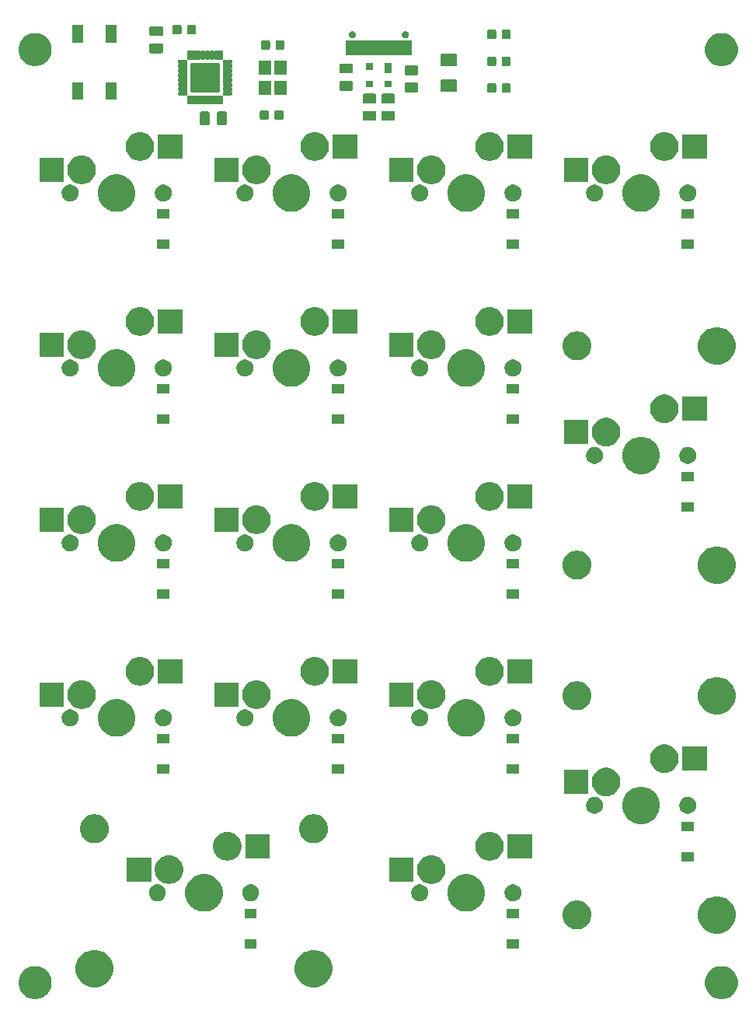
<source format=gbr>
G04 #@! TF.GenerationSoftware,KiCad,Pcbnew,(5.1.4)-1*
G04 #@! TF.CreationDate,2022-02-13T22:58:11-05:00*
G04 #@! TF.ProjectId,INT-1,494e542d-312e-46b6-9963-61645f706362,rev?*
G04 #@! TF.SameCoordinates,Original*
G04 #@! TF.FileFunction,Soldermask,Bot*
G04 #@! TF.FilePolarity,Negative*
%FSLAX46Y46*%
G04 Gerber Fmt 4.6, Leading zero omitted, Abs format (unit mm)*
G04 Created by KiCad (PCBNEW (5.1.4)-1) date 2022-02-13 22:58:11*
%MOMM*%
%LPD*%
G04 APERTURE LIST*
%ADD10C,0.100000*%
G04 APERTURE END LIST*
D10*
G36*
X190009331Y-141143211D02*
G01*
X190337092Y-141278974D01*
X190632070Y-141476072D01*
X190882928Y-141726930D01*
X191080026Y-142021908D01*
X191215789Y-142349669D01*
X191285000Y-142697616D01*
X191285000Y-143052384D01*
X191215789Y-143400331D01*
X191080026Y-143728092D01*
X190882928Y-144023070D01*
X190632070Y-144273928D01*
X190337092Y-144471026D01*
X190009331Y-144606789D01*
X189661384Y-144676000D01*
X189306616Y-144676000D01*
X188958669Y-144606789D01*
X188630908Y-144471026D01*
X188335930Y-144273928D01*
X188085072Y-144023070D01*
X187887974Y-143728092D01*
X187752211Y-143400331D01*
X187683000Y-143052384D01*
X187683000Y-142697616D01*
X187752211Y-142349669D01*
X187887974Y-142021908D01*
X188085072Y-141726930D01*
X188335930Y-141476072D01*
X188630908Y-141278974D01*
X188958669Y-141143211D01*
X189306616Y-141074000D01*
X189661384Y-141074000D01*
X190009331Y-141143211D01*
X190009331Y-141143211D01*
G37*
G36*
X115206331Y-141143211D02*
G01*
X115534092Y-141278974D01*
X115829070Y-141476072D01*
X116079928Y-141726930D01*
X116277026Y-142021908D01*
X116412789Y-142349669D01*
X116482000Y-142697616D01*
X116482000Y-143052384D01*
X116412789Y-143400331D01*
X116277026Y-143728092D01*
X116079928Y-144023070D01*
X115829070Y-144273928D01*
X115534092Y-144471026D01*
X115206331Y-144606789D01*
X114858384Y-144676000D01*
X114503616Y-144676000D01*
X114155669Y-144606789D01*
X113827908Y-144471026D01*
X113532930Y-144273928D01*
X113282072Y-144023070D01*
X113084974Y-143728092D01*
X112949211Y-143400331D01*
X112880000Y-143052384D01*
X112880000Y-142697616D01*
X112949211Y-142349669D01*
X113084974Y-142021908D01*
X113282072Y-141726930D01*
X113532930Y-141476072D01*
X113827908Y-141278974D01*
X114155669Y-141143211D01*
X114503616Y-141074000D01*
X114858384Y-141074000D01*
X115206331Y-141143211D01*
X115206331Y-141143211D01*
G37*
G36*
X121754474Y-139384684D02*
G01*
X121972474Y-139474983D01*
X122126623Y-139538833D01*
X122461548Y-139762623D01*
X122746377Y-140047452D01*
X122970167Y-140382377D01*
X122970167Y-140382378D01*
X123124316Y-140754526D01*
X123202900Y-141149594D01*
X123202900Y-141552406D01*
X123124316Y-141947474D01*
X123093484Y-142021908D01*
X122970167Y-142319623D01*
X122746377Y-142654548D01*
X122461548Y-142939377D01*
X122126623Y-143163167D01*
X121972474Y-143227017D01*
X121754474Y-143317316D01*
X121359406Y-143395900D01*
X120956594Y-143395900D01*
X120561526Y-143317316D01*
X120343526Y-143227017D01*
X120189377Y-143163167D01*
X119854452Y-142939377D01*
X119569623Y-142654548D01*
X119345833Y-142319623D01*
X119222516Y-142021908D01*
X119191684Y-141947474D01*
X119113100Y-141552406D01*
X119113100Y-141149594D01*
X119191684Y-140754526D01*
X119345833Y-140382378D01*
X119345833Y-140382377D01*
X119569623Y-140047452D01*
X119854452Y-139762623D01*
X120189377Y-139538833D01*
X120343526Y-139474983D01*
X120561526Y-139384684D01*
X120956594Y-139306100D01*
X121359406Y-139306100D01*
X121754474Y-139384684D01*
X121754474Y-139384684D01*
G37*
G36*
X145630474Y-139384684D02*
G01*
X145848474Y-139474983D01*
X146002623Y-139538833D01*
X146337548Y-139762623D01*
X146622377Y-140047452D01*
X146846167Y-140382377D01*
X146846167Y-140382378D01*
X147000316Y-140754526D01*
X147078900Y-141149594D01*
X147078900Y-141552406D01*
X147000316Y-141947474D01*
X146969484Y-142021908D01*
X146846167Y-142319623D01*
X146622377Y-142654548D01*
X146337548Y-142939377D01*
X146002623Y-143163167D01*
X145848474Y-143227017D01*
X145630474Y-143317316D01*
X145235406Y-143395900D01*
X144832594Y-143395900D01*
X144437526Y-143317316D01*
X144219526Y-143227017D01*
X144065377Y-143163167D01*
X143730452Y-142939377D01*
X143445623Y-142654548D01*
X143221833Y-142319623D01*
X143098516Y-142021908D01*
X143067684Y-141947474D01*
X142989100Y-141552406D01*
X142989100Y-141149594D01*
X143067684Y-140754526D01*
X143221833Y-140382378D01*
X143221833Y-140382377D01*
X143445623Y-140047452D01*
X143730452Y-139762623D01*
X144065377Y-139538833D01*
X144219526Y-139474983D01*
X144437526Y-139384684D01*
X144832594Y-139306100D01*
X145235406Y-139306100D01*
X145630474Y-139384684D01*
X145630474Y-139384684D01*
G37*
G36*
X138827000Y-139184000D02*
G01*
X137525000Y-139184000D01*
X137525000Y-138182000D01*
X138827000Y-138182000D01*
X138827000Y-139184000D01*
X138827000Y-139184000D01*
G37*
G36*
X167402000Y-139184000D02*
G01*
X166100000Y-139184000D01*
X166100000Y-138182000D01*
X167402000Y-138182000D01*
X167402000Y-139184000D01*
X167402000Y-139184000D01*
G37*
G36*
X189572474Y-133542684D02*
G01*
X189790474Y-133632983D01*
X189944623Y-133696833D01*
X190279548Y-133920623D01*
X190564377Y-134205452D01*
X190788167Y-134540377D01*
X190788167Y-134540378D01*
X190942316Y-134912526D01*
X191020900Y-135307594D01*
X191020900Y-135710406D01*
X190942316Y-136105474D01*
X190880363Y-136255041D01*
X190788167Y-136477623D01*
X190564377Y-136812548D01*
X190279548Y-137097377D01*
X189944623Y-137321167D01*
X189790474Y-137385017D01*
X189572474Y-137475316D01*
X189177406Y-137553900D01*
X188774594Y-137553900D01*
X188379526Y-137475316D01*
X188161526Y-137385017D01*
X188007377Y-137321167D01*
X187672452Y-137097377D01*
X187387623Y-136812548D01*
X187163833Y-136477623D01*
X187071637Y-136255041D01*
X187009684Y-136105474D01*
X186931100Y-135710406D01*
X186931100Y-135307594D01*
X187009684Y-134912526D01*
X187163833Y-134540378D01*
X187163833Y-134540377D01*
X187387623Y-134205452D01*
X187672452Y-133920623D01*
X188007377Y-133696833D01*
X188161526Y-133632983D01*
X188379526Y-133542684D01*
X188774594Y-133464100D01*
X189177406Y-133464100D01*
X189572474Y-133542684D01*
X189572474Y-133542684D01*
G37*
G36*
X174195411Y-133994526D02*
G01*
X174314137Y-134043704D01*
X174482041Y-134113252D01*
X174482042Y-134113253D01*
X174740004Y-134285617D01*
X174959383Y-134504996D01*
X174983024Y-134540378D01*
X175131748Y-134762959D01*
X175181056Y-134882000D01*
X175250474Y-135049589D01*
X175268637Y-135140900D01*
X175311000Y-135353875D01*
X175311000Y-135664125D01*
X175250474Y-135968410D01*
X175131748Y-136255041D01*
X175131747Y-136255042D01*
X174959383Y-136513004D01*
X174740004Y-136732383D01*
X174620028Y-136812548D01*
X174482041Y-136904748D01*
X174314137Y-136974296D01*
X174195411Y-137023474D01*
X174043267Y-137053737D01*
X173891125Y-137084000D01*
X173580875Y-137084000D01*
X173428733Y-137053737D01*
X173276589Y-137023474D01*
X173157863Y-136974296D01*
X172989959Y-136904748D01*
X172851972Y-136812548D01*
X172731996Y-136732383D01*
X172512617Y-136513004D01*
X172340253Y-136255042D01*
X172340252Y-136255041D01*
X172221526Y-135968410D01*
X172161000Y-135664125D01*
X172161000Y-135353875D01*
X172203363Y-135140900D01*
X172221526Y-135049589D01*
X172290944Y-134882000D01*
X172340252Y-134762959D01*
X172488976Y-134540378D01*
X172512617Y-134504996D01*
X172731996Y-134285617D01*
X172989958Y-134113253D01*
X172989959Y-134113252D01*
X173157863Y-134043704D01*
X173276589Y-133994526D01*
X173580875Y-133934000D01*
X173891125Y-133934000D01*
X174195411Y-133994526D01*
X174195411Y-133994526D01*
G37*
G36*
X138827000Y-135884000D02*
G01*
X137525000Y-135884000D01*
X137525000Y-134882000D01*
X138827000Y-134882000D01*
X138827000Y-135884000D01*
X138827000Y-135884000D01*
G37*
G36*
X167402000Y-135884000D02*
G01*
X166100000Y-135884000D01*
X166100000Y-134882000D01*
X167402000Y-134882000D01*
X167402000Y-135884000D01*
X167402000Y-135884000D01*
G37*
G36*
X133692474Y-131129684D02*
G01*
X133910474Y-131219983D01*
X134064623Y-131283833D01*
X134399548Y-131507623D01*
X134684377Y-131792452D01*
X134908167Y-132127377D01*
X134940562Y-132205586D01*
X135062316Y-132499526D01*
X135140900Y-132894594D01*
X135140900Y-133297406D01*
X135062316Y-133692474D01*
X135011451Y-133815272D01*
X134908167Y-134064623D01*
X134684377Y-134399548D01*
X134399548Y-134684377D01*
X134064623Y-134908167D01*
X133910474Y-134972017D01*
X133692474Y-135062316D01*
X133297406Y-135140900D01*
X132894594Y-135140900D01*
X132499526Y-135062316D01*
X132281526Y-134972017D01*
X132127377Y-134908167D01*
X131792452Y-134684377D01*
X131507623Y-134399548D01*
X131283833Y-134064623D01*
X131180549Y-133815272D01*
X131129684Y-133692474D01*
X131051100Y-133297406D01*
X131051100Y-132894594D01*
X131129684Y-132499526D01*
X131251438Y-132205586D01*
X131283833Y-132127377D01*
X131507623Y-131792452D01*
X131792452Y-131507623D01*
X132127377Y-131283833D01*
X132281526Y-131219983D01*
X132499526Y-131129684D01*
X132894594Y-131051100D01*
X133297406Y-131051100D01*
X133692474Y-131129684D01*
X133692474Y-131129684D01*
G37*
G36*
X162267474Y-131129684D02*
G01*
X162485474Y-131219983D01*
X162639623Y-131283833D01*
X162974548Y-131507623D01*
X163259377Y-131792452D01*
X163483167Y-132127377D01*
X163515562Y-132205586D01*
X163637316Y-132499526D01*
X163715900Y-132894594D01*
X163715900Y-133297406D01*
X163637316Y-133692474D01*
X163586451Y-133815272D01*
X163483167Y-134064623D01*
X163259377Y-134399548D01*
X162974548Y-134684377D01*
X162639623Y-134908167D01*
X162485474Y-134972017D01*
X162267474Y-135062316D01*
X161872406Y-135140900D01*
X161469594Y-135140900D01*
X161074526Y-135062316D01*
X160856526Y-134972017D01*
X160702377Y-134908167D01*
X160367452Y-134684377D01*
X160082623Y-134399548D01*
X159858833Y-134064623D01*
X159755549Y-133815272D01*
X159704684Y-133692474D01*
X159626100Y-133297406D01*
X159626100Y-132894594D01*
X159704684Y-132499526D01*
X159826438Y-132205586D01*
X159858833Y-132127377D01*
X160082623Y-131792452D01*
X160367452Y-131507623D01*
X160702377Y-131283833D01*
X160856526Y-131219983D01*
X161074526Y-131129684D01*
X161469594Y-131051100D01*
X161872406Y-131051100D01*
X162267474Y-131129684D01*
X162267474Y-131129684D01*
G37*
G36*
X156861104Y-132205585D02*
G01*
X157029626Y-132275389D01*
X157181291Y-132376728D01*
X157310272Y-132505709D01*
X157411611Y-132657374D01*
X157481415Y-132825896D01*
X157517000Y-133004797D01*
X157517000Y-133187203D01*
X157481415Y-133366104D01*
X157411611Y-133534626D01*
X157310272Y-133686291D01*
X157181291Y-133815272D01*
X157029626Y-133916611D01*
X156861104Y-133986415D01*
X156682203Y-134022000D01*
X156499797Y-134022000D01*
X156320896Y-133986415D01*
X156152374Y-133916611D01*
X156000709Y-133815272D01*
X155871728Y-133686291D01*
X155770389Y-133534626D01*
X155700585Y-133366104D01*
X155665000Y-133187203D01*
X155665000Y-133004797D01*
X155700585Y-132825896D01*
X155770389Y-132657374D01*
X155871728Y-132505709D01*
X156000709Y-132376728D01*
X156152374Y-132275389D01*
X156320896Y-132205585D01*
X156499797Y-132170000D01*
X156682203Y-132170000D01*
X156861104Y-132205585D01*
X156861104Y-132205585D01*
G37*
G36*
X167021104Y-132205585D02*
G01*
X167189626Y-132275389D01*
X167341291Y-132376728D01*
X167470272Y-132505709D01*
X167571611Y-132657374D01*
X167641415Y-132825896D01*
X167677000Y-133004797D01*
X167677000Y-133187203D01*
X167641415Y-133366104D01*
X167571611Y-133534626D01*
X167470272Y-133686291D01*
X167341291Y-133815272D01*
X167189626Y-133916611D01*
X167021104Y-133986415D01*
X166842203Y-134022000D01*
X166659797Y-134022000D01*
X166480896Y-133986415D01*
X166312374Y-133916611D01*
X166160709Y-133815272D01*
X166031728Y-133686291D01*
X165930389Y-133534626D01*
X165860585Y-133366104D01*
X165825000Y-133187203D01*
X165825000Y-133004797D01*
X165860585Y-132825896D01*
X165930389Y-132657374D01*
X166031728Y-132505709D01*
X166160709Y-132376728D01*
X166312374Y-132275389D01*
X166480896Y-132205585D01*
X166659797Y-132170000D01*
X166842203Y-132170000D01*
X167021104Y-132205585D01*
X167021104Y-132205585D01*
G37*
G36*
X138446104Y-132205585D02*
G01*
X138614626Y-132275389D01*
X138766291Y-132376728D01*
X138895272Y-132505709D01*
X138996611Y-132657374D01*
X139066415Y-132825896D01*
X139102000Y-133004797D01*
X139102000Y-133187203D01*
X139066415Y-133366104D01*
X138996611Y-133534626D01*
X138895272Y-133686291D01*
X138766291Y-133815272D01*
X138614626Y-133916611D01*
X138446104Y-133986415D01*
X138267203Y-134022000D01*
X138084797Y-134022000D01*
X137905896Y-133986415D01*
X137737374Y-133916611D01*
X137585709Y-133815272D01*
X137456728Y-133686291D01*
X137355389Y-133534626D01*
X137285585Y-133366104D01*
X137250000Y-133187203D01*
X137250000Y-133004797D01*
X137285585Y-132825896D01*
X137355389Y-132657374D01*
X137456728Y-132505709D01*
X137585709Y-132376728D01*
X137737374Y-132275389D01*
X137905896Y-132205585D01*
X138084797Y-132170000D01*
X138267203Y-132170000D01*
X138446104Y-132205585D01*
X138446104Y-132205585D01*
G37*
G36*
X128286104Y-132205585D02*
G01*
X128454626Y-132275389D01*
X128606291Y-132376728D01*
X128735272Y-132505709D01*
X128836611Y-132657374D01*
X128906415Y-132825896D01*
X128942000Y-133004797D01*
X128942000Y-133187203D01*
X128906415Y-133366104D01*
X128836611Y-133534626D01*
X128735272Y-133686291D01*
X128606291Y-133815272D01*
X128454626Y-133916611D01*
X128286104Y-133986415D01*
X128107203Y-134022000D01*
X127924797Y-134022000D01*
X127745896Y-133986415D01*
X127577374Y-133916611D01*
X127425709Y-133815272D01*
X127296728Y-133686291D01*
X127195389Y-133534626D01*
X127125585Y-133366104D01*
X127090000Y-133187203D01*
X127090000Y-133004797D01*
X127125585Y-132825896D01*
X127195389Y-132657374D01*
X127296728Y-132505709D01*
X127425709Y-132376728D01*
X127577374Y-132275389D01*
X127745896Y-132205585D01*
X127924797Y-132170000D01*
X128107203Y-132170000D01*
X128286104Y-132205585D01*
X128286104Y-132205585D01*
G37*
G36*
X129588585Y-129034802D02*
G01*
X129738410Y-129064604D01*
X130020674Y-129181521D01*
X130274705Y-129351259D01*
X130490741Y-129567295D01*
X130660479Y-129821326D01*
X130777396Y-130103590D01*
X130837000Y-130403240D01*
X130837000Y-130708760D01*
X130777396Y-131008410D01*
X130660479Y-131290674D01*
X130490741Y-131544705D01*
X130274705Y-131760741D01*
X130020674Y-131930479D01*
X129738410Y-132047396D01*
X129588585Y-132077198D01*
X129438761Y-132107000D01*
X129133239Y-132107000D01*
X128983415Y-132077198D01*
X128833590Y-132047396D01*
X128551326Y-131930479D01*
X128297295Y-131760741D01*
X128081259Y-131544705D01*
X127911521Y-131290674D01*
X127794604Y-131008410D01*
X127735000Y-130708760D01*
X127735000Y-130403240D01*
X127794604Y-130103590D01*
X127911521Y-129821326D01*
X128081259Y-129567295D01*
X128297295Y-129351259D01*
X128551326Y-129181521D01*
X128833590Y-129064604D01*
X128983415Y-129034802D01*
X129133239Y-129005000D01*
X129438761Y-129005000D01*
X129588585Y-129034802D01*
X129588585Y-129034802D01*
G37*
G36*
X158163585Y-129034802D02*
G01*
X158313410Y-129064604D01*
X158595674Y-129181521D01*
X158849705Y-129351259D01*
X159065741Y-129567295D01*
X159235479Y-129821326D01*
X159352396Y-130103590D01*
X159412000Y-130403240D01*
X159412000Y-130708760D01*
X159352396Y-131008410D01*
X159235479Y-131290674D01*
X159065741Y-131544705D01*
X158849705Y-131760741D01*
X158595674Y-131930479D01*
X158313410Y-132047396D01*
X158163585Y-132077198D01*
X158013761Y-132107000D01*
X157708239Y-132107000D01*
X157558415Y-132077198D01*
X157408590Y-132047396D01*
X157126326Y-131930479D01*
X156872295Y-131760741D01*
X156656259Y-131544705D01*
X156486521Y-131290674D01*
X156369604Y-131008410D01*
X156310000Y-130708760D01*
X156310000Y-130403240D01*
X156369604Y-130103590D01*
X156486521Y-129821326D01*
X156656259Y-129567295D01*
X156872295Y-129351259D01*
X157126326Y-129181521D01*
X157408590Y-129064604D01*
X157558415Y-129034802D01*
X157708239Y-129005000D01*
X158013761Y-129005000D01*
X158163585Y-129034802D01*
X158163585Y-129034802D01*
G37*
G36*
X155912000Y-131857000D02*
G01*
X153260000Y-131857000D01*
X153260000Y-129255000D01*
X155912000Y-129255000D01*
X155912000Y-131857000D01*
X155912000Y-131857000D01*
G37*
G36*
X127337000Y-131857000D02*
G01*
X124685000Y-131857000D01*
X124685000Y-129255000D01*
X127337000Y-129255000D01*
X127337000Y-131857000D01*
X127337000Y-131857000D01*
G37*
G36*
X186452000Y-129659000D02*
G01*
X185150000Y-129659000D01*
X185150000Y-128657000D01*
X186452000Y-128657000D01*
X186452000Y-129659000D01*
X186452000Y-129659000D01*
G37*
G36*
X135938585Y-126494802D02*
G01*
X136088410Y-126524604D01*
X136370674Y-126641521D01*
X136624705Y-126811259D01*
X136840741Y-127027295D01*
X137010479Y-127281326D01*
X137127396Y-127563590D01*
X137187000Y-127863240D01*
X137187000Y-128168760D01*
X137127396Y-128468410D01*
X137010479Y-128750674D01*
X136840741Y-129004705D01*
X136624705Y-129220741D01*
X136370674Y-129390479D01*
X136088410Y-129507396D01*
X135938585Y-129537198D01*
X135788761Y-129567000D01*
X135483239Y-129567000D01*
X135333415Y-129537198D01*
X135183590Y-129507396D01*
X134901326Y-129390479D01*
X134647295Y-129220741D01*
X134431259Y-129004705D01*
X134261521Y-128750674D01*
X134144604Y-128468410D01*
X134085000Y-128168760D01*
X134085000Y-127863240D01*
X134144604Y-127563590D01*
X134261521Y-127281326D01*
X134431259Y-127027295D01*
X134647295Y-126811259D01*
X134901326Y-126641521D01*
X135183590Y-126524604D01*
X135333415Y-126494802D01*
X135483239Y-126465000D01*
X135788761Y-126465000D01*
X135938585Y-126494802D01*
X135938585Y-126494802D01*
G37*
G36*
X164513585Y-126494802D02*
G01*
X164663410Y-126524604D01*
X164945674Y-126641521D01*
X165199705Y-126811259D01*
X165415741Y-127027295D01*
X165585479Y-127281326D01*
X165702396Y-127563590D01*
X165762000Y-127863240D01*
X165762000Y-128168760D01*
X165702396Y-128468410D01*
X165585479Y-128750674D01*
X165415741Y-129004705D01*
X165199705Y-129220741D01*
X164945674Y-129390479D01*
X164663410Y-129507396D01*
X164513585Y-129537198D01*
X164363761Y-129567000D01*
X164058239Y-129567000D01*
X163908415Y-129537198D01*
X163758590Y-129507396D01*
X163476326Y-129390479D01*
X163222295Y-129220741D01*
X163006259Y-129004705D01*
X162836521Y-128750674D01*
X162719604Y-128468410D01*
X162660000Y-128168760D01*
X162660000Y-127863240D01*
X162719604Y-127563590D01*
X162836521Y-127281326D01*
X163006259Y-127027295D01*
X163222295Y-126811259D01*
X163476326Y-126641521D01*
X163758590Y-126524604D01*
X163908415Y-126494802D01*
X164058239Y-126465000D01*
X164363761Y-126465000D01*
X164513585Y-126494802D01*
X164513585Y-126494802D01*
G37*
G36*
X140264000Y-129317000D02*
G01*
X137612000Y-129317000D01*
X137612000Y-126715000D01*
X140264000Y-126715000D01*
X140264000Y-129317000D01*
X140264000Y-129317000D01*
G37*
G36*
X168839000Y-129317000D02*
G01*
X166187000Y-129317000D01*
X166187000Y-126715000D01*
X168839000Y-126715000D01*
X168839000Y-129317000D01*
X168839000Y-129317000D01*
G37*
G36*
X145341267Y-124566263D02*
G01*
X145493411Y-124596526D01*
X145612137Y-124645704D01*
X145780041Y-124715252D01*
X145780042Y-124715253D01*
X146038004Y-124887617D01*
X146257383Y-125106996D01*
X146372553Y-125279361D01*
X146429748Y-125364959D01*
X146499296Y-125532863D01*
X146548474Y-125651589D01*
X146609000Y-125955876D01*
X146609000Y-126266124D01*
X146557586Y-126524604D01*
X146548474Y-126570410D01*
X146429748Y-126857041D01*
X146429747Y-126857042D01*
X146257383Y-127115004D01*
X146038004Y-127334383D01*
X145865639Y-127449553D01*
X145780041Y-127506748D01*
X145642809Y-127563591D01*
X145493411Y-127625474D01*
X145189125Y-127686000D01*
X144878875Y-127686000D01*
X144574589Y-127625474D01*
X144425191Y-127563591D01*
X144287959Y-127506748D01*
X144202361Y-127449553D01*
X144029996Y-127334383D01*
X143810617Y-127115004D01*
X143638253Y-126857042D01*
X143638252Y-126857041D01*
X143519526Y-126570410D01*
X143510415Y-126524604D01*
X143459000Y-126266124D01*
X143459000Y-125955876D01*
X143519526Y-125651589D01*
X143568704Y-125532863D01*
X143638252Y-125364959D01*
X143695447Y-125279361D01*
X143810617Y-125106996D01*
X144029996Y-124887617D01*
X144287958Y-124715253D01*
X144287959Y-124715252D01*
X144455863Y-124645704D01*
X144574589Y-124596526D01*
X144726733Y-124566263D01*
X144878875Y-124536000D01*
X145189125Y-124536000D01*
X145341267Y-124566263D01*
X145341267Y-124566263D01*
G37*
G36*
X121465267Y-124566263D02*
G01*
X121617411Y-124596526D01*
X121736137Y-124645704D01*
X121904041Y-124715252D01*
X121904042Y-124715253D01*
X122162004Y-124887617D01*
X122381383Y-125106996D01*
X122496553Y-125279361D01*
X122553748Y-125364959D01*
X122623296Y-125532863D01*
X122672474Y-125651589D01*
X122733000Y-125955876D01*
X122733000Y-126266124D01*
X122681586Y-126524604D01*
X122672474Y-126570410D01*
X122553748Y-126857041D01*
X122553747Y-126857042D01*
X122381383Y-127115004D01*
X122162004Y-127334383D01*
X121989639Y-127449553D01*
X121904041Y-127506748D01*
X121766809Y-127563591D01*
X121617411Y-127625474D01*
X121313125Y-127686000D01*
X121002875Y-127686000D01*
X120698589Y-127625474D01*
X120549191Y-127563591D01*
X120411959Y-127506748D01*
X120326361Y-127449553D01*
X120153996Y-127334383D01*
X119934617Y-127115004D01*
X119762253Y-126857042D01*
X119762252Y-126857041D01*
X119643526Y-126570410D01*
X119634415Y-126524604D01*
X119583000Y-126266124D01*
X119583000Y-125955876D01*
X119643526Y-125651589D01*
X119692704Y-125532863D01*
X119762252Y-125364959D01*
X119819447Y-125279361D01*
X119934617Y-125106996D01*
X120153996Y-124887617D01*
X120411958Y-124715253D01*
X120411959Y-124715252D01*
X120579863Y-124645704D01*
X120698589Y-124596526D01*
X120850733Y-124566263D01*
X121002875Y-124536000D01*
X121313125Y-124536000D01*
X121465267Y-124566263D01*
X121465267Y-124566263D01*
G37*
G36*
X186452000Y-126359000D02*
G01*
X185150000Y-126359000D01*
X185150000Y-125357000D01*
X186452000Y-125357000D01*
X186452000Y-126359000D01*
X186452000Y-126359000D01*
G37*
G36*
X181317474Y-121604684D02*
G01*
X181535474Y-121694983D01*
X181689623Y-121758833D01*
X182024548Y-121982623D01*
X182309377Y-122267452D01*
X182533167Y-122602377D01*
X182565562Y-122680586D01*
X182687316Y-122974526D01*
X182765900Y-123369594D01*
X182765900Y-123772406D01*
X182687316Y-124167474D01*
X182636451Y-124290272D01*
X182533167Y-124539623D01*
X182309377Y-124874548D01*
X182024548Y-125159377D01*
X181689623Y-125383167D01*
X181535474Y-125447017D01*
X181317474Y-125537316D01*
X180922406Y-125615900D01*
X180519594Y-125615900D01*
X180124526Y-125537316D01*
X179906526Y-125447017D01*
X179752377Y-125383167D01*
X179417452Y-125159377D01*
X179132623Y-124874548D01*
X178908833Y-124539623D01*
X178805549Y-124290272D01*
X178754684Y-124167474D01*
X178676100Y-123772406D01*
X178676100Y-123369594D01*
X178754684Y-122974526D01*
X178876438Y-122680586D01*
X178908833Y-122602377D01*
X179132623Y-122267452D01*
X179417452Y-121982623D01*
X179752377Y-121758833D01*
X179906526Y-121694983D01*
X180124526Y-121604684D01*
X180519594Y-121526100D01*
X180922406Y-121526100D01*
X181317474Y-121604684D01*
X181317474Y-121604684D01*
G37*
G36*
X175911104Y-122680585D02*
G01*
X176079626Y-122750389D01*
X176231291Y-122851728D01*
X176360272Y-122980709D01*
X176461611Y-123132374D01*
X176531415Y-123300896D01*
X176567000Y-123479797D01*
X176567000Y-123662203D01*
X176531415Y-123841104D01*
X176461611Y-124009626D01*
X176360272Y-124161291D01*
X176231291Y-124290272D01*
X176079626Y-124391611D01*
X175911104Y-124461415D01*
X175732203Y-124497000D01*
X175549797Y-124497000D01*
X175370896Y-124461415D01*
X175202374Y-124391611D01*
X175050709Y-124290272D01*
X174921728Y-124161291D01*
X174820389Y-124009626D01*
X174750585Y-123841104D01*
X174715000Y-123662203D01*
X174715000Y-123479797D01*
X174750585Y-123300896D01*
X174820389Y-123132374D01*
X174921728Y-122980709D01*
X175050709Y-122851728D01*
X175202374Y-122750389D01*
X175370896Y-122680585D01*
X175549797Y-122645000D01*
X175732203Y-122645000D01*
X175911104Y-122680585D01*
X175911104Y-122680585D01*
G37*
G36*
X186071104Y-122680585D02*
G01*
X186239626Y-122750389D01*
X186391291Y-122851728D01*
X186520272Y-122980709D01*
X186621611Y-123132374D01*
X186691415Y-123300896D01*
X186727000Y-123479797D01*
X186727000Y-123662203D01*
X186691415Y-123841104D01*
X186621611Y-124009626D01*
X186520272Y-124161291D01*
X186391291Y-124290272D01*
X186239626Y-124391611D01*
X186071104Y-124461415D01*
X185892203Y-124497000D01*
X185709797Y-124497000D01*
X185530896Y-124461415D01*
X185362374Y-124391611D01*
X185210709Y-124290272D01*
X185081728Y-124161291D01*
X184980389Y-124009626D01*
X184910585Y-123841104D01*
X184875000Y-123662203D01*
X184875000Y-123479797D01*
X184910585Y-123300896D01*
X184980389Y-123132374D01*
X185081728Y-122980709D01*
X185210709Y-122851728D01*
X185362374Y-122750389D01*
X185530896Y-122680585D01*
X185709797Y-122645000D01*
X185892203Y-122645000D01*
X186071104Y-122680585D01*
X186071104Y-122680585D01*
G37*
G36*
X177213585Y-119509802D02*
G01*
X177363410Y-119539604D01*
X177645674Y-119656521D01*
X177899705Y-119826259D01*
X178115741Y-120042295D01*
X178285479Y-120296326D01*
X178402396Y-120578590D01*
X178462000Y-120878240D01*
X178462000Y-121183760D01*
X178402396Y-121483410D01*
X178285479Y-121765674D01*
X178115741Y-122019705D01*
X177899705Y-122235741D01*
X177645674Y-122405479D01*
X177363410Y-122522396D01*
X177213585Y-122552198D01*
X177063761Y-122582000D01*
X176758239Y-122582000D01*
X176608415Y-122552198D01*
X176458590Y-122522396D01*
X176176326Y-122405479D01*
X175922295Y-122235741D01*
X175706259Y-122019705D01*
X175536521Y-121765674D01*
X175419604Y-121483410D01*
X175360000Y-121183760D01*
X175360000Y-120878240D01*
X175419604Y-120578590D01*
X175536521Y-120296326D01*
X175706259Y-120042295D01*
X175922295Y-119826259D01*
X176176326Y-119656521D01*
X176458590Y-119539604D01*
X176608415Y-119509802D01*
X176758239Y-119480000D01*
X177063761Y-119480000D01*
X177213585Y-119509802D01*
X177213585Y-119509802D01*
G37*
G36*
X174962000Y-122332000D02*
G01*
X172310000Y-122332000D01*
X172310000Y-119730000D01*
X174962000Y-119730000D01*
X174962000Y-122332000D01*
X174962000Y-122332000D01*
G37*
G36*
X167402000Y-120134000D02*
G01*
X166100000Y-120134000D01*
X166100000Y-119132000D01*
X167402000Y-119132000D01*
X167402000Y-120134000D01*
X167402000Y-120134000D01*
G37*
G36*
X129302000Y-120134000D02*
G01*
X128000000Y-120134000D01*
X128000000Y-119132000D01*
X129302000Y-119132000D01*
X129302000Y-120134000D01*
X129302000Y-120134000D01*
G37*
G36*
X148352000Y-120134000D02*
G01*
X147050000Y-120134000D01*
X147050000Y-119132000D01*
X148352000Y-119132000D01*
X148352000Y-120134000D01*
X148352000Y-120134000D01*
G37*
G36*
X183563585Y-116969802D02*
G01*
X183713410Y-116999604D01*
X183995674Y-117116521D01*
X184249705Y-117286259D01*
X184465741Y-117502295D01*
X184635479Y-117756326D01*
X184752396Y-118038590D01*
X184812000Y-118338240D01*
X184812000Y-118643760D01*
X184752396Y-118943410D01*
X184635479Y-119225674D01*
X184465741Y-119479705D01*
X184249705Y-119695741D01*
X183995674Y-119865479D01*
X183713410Y-119982396D01*
X183563585Y-120012198D01*
X183413761Y-120042000D01*
X183108239Y-120042000D01*
X182958415Y-120012198D01*
X182808590Y-119982396D01*
X182526326Y-119865479D01*
X182272295Y-119695741D01*
X182056259Y-119479705D01*
X181886521Y-119225674D01*
X181769604Y-118943410D01*
X181710000Y-118643760D01*
X181710000Y-118338240D01*
X181769604Y-118038590D01*
X181886521Y-117756326D01*
X182056259Y-117502295D01*
X182272295Y-117286259D01*
X182526326Y-117116521D01*
X182808590Y-116999604D01*
X182958415Y-116969802D01*
X183108239Y-116940000D01*
X183413761Y-116940000D01*
X183563585Y-116969802D01*
X183563585Y-116969802D01*
G37*
G36*
X187889000Y-119792000D02*
G01*
X185237000Y-119792000D01*
X185237000Y-117190000D01*
X187889000Y-117190000D01*
X187889000Y-119792000D01*
X187889000Y-119792000D01*
G37*
G36*
X129302000Y-116834000D02*
G01*
X128000000Y-116834000D01*
X128000000Y-115832000D01*
X129302000Y-115832000D01*
X129302000Y-116834000D01*
X129302000Y-116834000D01*
G37*
G36*
X167402000Y-116834000D02*
G01*
X166100000Y-116834000D01*
X166100000Y-115832000D01*
X167402000Y-115832000D01*
X167402000Y-116834000D01*
X167402000Y-116834000D01*
G37*
G36*
X148352000Y-116834000D02*
G01*
X147050000Y-116834000D01*
X147050000Y-115832000D01*
X148352000Y-115832000D01*
X148352000Y-116834000D01*
X148352000Y-116834000D01*
G37*
G36*
X162267474Y-112079684D02*
G01*
X162485474Y-112169983D01*
X162639623Y-112233833D01*
X162974548Y-112457623D01*
X163259377Y-112742452D01*
X163483167Y-113077377D01*
X163542813Y-113221377D01*
X163637316Y-113449526D01*
X163715900Y-113844594D01*
X163715900Y-114247406D01*
X163637316Y-114642474D01*
X163586451Y-114765272D01*
X163483167Y-115014623D01*
X163259377Y-115349548D01*
X162974548Y-115634377D01*
X162639623Y-115858167D01*
X162485474Y-115922017D01*
X162267474Y-116012316D01*
X161872406Y-116090900D01*
X161469594Y-116090900D01*
X161074526Y-116012316D01*
X160856526Y-115922017D01*
X160702377Y-115858167D01*
X160367452Y-115634377D01*
X160082623Y-115349548D01*
X159858833Y-115014623D01*
X159755549Y-114765272D01*
X159704684Y-114642474D01*
X159626100Y-114247406D01*
X159626100Y-113844594D01*
X159704684Y-113449526D01*
X159799187Y-113221377D01*
X159858833Y-113077377D01*
X160082623Y-112742452D01*
X160367452Y-112457623D01*
X160702377Y-112233833D01*
X160856526Y-112169983D01*
X161074526Y-112079684D01*
X161469594Y-112001100D01*
X161872406Y-112001100D01*
X162267474Y-112079684D01*
X162267474Y-112079684D01*
G37*
G36*
X143217474Y-112079684D02*
G01*
X143435474Y-112169983D01*
X143589623Y-112233833D01*
X143924548Y-112457623D01*
X144209377Y-112742452D01*
X144433167Y-113077377D01*
X144492813Y-113221377D01*
X144587316Y-113449526D01*
X144665900Y-113844594D01*
X144665900Y-114247406D01*
X144587316Y-114642474D01*
X144536451Y-114765272D01*
X144433167Y-115014623D01*
X144209377Y-115349548D01*
X143924548Y-115634377D01*
X143589623Y-115858167D01*
X143435474Y-115922017D01*
X143217474Y-116012316D01*
X142822406Y-116090900D01*
X142419594Y-116090900D01*
X142024526Y-116012316D01*
X141806526Y-115922017D01*
X141652377Y-115858167D01*
X141317452Y-115634377D01*
X141032623Y-115349548D01*
X140808833Y-115014623D01*
X140705549Y-114765272D01*
X140654684Y-114642474D01*
X140576100Y-114247406D01*
X140576100Y-113844594D01*
X140654684Y-113449526D01*
X140749187Y-113221377D01*
X140808833Y-113077377D01*
X141032623Y-112742452D01*
X141317452Y-112457623D01*
X141652377Y-112233833D01*
X141806526Y-112169983D01*
X142024526Y-112079684D01*
X142419594Y-112001100D01*
X142822406Y-112001100D01*
X143217474Y-112079684D01*
X143217474Y-112079684D01*
G37*
G36*
X124167474Y-112079684D02*
G01*
X124385474Y-112169983D01*
X124539623Y-112233833D01*
X124874548Y-112457623D01*
X125159377Y-112742452D01*
X125383167Y-113077377D01*
X125442813Y-113221377D01*
X125537316Y-113449526D01*
X125615900Y-113844594D01*
X125615900Y-114247406D01*
X125537316Y-114642474D01*
X125486451Y-114765272D01*
X125383167Y-115014623D01*
X125159377Y-115349548D01*
X124874548Y-115634377D01*
X124539623Y-115858167D01*
X124385474Y-115922017D01*
X124167474Y-116012316D01*
X123772406Y-116090900D01*
X123369594Y-116090900D01*
X122974526Y-116012316D01*
X122756526Y-115922017D01*
X122602377Y-115858167D01*
X122267452Y-115634377D01*
X121982623Y-115349548D01*
X121758833Y-115014623D01*
X121655549Y-114765272D01*
X121604684Y-114642474D01*
X121526100Y-114247406D01*
X121526100Y-113844594D01*
X121604684Y-113449526D01*
X121699187Y-113221377D01*
X121758833Y-113077377D01*
X121982623Y-112742452D01*
X122267452Y-112457623D01*
X122602377Y-112233833D01*
X122756526Y-112169983D01*
X122974526Y-112079684D01*
X123369594Y-112001100D01*
X123772406Y-112001100D01*
X124167474Y-112079684D01*
X124167474Y-112079684D01*
G37*
G36*
X167021104Y-113155585D02*
G01*
X167189626Y-113225389D01*
X167341291Y-113326728D01*
X167470272Y-113455709D01*
X167571611Y-113607374D01*
X167641415Y-113775896D01*
X167677000Y-113954797D01*
X167677000Y-114137203D01*
X167641415Y-114316104D01*
X167571611Y-114484626D01*
X167470272Y-114636291D01*
X167341291Y-114765272D01*
X167189626Y-114866611D01*
X167021104Y-114936415D01*
X166842203Y-114972000D01*
X166659797Y-114972000D01*
X166480896Y-114936415D01*
X166312374Y-114866611D01*
X166160709Y-114765272D01*
X166031728Y-114636291D01*
X165930389Y-114484626D01*
X165860585Y-114316104D01*
X165825000Y-114137203D01*
X165825000Y-113954797D01*
X165860585Y-113775896D01*
X165930389Y-113607374D01*
X166031728Y-113455709D01*
X166160709Y-113326728D01*
X166312374Y-113225389D01*
X166480896Y-113155585D01*
X166659797Y-113120000D01*
X166842203Y-113120000D01*
X167021104Y-113155585D01*
X167021104Y-113155585D01*
G37*
G36*
X137811104Y-113155585D02*
G01*
X137979626Y-113225389D01*
X138131291Y-113326728D01*
X138260272Y-113455709D01*
X138361611Y-113607374D01*
X138431415Y-113775896D01*
X138467000Y-113954797D01*
X138467000Y-114137203D01*
X138431415Y-114316104D01*
X138361611Y-114484626D01*
X138260272Y-114636291D01*
X138131291Y-114765272D01*
X137979626Y-114866611D01*
X137811104Y-114936415D01*
X137632203Y-114972000D01*
X137449797Y-114972000D01*
X137270896Y-114936415D01*
X137102374Y-114866611D01*
X136950709Y-114765272D01*
X136821728Y-114636291D01*
X136720389Y-114484626D01*
X136650585Y-114316104D01*
X136615000Y-114137203D01*
X136615000Y-113954797D01*
X136650585Y-113775896D01*
X136720389Y-113607374D01*
X136821728Y-113455709D01*
X136950709Y-113326728D01*
X137102374Y-113225389D01*
X137270896Y-113155585D01*
X137449797Y-113120000D01*
X137632203Y-113120000D01*
X137811104Y-113155585D01*
X137811104Y-113155585D01*
G37*
G36*
X118761104Y-113155585D02*
G01*
X118929626Y-113225389D01*
X119081291Y-113326728D01*
X119210272Y-113455709D01*
X119311611Y-113607374D01*
X119381415Y-113775896D01*
X119417000Y-113954797D01*
X119417000Y-114137203D01*
X119381415Y-114316104D01*
X119311611Y-114484626D01*
X119210272Y-114636291D01*
X119081291Y-114765272D01*
X118929626Y-114866611D01*
X118761104Y-114936415D01*
X118582203Y-114972000D01*
X118399797Y-114972000D01*
X118220896Y-114936415D01*
X118052374Y-114866611D01*
X117900709Y-114765272D01*
X117771728Y-114636291D01*
X117670389Y-114484626D01*
X117600585Y-114316104D01*
X117565000Y-114137203D01*
X117565000Y-113954797D01*
X117600585Y-113775896D01*
X117670389Y-113607374D01*
X117771728Y-113455709D01*
X117900709Y-113326728D01*
X118052374Y-113225389D01*
X118220896Y-113155585D01*
X118399797Y-113120000D01*
X118582203Y-113120000D01*
X118761104Y-113155585D01*
X118761104Y-113155585D01*
G37*
G36*
X147971104Y-113155585D02*
G01*
X148139626Y-113225389D01*
X148291291Y-113326728D01*
X148420272Y-113455709D01*
X148521611Y-113607374D01*
X148591415Y-113775896D01*
X148627000Y-113954797D01*
X148627000Y-114137203D01*
X148591415Y-114316104D01*
X148521611Y-114484626D01*
X148420272Y-114636291D01*
X148291291Y-114765272D01*
X148139626Y-114866611D01*
X147971104Y-114936415D01*
X147792203Y-114972000D01*
X147609797Y-114972000D01*
X147430896Y-114936415D01*
X147262374Y-114866611D01*
X147110709Y-114765272D01*
X146981728Y-114636291D01*
X146880389Y-114484626D01*
X146810585Y-114316104D01*
X146775000Y-114137203D01*
X146775000Y-113954797D01*
X146810585Y-113775896D01*
X146880389Y-113607374D01*
X146981728Y-113455709D01*
X147110709Y-113326728D01*
X147262374Y-113225389D01*
X147430896Y-113155585D01*
X147609797Y-113120000D01*
X147792203Y-113120000D01*
X147971104Y-113155585D01*
X147971104Y-113155585D01*
G37*
G36*
X128921104Y-113155585D02*
G01*
X129089626Y-113225389D01*
X129241291Y-113326728D01*
X129370272Y-113455709D01*
X129471611Y-113607374D01*
X129541415Y-113775896D01*
X129577000Y-113954797D01*
X129577000Y-114137203D01*
X129541415Y-114316104D01*
X129471611Y-114484626D01*
X129370272Y-114636291D01*
X129241291Y-114765272D01*
X129089626Y-114866611D01*
X128921104Y-114936415D01*
X128742203Y-114972000D01*
X128559797Y-114972000D01*
X128380896Y-114936415D01*
X128212374Y-114866611D01*
X128060709Y-114765272D01*
X127931728Y-114636291D01*
X127830389Y-114484626D01*
X127760585Y-114316104D01*
X127725000Y-114137203D01*
X127725000Y-113954797D01*
X127760585Y-113775896D01*
X127830389Y-113607374D01*
X127931728Y-113455709D01*
X128060709Y-113326728D01*
X128212374Y-113225389D01*
X128380896Y-113155585D01*
X128559797Y-113120000D01*
X128742203Y-113120000D01*
X128921104Y-113155585D01*
X128921104Y-113155585D01*
G37*
G36*
X156861104Y-113155585D02*
G01*
X157029626Y-113225389D01*
X157181291Y-113326728D01*
X157310272Y-113455709D01*
X157411611Y-113607374D01*
X157481415Y-113775896D01*
X157517000Y-113954797D01*
X157517000Y-114137203D01*
X157481415Y-114316104D01*
X157411611Y-114484626D01*
X157310272Y-114636291D01*
X157181291Y-114765272D01*
X157029626Y-114866611D01*
X156861104Y-114936415D01*
X156682203Y-114972000D01*
X156499797Y-114972000D01*
X156320896Y-114936415D01*
X156152374Y-114866611D01*
X156000709Y-114765272D01*
X155871728Y-114636291D01*
X155770389Y-114484626D01*
X155700585Y-114316104D01*
X155665000Y-114137203D01*
X155665000Y-113954797D01*
X155700585Y-113775896D01*
X155770389Y-113607374D01*
X155871728Y-113455709D01*
X156000709Y-113326728D01*
X156152374Y-113225389D01*
X156320896Y-113155585D01*
X156499797Y-113120000D01*
X156682203Y-113120000D01*
X156861104Y-113155585D01*
X156861104Y-113155585D01*
G37*
G36*
X189572474Y-109666684D02*
G01*
X189790474Y-109756983D01*
X189944623Y-109820833D01*
X190279548Y-110044623D01*
X190564377Y-110329452D01*
X190788167Y-110664377D01*
X190832467Y-110771328D01*
X190942316Y-111036526D01*
X191020900Y-111431594D01*
X191020900Y-111834406D01*
X190942316Y-112229474D01*
X190880363Y-112379041D01*
X190788167Y-112601623D01*
X190564377Y-112936548D01*
X190279548Y-113221377D01*
X189944623Y-113445167D01*
X189790474Y-113509017D01*
X189572474Y-113599316D01*
X189177406Y-113677900D01*
X188774594Y-113677900D01*
X188379526Y-113599316D01*
X188161526Y-113509017D01*
X188007377Y-113445167D01*
X187672452Y-113221377D01*
X187387623Y-112936548D01*
X187163833Y-112601623D01*
X187071637Y-112379041D01*
X187009684Y-112229474D01*
X186931100Y-111834406D01*
X186931100Y-111431594D01*
X187009684Y-111036526D01*
X187119533Y-110771328D01*
X187163833Y-110664377D01*
X187387623Y-110329452D01*
X187672452Y-110044623D01*
X188007377Y-109820833D01*
X188161526Y-109756983D01*
X188379526Y-109666684D01*
X188774594Y-109588100D01*
X189177406Y-109588100D01*
X189572474Y-109666684D01*
X189572474Y-109666684D01*
G37*
G36*
X174043267Y-110088263D02*
G01*
X174195411Y-110118526D01*
X174314137Y-110167704D01*
X174482041Y-110237252D01*
X174482042Y-110237253D01*
X174740004Y-110409617D01*
X174959383Y-110628996D01*
X174983024Y-110664378D01*
X175131748Y-110886959D01*
X175193700Y-111036525D01*
X175250474Y-111173589D01*
X175311000Y-111477876D01*
X175311000Y-111788124D01*
X175253006Y-112079684D01*
X175250474Y-112092410D01*
X175131748Y-112379041D01*
X175131747Y-112379042D01*
X174959383Y-112637004D01*
X174740004Y-112856383D01*
X174620028Y-112936548D01*
X174482041Y-113028748D01*
X174364637Y-113077378D01*
X174195411Y-113147474D01*
X173891125Y-113208000D01*
X173580875Y-113208000D01*
X173276589Y-113147474D01*
X173107363Y-113077378D01*
X172989959Y-113028748D01*
X172851972Y-112936548D01*
X172731996Y-112856383D01*
X172512617Y-112637004D01*
X172340253Y-112379042D01*
X172340252Y-112379041D01*
X172221526Y-112092410D01*
X172218995Y-112079684D01*
X172161000Y-111788124D01*
X172161000Y-111477876D01*
X172221526Y-111173589D01*
X172278300Y-111036525D01*
X172340252Y-110886959D01*
X172488976Y-110664378D01*
X172512617Y-110628996D01*
X172731996Y-110409617D01*
X172989958Y-110237253D01*
X172989959Y-110237252D01*
X173157863Y-110167704D01*
X173276589Y-110118526D01*
X173428733Y-110088263D01*
X173580875Y-110058000D01*
X173891125Y-110058000D01*
X174043267Y-110088263D01*
X174043267Y-110088263D01*
G37*
G36*
X120063585Y-109984802D02*
G01*
X120213410Y-110014604D01*
X120495674Y-110131521D01*
X120749705Y-110301259D01*
X120965741Y-110517295D01*
X121135479Y-110771326D01*
X121252396Y-111053590D01*
X121312000Y-111353240D01*
X121312000Y-111658760D01*
X121252396Y-111958410D01*
X121135479Y-112240674D01*
X120965741Y-112494705D01*
X120749705Y-112710741D01*
X120495674Y-112880479D01*
X120213410Y-112997396D01*
X120063585Y-113027198D01*
X119913761Y-113057000D01*
X119608239Y-113057000D01*
X119458415Y-113027198D01*
X119308590Y-112997396D01*
X119026326Y-112880479D01*
X118772295Y-112710741D01*
X118556259Y-112494705D01*
X118386521Y-112240674D01*
X118269604Y-111958410D01*
X118210000Y-111658760D01*
X118210000Y-111353240D01*
X118269604Y-111053590D01*
X118386521Y-110771326D01*
X118556259Y-110517295D01*
X118772295Y-110301259D01*
X119026326Y-110131521D01*
X119308590Y-110014604D01*
X119458415Y-109984802D01*
X119608239Y-109955000D01*
X119913761Y-109955000D01*
X120063585Y-109984802D01*
X120063585Y-109984802D01*
G37*
G36*
X139113585Y-109984802D02*
G01*
X139263410Y-110014604D01*
X139545674Y-110131521D01*
X139799705Y-110301259D01*
X140015741Y-110517295D01*
X140185479Y-110771326D01*
X140302396Y-111053590D01*
X140362000Y-111353240D01*
X140362000Y-111658760D01*
X140302396Y-111958410D01*
X140185479Y-112240674D01*
X140015741Y-112494705D01*
X139799705Y-112710741D01*
X139545674Y-112880479D01*
X139263410Y-112997396D01*
X139113585Y-113027198D01*
X138963761Y-113057000D01*
X138658239Y-113057000D01*
X138508415Y-113027198D01*
X138358590Y-112997396D01*
X138076326Y-112880479D01*
X137822295Y-112710741D01*
X137606259Y-112494705D01*
X137436521Y-112240674D01*
X137319604Y-111958410D01*
X137260000Y-111658760D01*
X137260000Y-111353240D01*
X137319604Y-111053590D01*
X137436521Y-110771326D01*
X137606259Y-110517295D01*
X137822295Y-110301259D01*
X138076326Y-110131521D01*
X138358590Y-110014604D01*
X138508415Y-109984802D01*
X138658239Y-109955000D01*
X138963761Y-109955000D01*
X139113585Y-109984802D01*
X139113585Y-109984802D01*
G37*
G36*
X158163585Y-109984802D02*
G01*
X158313410Y-110014604D01*
X158595674Y-110131521D01*
X158849705Y-110301259D01*
X159065741Y-110517295D01*
X159235479Y-110771326D01*
X159352396Y-111053590D01*
X159412000Y-111353240D01*
X159412000Y-111658760D01*
X159352396Y-111958410D01*
X159235479Y-112240674D01*
X159065741Y-112494705D01*
X158849705Y-112710741D01*
X158595674Y-112880479D01*
X158313410Y-112997396D01*
X158163585Y-113027198D01*
X158013761Y-113057000D01*
X157708239Y-113057000D01*
X157558415Y-113027198D01*
X157408590Y-112997396D01*
X157126326Y-112880479D01*
X156872295Y-112710741D01*
X156656259Y-112494705D01*
X156486521Y-112240674D01*
X156369604Y-111958410D01*
X156310000Y-111658760D01*
X156310000Y-111353240D01*
X156369604Y-111053590D01*
X156486521Y-110771326D01*
X156656259Y-110517295D01*
X156872295Y-110301259D01*
X157126326Y-110131521D01*
X157408590Y-110014604D01*
X157558415Y-109984802D01*
X157708239Y-109955000D01*
X158013761Y-109955000D01*
X158163585Y-109984802D01*
X158163585Y-109984802D01*
G37*
G36*
X136862000Y-112807000D02*
G01*
X134210000Y-112807000D01*
X134210000Y-110205000D01*
X136862000Y-110205000D01*
X136862000Y-112807000D01*
X136862000Y-112807000D01*
G37*
G36*
X117812000Y-112807000D02*
G01*
X115160000Y-112807000D01*
X115160000Y-110205000D01*
X117812000Y-110205000D01*
X117812000Y-112807000D01*
X117812000Y-112807000D01*
G37*
G36*
X155912000Y-112807000D02*
G01*
X153260000Y-112807000D01*
X153260000Y-110205000D01*
X155912000Y-110205000D01*
X155912000Y-112807000D01*
X155912000Y-112807000D01*
G37*
G36*
X126413585Y-107444802D02*
G01*
X126563410Y-107474604D01*
X126845674Y-107591521D01*
X127099705Y-107761259D01*
X127315741Y-107977295D01*
X127485479Y-108231326D01*
X127602396Y-108513590D01*
X127662000Y-108813240D01*
X127662000Y-109118760D01*
X127602396Y-109418410D01*
X127485479Y-109700674D01*
X127315741Y-109954705D01*
X127099705Y-110170741D01*
X126845674Y-110340479D01*
X126563410Y-110457396D01*
X126413585Y-110487198D01*
X126263761Y-110517000D01*
X125958239Y-110517000D01*
X125808415Y-110487198D01*
X125658590Y-110457396D01*
X125376326Y-110340479D01*
X125122295Y-110170741D01*
X124906259Y-109954705D01*
X124736521Y-109700674D01*
X124619604Y-109418410D01*
X124560000Y-109118760D01*
X124560000Y-108813240D01*
X124619604Y-108513590D01*
X124736521Y-108231326D01*
X124906259Y-107977295D01*
X125122295Y-107761259D01*
X125376326Y-107591521D01*
X125658590Y-107474604D01*
X125808415Y-107444802D01*
X125958239Y-107415000D01*
X126263761Y-107415000D01*
X126413585Y-107444802D01*
X126413585Y-107444802D01*
G37*
G36*
X164513585Y-107444802D02*
G01*
X164663410Y-107474604D01*
X164945674Y-107591521D01*
X165199705Y-107761259D01*
X165415741Y-107977295D01*
X165585479Y-108231326D01*
X165702396Y-108513590D01*
X165762000Y-108813240D01*
X165762000Y-109118760D01*
X165702396Y-109418410D01*
X165585479Y-109700674D01*
X165415741Y-109954705D01*
X165199705Y-110170741D01*
X164945674Y-110340479D01*
X164663410Y-110457396D01*
X164513585Y-110487198D01*
X164363761Y-110517000D01*
X164058239Y-110517000D01*
X163908415Y-110487198D01*
X163758590Y-110457396D01*
X163476326Y-110340479D01*
X163222295Y-110170741D01*
X163006259Y-109954705D01*
X162836521Y-109700674D01*
X162719604Y-109418410D01*
X162660000Y-109118760D01*
X162660000Y-108813240D01*
X162719604Y-108513590D01*
X162836521Y-108231326D01*
X163006259Y-107977295D01*
X163222295Y-107761259D01*
X163476326Y-107591521D01*
X163758590Y-107474604D01*
X163908415Y-107444802D01*
X164058239Y-107415000D01*
X164363761Y-107415000D01*
X164513585Y-107444802D01*
X164513585Y-107444802D01*
G37*
G36*
X145463585Y-107444802D02*
G01*
X145613410Y-107474604D01*
X145895674Y-107591521D01*
X146149705Y-107761259D01*
X146365741Y-107977295D01*
X146535479Y-108231326D01*
X146652396Y-108513590D01*
X146712000Y-108813240D01*
X146712000Y-109118760D01*
X146652396Y-109418410D01*
X146535479Y-109700674D01*
X146365741Y-109954705D01*
X146149705Y-110170741D01*
X145895674Y-110340479D01*
X145613410Y-110457396D01*
X145463585Y-110487198D01*
X145313761Y-110517000D01*
X145008239Y-110517000D01*
X144858415Y-110487198D01*
X144708590Y-110457396D01*
X144426326Y-110340479D01*
X144172295Y-110170741D01*
X143956259Y-109954705D01*
X143786521Y-109700674D01*
X143669604Y-109418410D01*
X143610000Y-109118760D01*
X143610000Y-108813240D01*
X143669604Y-108513590D01*
X143786521Y-108231326D01*
X143956259Y-107977295D01*
X144172295Y-107761259D01*
X144426326Y-107591521D01*
X144708590Y-107474604D01*
X144858415Y-107444802D01*
X145008239Y-107415000D01*
X145313761Y-107415000D01*
X145463585Y-107444802D01*
X145463585Y-107444802D01*
G37*
G36*
X168839000Y-110267000D02*
G01*
X166187000Y-110267000D01*
X166187000Y-107665000D01*
X168839000Y-107665000D01*
X168839000Y-110267000D01*
X168839000Y-110267000D01*
G37*
G36*
X149789000Y-110267000D02*
G01*
X147137000Y-110267000D01*
X147137000Y-107665000D01*
X149789000Y-107665000D01*
X149789000Y-110267000D01*
X149789000Y-110267000D01*
G37*
G36*
X130739000Y-110267000D02*
G01*
X128087000Y-110267000D01*
X128087000Y-107665000D01*
X130739000Y-107665000D01*
X130739000Y-110267000D01*
X130739000Y-110267000D01*
G37*
G36*
X129302000Y-101084000D02*
G01*
X128000000Y-101084000D01*
X128000000Y-100082000D01*
X129302000Y-100082000D01*
X129302000Y-101084000D01*
X129302000Y-101084000D01*
G37*
G36*
X148352000Y-101084000D02*
G01*
X147050000Y-101084000D01*
X147050000Y-100082000D01*
X148352000Y-100082000D01*
X148352000Y-101084000D01*
X148352000Y-101084000D01*
G37*
G36*
X167402000Y-101084000D02*
G01*
X166100000Y-101084000D01*
X166100000Y-100082000D01*
X167402000Y-100082000D01*
X167402000Y-101084000D01*
X167402000Y-101084000D01*
G37*
G36*
X189572474Y-95442684D02*
G01*
X189790474Y-95532983D01*
X189944623Y-95596833D01*
X190279548Y-95820623D01*
X190564377Y-96105452D01*
X190788167Y-96440377D01*
X190788167Y-96440378D01*
X190942316Y-96812526D01*
X191020900Y-97207594D01*
X191020900Y-97610406D01*
X190942316Y-98005474D01*
X190880363Y-98155041D01*
X190788167Y-98377623D01*
X190564377Y-98712548D01*
X190279548Y-98997377D01*
X189944623Y-99221167D01*
X189790474Y-99285017D01*
X189572474Y-99375316D01*
X189177406Y-99453900D01*
X188774594Y-99453900D01*
X188379526Y-99375316D01*
X188161526Y-99285017D01*
X188007377Y-99221167D01*
X187672452Y-98997377D01*
X187387623Y-98712548D01*
X187163833Y-98377623D01*
X187071637Y-98155041D01*
X187009684Y-98005474D01*
X186931100Y-97610406D01*
X186931100Y-97207594D01*
X187009684Y-96812526D01*
X187163833Y-96440378D01*
X187163833Y-96440377D01*
X187387623Y-96105452D01*
X187672452Y-95820623D01*
X188007377Y-95596833D01*
X188161526Y-95532983D01*
X188379526Y-95442684D01*
X188774594Y-95364100D01*
X189177406Y-95364100D01*
X189572474Y-95442684D01*
X189572474Y-95442684D01*
G37*
G36*
X174043267Y-95864263D02*
G01*
X174195411Y-95894526D01*
X174314137Y-95943704D01*
X174482041Y-96013252D01*
X174482042Y-96013253D01*
X174740004Y-96185617D01*
X174959383Y-96404996D01*
X174983024Y-96440378D01*
X175131748Y-96662959D01*
X175181056Y-96782000D01*
X175250474Y-96949589D01*
X175268637Y-97040900D01*
X175311000Y-97253875D01*
X175311000Y-97564125D01*
X175250474Y-97868410D01*
X175131748Y-98155041D01*
X175131747Y-98155042D01*
X174959383Y-98413004D01*
X174740004Y-98632383D01*
X174620028Y-98712548D01*
X174482041Y-98804748D01*
X174314137Y-98874296D01*
X174195411Y-98923474D01*
X174043267Y-98953737D01*
X173891125Y-98984000D01*
X173580875Y-98984000D01*
X173428733Y-98953737D01*
X173276589Y-98923474D01*
X173157863Y-98874296D01*
X172989959Y-98804748D01*
X172851972Y-98712548D01*
X172731996Y-98632383D01*
X172512617Y-98413004D01*
X172340253Y-98155042D01*
X172340252Y-98155041D01*
X172221526Y-97868410D01*
X172161000Y-97564125D01*
X172161000Y-97253875D01*
X172203363Y-97040900D01*
X172221526Y-96949589D01*
X172290944Y-96782000D01*
X172340252Y-96662959D01*
X172488976Y-96440378D01*
X172512617Y-96404996D01*
X172731996Y-96185617D01*
X172989958Y-96013253D01*
X172989959Y-96013252D01*
X173157863Y-95943704D01*
X173276589Y-95894526D01*
X173428733Y-95864263D01*
X173580875Y-95834000D01*
X173891125Y-95834000D01*
X174043267Y-95864263D01*
X174043267Y-95864263D01*
G37*
G36*
X167402000Y-97784000D02*
G01*
X166100000Y-97784000D01*
X166100000Y-96782000D01*
X167402000Y-96782000D01*
X167402000Y-97784000D01*
X167402000Y-97784000D01*
G37*
G36*
X148352000Y-97784000D02*
G01*
X147050000Y-97784000D01*
X147050000Y-96782000D01*
X148352000Y-96782000D01*
X148352000Y-97784000D01*
X148352000Y-97784000D01*
G37*
G36*
X129302000Y-97784000D02*
G01*
X128000000Y-97784000D01*
X128000000Y-96782000D01*
X129302000Y-96782000D01*
X129302000Y-97784000D01*
X129302000Y-97784000D01*
G37*
G36*
X143217474Y-93029684D02*
G01*
X143435474Y-93119983D01*
X143589623Y-93183833D01*
X143924548Y-93407623D01*
X144209377Y-93692452D01*
X144433167Y-94027377D01*
X144465562Y-94105586D01*
X144587316Y-94399526D01*
X144665900Y-94794594D01*
X144665900Y-95197406D01*
X144587316Y-95592474D01*
X144536451Y-95715272D01*
X144433167Y-95964623D01*
X144209377Y-96299548D01*
X143924548Y-96584377D01*
X143589623Y-96808167D01*
X143435474Y-96872017D01*
X143217474Y-96962316D01*
X142822406Y-97040900D01*
X142419594Y-97040900D01*
X142024526Y-96962316D01*
X141806526Y-96872017D01*
X141652377Y-96808167D01*
X141317452Y-96584377D01*
X141032623Y-96299548D01*
X140808833Y-95964623D01*
X140705549Y-95715272D01*
X140654684Y-95592474D01*
X140576100Y-95197406D01*
X140576100Y-94794594D01*
X140654684Y-94399526D01*
X140776438Y-94105586D01*
X140808833Y-94027377D01*
X141032623Y-93692452D01*
X141317452Y-93407623D01*
X141652377Y-93183833D01*
X141806526Y-93119983D01*
X142024526Y-93029684D01*
X142419594Y-92951100D01*
X142822406Y-92951100D01*
X143217474Y-93029684D01*
X143217474Y-93029684D01*
G37*
G36*
X124167474Y-93029684D02*
G01*
X124385474Y-93119983D01*
X124539623Y-93183833D01*
X124874548Y-93407623D01*
X125159377Y-93692452D01*
X125383167Y-94027377D01*
X125415562Y-94105586D01*
X125537316Y-94399526D01*
X125615900Y-94794594D01*
X125615900Y-95197406D01*
X125537316Y-95592474D01*
X125486451Y-95715272D01*
X125383167Y-95964623D01*
X125159377Y-96299548D01*
X124874548Y-96584377D01*
X124539623Y-96808167D01*
X124385474Y-96872017D01*
X124167474Y-96962316D01*
X123772406Y-97040900D01*
X123369594Y-97040900D01*
X122974526Y-96962316D01*
X122756526Y-96872017D01*
X122602377Y-96808167D01*
X122267452Y-96584377D01*
X121982623Y-96299548D01*
X121758833Y-95964623D01*
X121655549Y-95715272D01*
X121604684Y-95592474D01*
X121526100Y-95197406D01*
X121526100Y-94794594D01*
X121604684Y-94399526D01*
X121726438Y-94105586D01*
X121758833Y-94027377D01*
X121982623Y-93692452D01*
X122267452Y-93407623D01*
X122602377Y-93183833D01*
X122756526Y-93119983D01*
X122974526Y-93029684D01*
X123369594Y-92951100D01*
X123772406Y-92951100D01*
X124167474Y-93029684D01*
X124167474Y-93029684D01*
G37*
G36*
X162267474Y-93029684D02*
G01*
X162485474Y-93119983D01*
X162639623Y-93183833D01*
X162974548Y-93407623D01*
X163259377Y-93692452D01*
X163483167Y-94027377D01*
X163515562Y-94105586D01*
X163637316Y-94399526D01*
X163715900Y-94794594D01*
X163715900Y-95197406D01*
X163637316Y-95592474D01*
X163586451Y-95715272D01*
X163483167Y-95964623D01*
X163259377Y-96299548D01*
X162974548Y-96584377D01*
X162639623Y-96808167D01*
X162485474Y-96872017D01*
X162267474Y-96962316D01*
X161872406Y-97040900D01*
X161469594Y-97040900D01*
X161074526Y-96962316D01*
X160856526Y-96872017D01*
X160702377Y-96808167D01*
X160367452Y-96584377D01*
X160082623Y-96299548D01*
X159858833Y-95964623D01*
X159755549Y-95715272D01*
X159704684Y-95592474D01*
X159626100Y-95197406D01*
X159626100Y-94794594D01*
X159704684Y-94399526D01*
X159826438Y-94105586D01*
X159858833Y-94027377D01*
X160082623Y-93692452D01*
X160367452Y-93407623D01*
X160702377Y-93183833D01*
X160856526Y-93119983D01*
X161074526Y-93029684D01*
X161469594Y-92951100D01*
X161872406Y-92951100D01*
X162267474Y-93029684D01*
X162267474Y-93029684D01*
G37*
G36*
X128921104Y-94105585D02*
G01*
X129089626Y-94175389D01*
X129241291Y-94276728D01*
X129370272Y-94405709D01*
X129471611Y-94557374D01*
X129541415Y-94725896D01*
X129577000Y-94904797D01*
X129577000Y-95087203D01*
X129541415Y-95266104D01*
X129471611Y-95434626D01*
X129370272Y-95586291D01*
X129241291Y-95715272D01*
X129089626Y-95816611D01*
X128921104Y-95886415D01*
X128742203Y-95922000D01*
X128559797Y-95922000D01*
X128380896Y-95886415D01*
X128212374Y-95816611D01*
X128060709Y-95715272D01*
X127931728Y-95586291D01*
X127830389Y-95434626D01*
X127760585Y-95266104D01*
X127725000Y-95087203D01*
X127725000Y-94904797D01*
X127760585Y-94725896D01*
X127830389Y-94557374D01*
X127931728Y-94405709D01*
X128060709Y-94276728D01*
X128212374Y-94175389D01*
X128380896Y-94105585D01*
X128559797Y-94070000D01*
X128742203Y-94070000D01*
X128921104Y-94105585D01*
X128921104Y-94105585D01*
G37*
G36*
X167021104Y-94105585D02*
G01*
X167189626Y-94175389D01*
X167341291Y-94276728D01*
X167470272Y-94405709D01*
X167571611Y-94557374D01*
X167641415Y-94725896D01*
X167677000Y-94904797D01*
X167677000Y-95087203D01*
X167641415Y-95266104D01*
X167571611Y-95434626D01*
X167470272Y-95586291D01*
X167341291Y-95715272D01*
X167189626Y-95816611D01*
X167021104Y-95886415D01*
X166842203Y-95922000D01*
X166659797Y-95922000D01*
X166480896Y-95886415D01*
X166312374Y-95816611D01*
X166160709Y-95715272D01*
X166031728Y-95586291D01*
X165930389Y-95434626D01*
X165860585Y-95266104D01*
X165825000Y-95087203D01*
X165825000Y-94904797D01*
X165860585Y-94725896D01*
X165930389Y-94557374D01*
X166031728Y-94405709D01*
X166160709Y-94276728D01*
X166312374Y-94175389D01*
X166480896Y-94105585D01*
X166659797Y-94070000D01*
X166842203Y-94070000D01*
X167021104Y-94105585D01*
X167021104Y-94105585D01*
G37*
G36*
X156861104Y-94105585D02*
G01*
X157029626Y-94175389D01*
X157181291Y-94276728D01*
X157310272Y-94405709D01*
X157411611Y-94557374D01*
X157481415Y-94725896D01*
X157517000Y-94904797D01*
X157517000Y-95087203D01*
X157481415Y-95266104D01*
X157411611Y-95434626D01*
X157310272Y-95586291D01*
X157181291Y-95715272D01*
X157029626Y-95816611D01*
X156861104Y-95886415D01*
X156682203Y-95922000D01*
X156499797Y-95922000D01*
X156320896Y-95886415D01*
X156152374Y-95816611D01*
X156000709Y-95715272D01*
X155871728Y-95586291D01*
X155770389Y-95434626D01*
X155700585Y-95266104D01*
X155665000Y-95087203D01*
X155665000Y-94904797D01*
X155700585Y-94725896D01*
X155770389Y-94557374D01*
X155871728Y-94405709D01*
X156000709Y-94276728D01*
X156152374Y-94175389D01*
X156320896Y-94105585D01*
X156499797Y-94070000D01*
X156682203Y-94070000D01*
X156861104Y-94105585D01*
X156861104Y-94105585D01*
G37*
G36*
X147971104Y-94105585D02*
G01*
X148139626Y-94175389D01*
X148291291Y-94276728D01*
X148420272Y-94405709D01*
X148521611Y-94557374D01*
X148591415Y-94725896D01*
X148627000Y-94904797D01*
X148627000Y-95087203D01*
X148591415Y-95266104D01*
X148521611Y-95434626D01*
X148420272Y-95586291D01*
X148291291Y-95715272D01*
X148139626Y-95816611D01*
X147971104Y-95886415D01*
X147792203Y-95922000D01*
X147609797Y-95922000D01*
X147430896Y-95886415D01*
X147262374Y-95816611D01*
X147110709Y-95715272D01*
X146981728Y-95586291D01*
X146880389Y-95434626D01*
X146810585Y-95266104D01*
X146775000Y-95087203D01*
X146775000Y-94904797D01*
X146810585Y-94725896D01*
X146880389Y-94557374D01*
X146981728Y-94405709D01*
X147110709Y-94276728D01*
X147262374Y-94175389D01*
X147430896Y-94105585D01*
X147609797Y-94070000D01*
X147792203Y-94070000D01*
X147971104Y-94105585D01*
X147971104Y-94105585D01*
G37*
G36*
X137811104Y-94105585D02*
G01*
X137979626Y-94175389D01*
X138131291Y-94276728D01*
X138260272Y-94405709D01*
X138361611Y-94557374D01*
X138431415Y-94725896D01*
X138467000Y-94904797D01*
X138467000Y-95087203D01*
X138431415Y-95266104D01*
X138361611Y-95434626D01*
X138260272Y-95586291D01*
X138131291Y-95715272D01*
X137979626Y-95816611D01*
X137811104Y-95886415D01*
X137632203Y-95922000D01*
X137449797Y-95922000D01*
X137270896Y-95886415D01*
X137102374Y-95816611D01*
X136950709Y-95715272D01*
X136821728Y-95586291D01*
X136720389Y-95434626D01*
X136650585Y-95266104D01*
X136615000Y-95087203D01*
X136615000Y-94904797D01*
X136650585Y-94725896D01*
X136720389Y-94557374D01*
X136821728Y-94405709D01*
X136950709Y-94276728D01*
X137102374Y-94175389D01*
X137270896Y-94105585D01*
X137449797Y-94070000D01*
X137632203Y-94070000D01*
X137811104Y-94105585D01*
X137811104Y-94105585D01*
G37*
G36*
X118761104Y-94105585D02*
G01*
X118929626Y-94175389D01*
X119081291Y-94276728D01*
X119210272Y-94405709D01*
X119311611Y-94557374D01*
X119381415Y-94725896D01*
X119417000Y-94904797D01*
X119417000Y-95087203D01*
X119381415Y-95266104D01*
X119311611Y-95434626D01*
X119210272Y-95586291D01*
X119081291Y-95715272D01*
X118929626Y-95816611D01*
X118761104Y-95886415D01*
X118582203Y-95922000D01*
X118399797Y-95922000D01*
X118220896Y-95886415D01*
X118052374Y-95816611D01*
X117900709Y-95715272D01*
X117771728Y-95586291D01*
X117670389Y-95434626D01*
X117600585Y-95266104D01*
X117565000Y-95087203D01*
X117565000Y-94904797D01*
X117600585Y-94725896D01*
X117670389Y-94557374D01*
X117771728Y-94405709D01*
X117900709Y-94276728D01*
X118052374Y-94175389D01*
X118220896Y-94105585D01*
X118399797Y-94070000D01*
X118582203Y-94070000D01*
X118761104Y-94105585D01*
X118761104Y-94105585D01*
G37*
G36*
X120063585Y-90934802D02*
G01*
X120213410Y-90964604D01*
X120495674Y-91081521D01*
X120749705Y-91251259D01*
X120965741Y-91467295D01*
X121135479Y-91721326D01*
X121252396Y-92003590D01*
X121312000Y-92303240D01*
X121312000Y-92608760D01*
X121252396Y-92908410D01*
X121135479Y-93190674D01*
X120965741Y-93444705D01*
X120749705Y-93660741D01*
X120495674Y-93830479D01*
X120213410Y-93947396D01*
X120063585Y-93977198D01*
X119913761Y-94007000D01*
X119608239Y-94007000D01*
X119458415Y-93977198D01*
X119308590Y-93947396D01*
X119026326Y-93830479D01*
X118772295Y-93660741D01*
X118556259Y-93444705D01*
X118386521Y-93190674D01*
X118269604Y-92908410D01*
X118210000Y-92608760D01*
X118210000Y-92303240D01*
X118269604Y-92003590D01*
X118386521Y-91721326D01*
X118556259Y-91467295D01*
X118772295Y-91251259D01*
X119026326Y-91081521D01*
X119308590Y-90964604D01*
X119458415Y-90934802D01*
X119608239Y-90905000D01*
X119913761Y-90905000D01*
X120063585Y-90934802D01*
X120063585Y-90934802D01*
G37*
G36*
X139113585Y-90934802D02*
G01*
X139263410Y-90964604D01*
X139545674Y-91081521D01*
X139799705Y-91251259D01*
X140015741Y-91467295D01*
X140185479Y-91721326D01*
X140302396Y-92003590D01*
X140362000Y-92303240D01*
X140362000Y-92608760D01*
X140302396Y-92908410D01*
X140185479Y-93190674D01*
X140015741Y-93444705D01*
X139799705Y-93660741D01*
X139545674Y-93830479D01*
X139263410Y-93947396D01*
X139113585Y-93977198D01*
X138963761Y-94007000D01*
X138658239Y-94007000D01*
X138508415Y-93977198D01*
X138358590Y-93947396D01*
X138076326Y-93830479D01*
X137822295Y-93660741D01*
X137606259Y-93444705D01*
X137436521Y-93190674D01*
X137319604Y-92908410D01*
X137260000Y-92608760D01*
X137260000Y-92303240D01*
X137319604Y-92003590D01*
X137436521Y-91721326D01*
X137606259Y-91467295D01*
X137822295Y-91251259D01*
X138076326Y-91081521D01*
X138358590Y-90964604D01*
X138508415Y-90934802D01*
X138658239Y-90905000D01*
X138963761Y-90905000D01*
X139113585Y-90934802D01*
X139113585Y-90934802D01*
G37*
G36*
X158163585Y-90934802D02*
G01*
X158313410Y-90964604D01*
X158595674Y-91081521D01*
X158849705Y-91251259D01*
X159065741Y-91467295D01*
X159235479Y-91721326D01*
X159352396Y-92003590D01*
X159412000Y-92303240D01*
X159412000Y-92608760D01*
X159352396Y-92908410D01*
X159235479Y-93190674D01*
X159065741Y-93444705D01*
X158849705Y-93660741D01*
X158595674Y-93830479D01*
X158313410Y-93947396D01*
X158163585Y-93977198D01*
X158013761Y-94007000D01*
X157708239Y-94007000D01*
X157558415Y-93977198D01*
X157408590Y-93947396D01*
X157126326Y-93830479D01*
X156872295Y-93660741D01*
X156656259Y-93444705D01*
X156486521Y-93190674D01*
X156369604Y-92908410D01*
X156310000Y-92608760D01*
X156310000Y-92303240D01*
X156369604Y-92003590D01*
X156486521Y-91721326D01*
X156656259Y-91467295D01*
X156872295Y-91251259D01*
X157126326Y-91081521D01*
X157408590Y-90964604D01*
X157558415Y-90934802D01*
X157708239Y-90905000D01*
X158013761Y-90905000D01*
X158163585Y-90934802D01*
X158163585Y-90934802D01*
G37*
G36*
X136862000Y-93757000D02*
G01*
X134210000Y-93757000D01*
X134210000Y-91155000D01*
X136862000Y-91155000D01*
X136862000Y-93757000D01*
X136862000Y-93757000D01*
G37*
G36*
X155912000Y-93757000D02*
G01*
X153260000Y-93757000D01*
X153260000Y-91155000D01*
X155912000Y-91155000D01*
X155912000Y-93757000D01*
X155912000Y-93757000D01*
G37*
G36*
X117812000Y-93757000D02*
G01*
X115160000Y-93757000D01*
X115160000Y-91155000D01*
X117812000Y-91155000D01*
X117812000Y-93757000D01*
X117812000Y-93757000D01*
G37*
G36*
X186452000Y-91559000D02*
G01*
X185150000Y-91559000D01*
X185150000Y-90557000D01*
X186452000Y-90557000D01*
X186452000Y-91559000D01*
X186452000Y-91559000D01*
G37*
G36*
X164513585Y-88394802D02*
G01*
X164663410Y-88424604D01*
X164945674Y-88541521D01*
X165199705Y-88711259D01*
X165415741Y-88927295D01*
X165585479Y-89181326D01*
X165702396Y-89463590D01*
X165762000Y-89763240D01*
X165762000Y-90068760D01*
X165702396Y-90368410D01*
X165585479Y-90650674D01*
X165415741Y-90904705D01*
X165199705Y-91120741D01*
X164945674Y-91290479D01*
X164663410Y-91407396D01*
X164513585Y-91437198D01*
X164363761Y-91467000D01*
X164058239Y-91467000D01*
X163908415Y-91437198D01*
X163758590Y-91407396D01*
X163476326Y-91290479D01*
X163222295Y-91120741D01*
X163006259Y-90904705D01*
X162836521Y-90650674D01*
X162719604Y-90368410D01*
X162660000Y-90068760D01*
X162660000Y-89763240D01*
X162719604Y-89463590D01*
X162836521Y-89181326D01*
X163006259Y-88927295D01*
X163222295Y-88711259D01*
X163476326Y-88541521D01*
X163758590Y-88424604D01*
X163908415Y-88394802D01*
X164058239Y-88365000D01*
X164363761Y-88365000D01*
X164513585Y-88394802D01*
X164513585Y-88394802D01*
G37*
G36*
X145463585Y-88394802D02*
G01*
X145613410Y-88424604D01*
X145895674Y-88541521D01*
X146149705Y-88711259D01*
X146365741Y-88927295D01*
X146535479Y-89181326D01*
X146652396Y-89463590D01*
X146712000Y-89763240D01*
X146712000Y-90068760D01*
X146652396Y-90368410D01*
X146535479Y-90650674D01*
X146365741Y-90904705D01*
X146149705Y-91120741D01*
X145895674Y-91290479D01*
X145613410Y-91407396D01*
X145463585Y-91437198D01*
X145313761Y-91467000D01*
X145008239Y-91467000D01*
X144858415Y-91437198D01*
X144708590Y-91407396D01*
X144426326Y-91290479D01*
X144172295Y-91120741D01*
X143956259Y-90904705D01*
X143786521Y-90650674D01*
X143669604Y-90368410D01*
X143610000Y-90068760D01*
X143610000Y-89763240D01*
X143669604Y-89463590D01*
X143786521Y-89181326D01*
X143956259Y-88927295D01*
X144172295Y-88711259D01*
X144426326Y-88541521D01*
X144708590Y-88424604D01*
X144858415Y-88394802D01*
X145008239Y-88365000D01*
X145313761Y-88365000D01*
X145463585Y-88394802D01*
X145463585Y-88394802D01*
G37*
G36*
X126413585Y-88394802D02*
G01*
X126563410Y-88424604D01*
X126845674Y-88541521D01*
X127099705Y-88711259D01*
X127315741Y-88927295D01*
X127485479Y-89181326D01*
X127602396Y-89463590D01*
X127662000Y-89763240D01*
X127662000Y-90068760D01*
X127602396Y-90368410D01*
X127485479Y-90650674D01*
X127315741Y-90904705D01*
X127099705Y-91120741D01*
X126845674Y-91290479D01*
X126563410Y-91407396D01*
X126413585Y-91437198D01*
X126263761Y-91467000D01*
X125958239Y-91467000D01*
X125808415Y-91437198D01*
X125658590Y-91407396D01*
X125376326Y-91290479D01*
X125122295Y-91120741D01*
X124906259Y-90904705D01*
X124736521Y-90650674D01*
X124619604Y-90368410D01*
X124560000Y-90068760D01*
X124560000Y-89763240D01*
X124619604Y-89463590D01*
X124736521Y-89181326D01*
X124906259Y-88927295D01*
X125122295Y-88711259D01*
X125376326Y-88541521D01*
X125658590Y-88424604D01*
X125808415Y-88394802D01*
X125958239Y-88365000D01*
X126263761Y-88365000D01*
X126413585Y-88394802D01*
X126413585Y-88394802D01*
G37*
G36*
X130739000Y-91217000D02*
G01*
X128087000Y-91217000D01*
X128087000Y-88615000D01*
X130739000Y-88615000D01*
X130739000Y-91217000D01*
X130739000Y-91217000D01*
G37*
G36*
X149789000Y-91217000D02*
G01*
X147137000Y-91217000D01*
X147137000Y-88615000D01*
X149789000Y-88615000D01*
X149789000Y-91217000D01*
X149789000Y-91217000D01*
G37*
G36*
X168839000Y-91217000D02*
G01*
X166187000Y-91217000D01*
X166187000Y-88615000D01*
X168839000Y-88615000D01*
X168839000Y-91217000D01*
X168839000Y-91217000D01*
G37*
G36*
X186452000Y-88259000D02*
G01*
X185150000Y-88259000D01*
X185150000Y-87257000D01*
X186452000Y-87257000D01*
X186452000Y-88259000D01*
X186452000Y-88259000D01*
G37*
G36*
X181317474Y-83504684D02*
G01*
X181535474Y-83594983D01*
X181689623Y-83658833D01*
X182024548Y-83882623D01*
X182309377Y-84167452D01*
X182533167Y-84502377D01*
X182565562Y-84580586D01*
X182687316Y-84874526D01*
X182765900Y-85269594D01*
X182765900Y-85672406D01*
X182687316Y-86067474D01*
X182636451Y-86190272D01*
X182533167Y-86439623D01*
X182309377Y-86774548D01*
X182024548Y-87059377D01*
X181689623Y-87283167D01*
X181535474Y-87347017D01*
X181317474Y-87437316D01*
X180922406Y-87515900D01*
X180519594Y-87515900D01*
X180124526Y-87437316D01*
X179906526Y-87347017D01*
X179752377Y-87283167D01*
X179417452Y-87059377D01*
X179132623Y-86774548D01*
X178908833Y-86439623D01*
X178805549Y-86190272D01*
X178754684Y-86067474D01*
X178676100Y-85672406D01*
X178676100Y-85269594D01*
X178754684Y-84874526D01*
X178876438Y-84580586D01*
X178908833Y-84502377D01*
X179132623Y-84167452D01*
X179417452Y-83882623D01*
X179752377Y-83658833D01*
X179906526Y-83594983D01*
X180124526Y-83504684D01*
X180519594Y-83426100D01*
X180922406Y-83426100D01*
X181317474Y-83504684D01*
X181317474Y-83504684D01*
G37*
G36*
X186071104Y-84580585D02*
G01*
X186239626Y-84650389D01*
X186391291Y-84751728D01*
X186520272Y-84880709D01*
X186621611Y-85032374D01*
X186691415Y-85200896D01*
X186727000Y-85379797D01*
X186727000Y-85562203D01*
X186691415Y-85741104D01*
X186621611Y-85909626D01*
X186520272Y-86061291D01*
X186391291Y-86190272D01*
X186239626Y-86291611D01*
X186071104Y-86361415D01*
X185892203Y-86397000D01*
X185709797Y-86397000D01*
X185530896Y-86361415D01*
X185362374Y-86291611D01*
X185210709Y-86190272D01*
X185081728Y-86061291D01*
X184980389Y-85909626D01*
X184910585Y-85741104D01*
X184875000Y-85562203D01*
X184875000Y-85379797D01*
X184910585Y-85200896D01*
X184980389Y-85032374D01*
X185081728Y-84880709D01*
X185210709Y-84751728D01*
X185362374Y-84650389D01*
X185530896Y-84580585D01*
X185709797Y-84545000D01*
X185892203Y-84545000D01*
X186071104Y-84580585D01*
X186071104Y-84580585D01*
G37*
G36*
X175911104Y-84580585D02*
G01*
X176079626Y-84650389D01*
X176231291Y-84751728D01*
X176360272Y-84880709D01*
X176461611Y-85032374D01*
X176531415Y-85200896D01*
X176567000Y-85379797D01*
X176567000Y-85562203D01*
X176531415Y-85741104D01*
X176461611Y-85909626D01*
X176360272Y-86061291D01*
X176231291Y-86190272D01*
X176079626Y-86291611D01*
X175911104Y-86361415D01*
X175732203Y-86397000D01*
X175549797Y-86397000D01*
X175370896Y-86361415D01*
X175202374Y-86291611D01*
X175050709Y-86190272D01*
X174921728Y-86061291D01*
X174820389Y-85909626D01*
X174750585Y-85741104D01*
X174715000Y-85562203D01*
X174715000Y-85379797D01*
X174750585Y-85200896D01*
X174820389Y-85032374D01*
X174921728Y-84880709D01*
X175050709Y-84751728D01*
X175202374Y-84650389D01*
X175370896Y-84580585D01*
X175549797Y-84545000D01*
X175732203Y-84545000D01*
X175911104Y-84580585D01*
X175911104Y-84580585D01*
G37*
G36*
X177213585Y-81409802D02*
G01*
X177363410Y-81439604D01*
X177645674Y-81556521D01*
X177899705Y-81726259D01*
X178115741Y-81942295D01*
X178285479Y-82196326D01*
X178402396Y-82478590D01*
X178462000Y-82778240D01*
X178462000Y-83083760D01*
X178402396Y-83383410D01*
X178285479Y-83665674D01*
X178115741Y-83919705D01*
X177899705Y-84135741D01*
X177645674Y-84305479D01*
X177363410Y-84422396D01*
X177213585Y-84452198D01*
X177063761Y-84482000D01*
X176758239Y-84482000D01*
X176608415Y-84452198D01*
X176458590Y-84422396D01*
X176176326Y-84305479D01*
X175922295Y-84135741D01*
X175706259Y-83919705D01*
X175536521Y-83665674D01*
X175419604Y-83383410D01*
X175360000Y-83083760D01*
X175360000Y-82778240D01*
X175419604Y-82478590D01*
X175536521Y-82196326D01*
X175706259Y-81942295D01*
X175922295Y-81726259D01*
X176176326Y-81556521D01*
X176458590Y-81439604D01*
X176608415Y-81409802D01*
X176758239Y-81380000D01*
X177063761Y-81380000D01*
X177213585Y-81409802D01*
X177213585Y-81409802D01*
G37*
G36*
X174962000Y-84232000D02*
G01*
X172310000Y-84232000D01*
X172310000Y-81630000D01*
X174962000Y-81630000D01*
X174962000Y-84232000D01*
X174962000Y-84232000D01*
G37*
G36*
X129302000Y-82034000D02*
G01*
X128000000Y-82034000D01*
X128000000Y-81032000D01*
X129302000Y-81032000D01*
X129302000Y-82034000D01*
X129302000Y-82034000D01*
G37*
G36*
X167402000Y-82034000D02*
G01*
X166100000Y-82034000D01*
X166100000Y-81032000D01*
X167402000Y-81032000D01*
X167402000Y-82034000D01*
X167402000Y-82034000D01*
G37*
G36*
X148352000Y-82034000D02*
G01*
X147050000Y-82034000D01*
X147050000Y-81032000D01*
X148352000Y-81032000D01*
X148352000Y-82034000D01*
X148352000Y-82034000D01*
G37*
G36*
X183563585Y-78869802D02*
G01*
X183713410Y-78899604D01*
X183995674Y-79016521D01*
X184249705Y-79186259D01*
X184465741Y-79402295D01*
X184635479Y-79656326D01*
X184752396Y-79938590D01*
X184812000Y-80238240D01*
X184812000Y-80543760D01*
X184752396Y-80843410D01*
X184635479Y-81125674D01*
X184465741Y-81379705D01*
X184249705Y-81595741D01*
X183995674Y-81765479D01*
X183713410Y-81882396D01*
X183563585Y-81912198D01*
X183413761Y-81942000D01*
X183108239Y-81942000D01*
X182958415Y-81912198D01*
X182808590Y-81882396D01*
X182526326Y-81765479D01*
X182272295Y-81595741D01*
X182056259Y-81379705D01*
X181886521Y-81125674D01*
X181769604Y-80843410D01*
X181710000Y-80543760D01*
X181710000Y-80238240D01*
X181769604Y-79938590D01*
X181886521Y-79656326D01*
X182056259Y-79402295D01*
X182272295Y-79186259D01*
X182526326Y-79016521D01*
X182808590Y-78899604D01*
X182958415Y-78869802D01*
X183108239Y-78840000D01*
X183413761Y-78840000D01*
X183563585Y-78869802D01*
X183563585Y-78869802D01*
G37*
G36*
X187889000Y-81692000D02*
G01*
X185237000Y-81692000D01*
X185237000Y-79090000D01*
X187889000Y-79090000D01*
X187889000Y-81692000D01*
X187889000Y-81692000D01*
G37*
G36*
X129302000Y-78734000D02*
G01*
X128000000Y-78734000D01*
X128000000Y-77732000D01*
X129302000Y-77732000D01*
X129302000Y-78734000D01*
X129302000Y-78734000D01*
G37*
G36*
X167402000Y-78734000D02*
G01*
X166100000Y-78734000D01*
X166100000Y-77732000D01*
X167402000Y-77732000D01*
X167402000Y-78734000D01*
X167402000Y-78734000D01*
G37*
G36*
X148352000Y-78734000D02*
G01*
X147050000Y-78734000D01*
X147050000Y-77732000D01*
X148352000Y-77732000D01*
X148352000Y-78734000D01*
X148352000Y-78734000D01*
G37*
G36*
X143217474Y-73979684D02*
G01*
X143435474Y-74069983D01*
X143589623Y-74133833D01*
X143924548Y-74357623D01*
X144209377Y-74642452D01*
X144433167Y-74977377D01*
X144492813Y-75121377D01*
X144587316Y-75349526D01*
X144665900Y-75744594D01*
X144665900Y-76147406D01*
X144587316Y-76542474D01*
X144536451Y-76665272D01*
X144433167Y-76914623D01*
X144209377Y-77249548D01*
X143924548Y-77534377D01*
X143589623Y-77758167D01*
X143435474Y-77822017D01*
X143217474Y-77912316D01*
X142822406Y-77990900D01*
X142419594Y-77990900D01*
X142024526Y-77912316D01*
X141806526Y-77822017D01*
X141652377Y-77758167D01*
X141317452Y-77534377D01*
X141032623Y-77249548D01*
X140808833Y-76914623D01*
X140705549Y-76665272D01*
X140654684Y-76542474D01*
X140576100Y-76147406D01*
X140576100Y-75744594D01*
X140654684Y-75349526D01*
X140749187Y-75121377D01*
X140808833Y-74977377D01*
X141032623Y-74642452D01*
X141317452Y-74357623D01*
X141652377Y-74133833D01*
X141806526Y-74069983D01*
X142024526Y-73979684D01*
X142419594Y-73901100D01*
X142822406Y-73901100D01*
X143217474Y-73979684D01*
X143217474Y-73979684D01*
G37*
G36*
X124167474Y-73979684D02*
G01*
X124385474Y-74069983D01*
X124539623Y-74133833D01*
X124874548Y-74357623D01*
X125159377Y-74642452D01*
X125383167Y-74977377D01*
X125442813Y-75121377D01*
X125537316Y-75349526D01*
X125615900Y-75744594D01*
X125615900Y-76147406D01*
X125537316Y-76542474D01*
X125486451Y-76665272D01*
X125383167Y-76914623D01*
X125159377Y-77249548D01*
X124874548Y-77534377D01*
X124539623Y-77758167D01*
X124385474Y-77822017D01*
X124167474Y-77912316D01*
X123772406Y-77990900D01*
X123369594Y-77990900D01*
X122974526Y-77912316D01*
X122756526Y-77822017D01*
X122602377Y-77758167D01*
X122267452Y-77534377D01*
X121982623Y-77249548D01*
X121758833Y-76914623D01*
X121655549Y-76665272D01*
X121604684Y-76542474D01*
X121526100Y-76147406D01*
X121526100Y-75744594D01*
X121604684Y-75349526D01*
X121699187Y-75121377D01*
X121758833Y-74977377D01*
X121982623Y-74642452D01*
X122267452Y-74357623D01*
X122602377Y-74133833D01*
X122756526Y-74069983D01*
X122974526Y-73979684D01*
X123369594Y-73901100D01*
X123772406Y-73901100D01*
X124167474Y-73979684D01*
X124167474Y-73979684D01*
G37*
G36*
X162267474Y-73979684D02*
G01*
X162485474Y-74069983D01*
X162639623Y-74133833D01*
X162974548Y-74357623D01*
X163259377Y-74642452D01*
X163483167Y-74977377D01*
X163542813Y-75121377D01*
X163637316Y-75349526D01*
X163715900Y-75744594D01*
X163715900Y-76147406D01*
X163637316Y-76542474D01*
X163586451Y-76665272D01*
X163483167Y-76914623D01*
X163259377Y-77249548D01*
X162974548Y-77534377D01*
X162639623Y-77758167D01*
X162485474Y-77822017D01*
X162267474Y-77912316D01*
X161872406Y-77990900D01*
X161469594Y-77990900D01*
X161074526Y-77912316D01*
X160856526Y-77822017D01*
X160702377Y-77758167D01*
X160367452Y-77534377D01*
X160082623Y-77249548D01*
X159858833Y-76914623D01*
X159755549Y-76665272D01*
X159704684Y-76542474D01*
X159626100Y-76147406D01*
X159626100Y-75744594D01*
X159704684Y-75349526D01*
X159799187Y-75121377D01*
X159858833Y-74977377D01*
X160082623Y-74642452D01*
X160367452Y-74357623D01*
X160702377Y-74133833D01*
X160856526Y-74069983D01*
X161074526Y-73979684D01*
X161469594Y-73901100D01*
X161872406Y-73901100D01*
X162267474Y-73979684D01*
X162267474Y-73979684D01*
G37*
G36*
X167021104Y-75055585D02*
G01*
X167189626Y-75125389D01*
X167341291Y-75226728D01*
X167470272Y-75355709D01*
X167571611Y-75507374D01*
X167641415Y-75675896D01*
X167677000Y-75854797D01*
X167677000Y-76037203D01*
X167641415Y-76216104D01*
X167571611Y-76384626D01*
X167470272Y-76536291D01*
X167341291Y-76665272D01*
X167189626Y-76766611D01*
X167021104Y-76836415D01*
X166842203Y-76872000D01*
X166659797Y-76872000D01*
X166480896Y-76836415D01*
X166312374Y-76766611D01*
X166160709Y-76665272D01*
X166031728Y-76536291D01*
X165930389Y-76384626D01*
X165860585Y-76216104D01*
X165825000Y-76037203D01*
X165825000Y-75854797D01*
X165860585Y-75675896D01*
X165930389Y-75507374D01*
X166031728Y-75355709D01*
X166160709Y-75226728D01*
X166312374Y-75125389D01*
X166480896Y-75055585D01*
X166659797Y-75020000D01*
X166842203Y-75020000D01*
X167021104Y-75055585D01*
X167021104Y-75055585D01*
G37*
G36*
X156861104Y-75055585D02*
G01*
X157029626Y-75125389D01*
X157181291Y-75226728D01*
X157310272Y-75355709D01*
X157411611Y-75507374D01*
X157481415Y-75675896D01*
X157517000Y-75854797D01*
X157517000Y-76037203D01*
X157481415Y-76216104D01*
X157411611Y-76384626D01*
X157310272Y-76536291D01*
X157181291Y-76665272D01*
X157029626Y-76766611D01*
X156861104Y-76836415D01*
X156682203Y-76872000D01*
X156499797Y-76872000D01*
X156320896Y-76836415D01*
X156152374Y-76766611D01*
X156000709Y-76665272D01*
X155871728Y-76536291D01*
X155770389Y-76384626D01*
X155700585Y-76216104D01*
X155665000Y-76037203D01*
X155665000Y-75854797D01*
X155700585Y-75675896D01*
X155770389Y-75507374D01*
X155871728Y-75355709D01*
X156000709Y-75226728D01*
X156152374Y-75125389D01*
X156320896Y-75055585D01*
X156499797Y-75020000D01*
X156682203Y-75020000D01*
X156861104Y-75055585D01*
X156861104Y-75055585D01*
G37*
G36*
X147971104Y-75055585D02*
G01*
X148139626Y-75125389D01*
X148291291Y-75226728D01*
X148420272Y-75355709D01*
X148521611Y-75507374D01*
X148591415Y-75675896D01*
X148627000Y-75854797D01*
X148627000Y-76037203D01*
X148591415Y-76216104D01*
X148521611Y-76384626D01*
X148420272Y-76536291D01*
X148291291Y-76665272D01*
X148139626Y-76766611D01*
X147971104Y-76836415D01*
X147792203Y-76872000D01*
X147609797Y-76872000D01*
X147430896Y-76836415D01*
X147262374Y-76766611D01*
X147110709Y-76665272D01*
X146981728Y-76536291D01*
X146880389Y-76384626D01*
X146810585Y-76216104D01*
X146775000Y-76037203D01*
X146775000Y-75854797D01*
X146810585Y-75675896D01*
X146880389Y-75507374D01*
X146981728Y-75355709D01*
X147110709Y-75226728D01*
X147262374Y-75125389D01*
X147430896Y-75055585D01*
X147609797Y-75020000D01*
X147792203Y-75020000D01*
X147971104Y-75055585D01*
X147971104Y-75055585D01*
G37*
G36*
X137811104Y-75055585D02*
G01*
X137979626Y-75125389D01*
X138131291Y-75226728D01*
X138260272Y-75355709D01*
X138361611Y-75507374D01*
X138431415Y-75675896D01*
X138467000Y-75854797D01*
X138467000Y-76037203D01*
X138431415Y-76216104D01*
X138361611Y-76384626D01*
X138260272Y-76536291D01*
X138131291Y-76665272D01*
X137979626Y-76766611D01*
X137811104Y-76836415D01*
X137632203Y-76872000D01*
X137449797Y-76872000D01*
X137270896Y-76836415D01*
X137102374Y-76766611D01*
X136950709Y-76665272D01*
X136821728Y-76536291D01*
X136720389Y-76384626D01*
X136650585Y-76216104D01*
X136615000Y-76037203D01*
X136615000Y-75854797D01*
X136650585Y-75675896D01*
X136720389Y-75507374D01*
X136821728Y-75355709D01*
X136950709Y-75226728D01*
X137102374Y-75125389D01*
X137270896Y-75055585D01*
X137449797Y-75020000D01*
X137632203Y-75020000D01*
X137811104Y-75055585D01*
X137811104Y-75055585D01*
G37*
G36*
X128921104Y-75055585D02*
G01*
X129089626Y-75125389D01*
X129241291Y-75226728D01*
X129370272Y-75355709D01*
X129471611Y-75507374D01*
X129541415Y-75675896D01*
X129577000Y-75854797D01*
X129577000Y-76037203D01*
X129541415Y-76216104D01*
X129471611Y-76384626D01*
X129370272Y-76536291D01*
X129241291Y-76665272D01*
X129089626Y-76766611D01*
X128921104Y-76836415D01*
X128742203Y-76872000D01*
X128559797Y-76872000D01*
X128380896Y-76836415D01*
X128212374Y-76766611D01*
X128060709Y-76665272D01*
X127931728Y-76536291D01*
X127830389Y-76384626D01*
X127760585Y-76216104D01*
X127725000Y-76037203D01*
X127725000Y-75854797D01*
X127760585Y-75675896D01*
X127830389Y-75507374D01*
X127931728Y-75355709D01*
X128060709Y-75226728D01*
X128212374Y-75125389D01*
X128380896Y-75055585D01*
X128559797Y-75020000D01*
X128742203Y-75020000D01*
X128921104Y-75055585D01*
X128921104Y-75055585D01*
G37*
G36*
X118761104Y-75055585D02*
G01*
X118929626Y-75125389D01*
X119081291Y-75226728D01*
X119210272Y-75355709D01*
X119311611Y-75507374D01*
X119381415Y-75675896D01*
X119417000Y-75854797D01*
X119417000Y-76037203D01*
X119381415Y-76216104D01*
X119311611Y-76384626D01*
X119210272Y-76536291D01*
X119081291Y-76665272D01*
X118929626Y-76766611D01*
X118761104Y-76836415D01*
X118582203Y-76872000D01*
X118399797Y-76872000D01*
X118220896Y-76836415D01*
X118052374Y-76766611D01*
X117900709Y-76665272D01*
X117771728Y-76536291D01*
X117670389Y-76384626D01*
X117600585Y-76216104D01*
X117565000Y-76037203D01*
X117565000Y-75854797D01*
X117600585Y-75675896D01*
X117670389Y-75507374D01*
X117771728Y-75355709D01*
X117900709Y-75226728D01*
X118052374Y-75125389D01*
X118220896Y-75055585D01*
X118399797Y-75020000D01*
X118582203Y-75020000D01*
X118761104Y-75055585D01*
X118761104Y-75055585D01*
G37*
G36*
X189572474Y-71566684D02*
G01*
X189790474Y-71656983D01*
X189944623Y-71720833D01*
X190279548Y-71944623D01*
X190564377Y-72229452D01*
X190788167Y-72564377D01*
X190832467Y-72671328D01*
X190942316Y-72936526D01*
X191020900Y-73331594D01*
X191020900Y-73734406D01*
X190942316Y-74129474D01*
X190880363Y-74279041D01*
X190788167Y-74501623D01*
X190564377Y-74836548D01*
X190279548Y-75121377D01*
X189944623Y-75345167D01*
X189790474Y-75409017D01*
X189572474Y-75499316D01*
X189177406Y-75577900D01*
X188774594Y-75577900D01*
X188379526Y-75499316D01*
X188161526Y-75409017D01*
X188007377Y-75345167D01*
X187672452Y-75121377D01*
X187387623Y-74836548D01*
X187163833Y-74501623D01*
X187071637Y-74279041D01*
X187009684Y-74129474D01*
X186931100Y-73734406D01*
X186931100Y-73331594D01*
X187009684Y-72936526D01*
X187119533Y-72671328D01*
X187163833Y-72564377D01*
X187387623Y-72229452D01*
X187672452Y-71944623D01*
X188007377Y-71720833D01*
X188161526Y-71656983D01*
X188379526Y-71566684D01*
X188774594Y-71488100D01*
X189177406Y-71488100D01*
X189572474Y-71566684D01*
X189572474Y-71566684D01*
G37*
G36*
X174043267Y-71988263D02*
G01*
X174195411Y-72018526D01*
X174314137Y-72067704D01*
X174482041Y-72137252D01*
X174482042Y-72137253D01*
X174740004Y-72309617D01*
X174959383Y-72528996D01*
X174983024Y-72564378D01*
X175131748Y-72786959D01*
X175193700Y-72936525D01*
X175250474Y-73073589D01*
X175311000Y-73377876D01*
X175311000Y-73688124D01*
X175253006Y-73979684D01*
X175250474Y-73992410D01*
X175131748Y-74279041D01*
X175131747Y-74279042D01*
X174959383Y-74537004D01*
X174740004Y-74756383D01*
X174620028Y-74836548D01*
X174482041Y-74928748D01*
X174364637Y-74977378D01*
X174195411Y-75047474D01*
X174043267Y-75077737D01*
X173891125Y-75108000D01*
X173580875Y-75108000D01*
X173428733Y-75077737D01*
X173276589Y-75047474D01*
X173107363Y-74977378D01*
X172989959Y-74928748D01*
X172851972Y-74836548D01*
X172731996Y-74756383D01*
X172512617Y-74537004D01*
X172340253Y-74279042D01*
X172340252Y-74279041D01*
X172221526Y-73992410D01*
X172218995Y-73979684D01*
X172161000Y-73688124D01*
X172161000Y-73377876D01*
X172221526Y-73073589D01*
X172278300Y-72936525D01*
X172340252Y-72786959D01*
X172488976Y-72564378D01*
X172512617Y-72528996D01*
X172731996Y-72309617D01*
X172989958Y-72137253D01*
X172989959Y-72137252D01*
X173157863Y-72067704D01*
X173276589Y-72018526D01*
X173428733Y-71988263D01*
X173580875Y-71958000D01*
X173891125Y-71958000D01*
X174043267Y-71988263D01*
X174043267Y-71988263D01*
G37*
G36*
X139113585Y-71884802D02*
G01*
X139263410Y-71914604D01*
X139545674Y-72031521D01*
X139799705Y-72201259D01*
X140015741Y-72417295D01*
X140185479Y-72671326D01*
X140302396Y-72953590D01*
X140362000Y-73253240D01*
X140362000Y-73558760D01*
X140302396Y-73858410D01*
X140185479Y-74140674D01*
X140015741Y-74394705D01*
X139799705Y-74610741D01*
X139545674Y-74780479D01*
X139263410Y-74897396D01*
X139113585Y-74927198D01*
X138963761Y-74957000D01*
X138658239Y-74957000D01*
X138508415Y-74927198D01*
X138358590Y-74897396D01*
X138076326Y-74780479D01*
X137822295Y-74610741D01*
X137606259Y-74394705D01*
X137436521Y-74140674D01*
X137319604Y-73858410D01*
X137260000Y-73558760D01*
X137260000Y-73253240D01*
X137319604Y-72953590D01*
X137436521Y-72671326D01*
X137606259Y-72417295D01*
X137822295Y-72201259D01*
X138076326Y-72031521D01*
X138358590Y-71914604D01*
X138508415Y-71884802D01*
X138658239Y-71855000D01*
X138963761Y-71855000D01*
X139113585Y-71884802D01*
X139113585Y-71884802D01*
G37*
G36*
X158163585Y-71884802D02*
G01*
X158313410Y-71914604D01*
X158595674Y-72031521D01*
X158849705Y-72201259D01*
X159065741Y-72417295D01*
X159235479Y-72671326D01*
X159352396Y-72953590D01*
X159412000Y-73253240D01*
X159412000Y-73558760D01*
X159352396Y-73858410D01*
X159235479Y-74140674D01*
X159065741Y-74394705D01*
X158849705Y-74610741D01*
X158595674Y-74780479D01*
X158313410Y-74897396D01*
X158163585Y-74927198D01*
X158013761Y-74957000D01*
X157708239Y-74957000D01*
X157558415Y-74927198D01*
X157408590Y-74897396D01*
X157126326Y-74780479D01*
X156872295Y-74610741D01*
X156656259Y-74394705D01*
X156486521Y-74140674D01*
X156369604Y-73858410D01*
X156310000Y-73558760D01*
X156310000Y-73253240D01*
X156369604Y-72953590D01*
X156486521Y-72671326D01*
X156656259Y-72417295D01*
X156872295Y-72201259D01*
X157126326Y-72031521D01*
X157408590Y-71914604D01*
X157558415Y-71884802D01*
X157708239Y-71855000D01*
X158013761Y-71855000D01*
X158163585Y-71884802D01*
X158163585Y-71884802D01*
G37*
G36*
X120063585Y-71884802D02*
G01*
X120213410Y-71914604D01*
X120495674Y-72031521D01*
X120749705Y-72201259D01*
X120965741Y-72417295D01*
X121135479Y-72671326D01*
X121252396Y-72953590D01*
X121312000Y-73253240D01*
X121312000Y-73558760D01*
X121252396Y-73858410D01*
X121135479Y-74140674D01*
X120965741Y-74394705D01*
X120749705Y-74610741D01*
X120495674Y-74780479D01*
X120213410Y-74897396D01*
X120063585Y-74927198D01*
X119913761Y-74957000D01*
X119608239Y-74957000D01*
X119458415Y-74927198D01*
X119308590Y-74897396D01*
X119026326Y-74780479D01*
X118772295Y-74610741D01*
X118556259Y-74394705D01*
X118386521Y-74140674D01*
X118269604Y-73858410D01*
X118210000Y-73558760D01*
X118210000Y-73253240D01*
X118269604Y-72953590D01*
X118386521Y-72671326D01*
X118556259Y-72417295D01*
X118772295Y-72201259D01*
X119026326Y-72031521D01*
X119308590Y-71914604D01*
X119458415Y-71884802D01*
X119608239Y-71855000D01*
X119913761Y-71855000D01*
X120063585Y-71884802D01*
X120063585Y-71884802D01*
G37*
G36*
X155912000Y-74707000D02*
G01*
X153260000Y-74707000D01*
X153260000Y-72105000D01*
X155912000Y-72105000D01*
X155912000Y-74707000D01*
X155912000Y-74707000D01*
G37*
G36*
X136862000Y-74707000D02*
G01*
X134210000Y-74707000D01*
X134210000Y-72105000D01*
X136862000Y-72105000D01*
X136862000Y-74707000D01*
X136862000Y-74707000D01*
G37*
G36*
X117812000Y-74707000D02*
G01*
X115160000Y-74707000D01*
X115160000Y-72105000D01*
X117812000Y-72105000D01*
X117812000Y-74707000D01*
X117812000Y-74707000D01*
G37*
G36*
X145463585Y-69344802D02*
G01*
X145613410Y-69374604D01*
X145895674Y-69491521D01*
X146149705Y-69661259D01*
X146365741Y-69877295D01*
X146535479Y-70131326D01*
X146652396Y-70413590D01*
X146712000Y-70713240D01*
X146712000Y-71018760D01*
X146652396Y-71318410D01*
X146535479Y-71600674D01*
X146365741Y-71854705D01*
X146149705Y-72070741D01*
X145895674Y-72240479D01*
X145613410Y-72357396D01*
X145463585Y-72387198D01*
X145313761Y-72417000D01*
X145008239Y-72417000D01*
X144858415Y-72387198D01*
X144708590Y-72357396D01*
X144426326Y-72240479D01*
X144172295Y-72070741D01*
X143956259Y-71854705D01*
X143786521Y-71600674D01*
X143669604Y-71318410D01*
X143610000Y-71018760D01*
X143610000Y-70713240D01*
X143669604Y-70413590D01*
X143786521Y-70131326D01*
X143956259Y-69877295D01*
X144172295Y-69661259D01*
X144426326Y-69491521D01*
X144708590Y-69374604D01*
X144858415Y-69344802D01*
X145008239Y-69315000D01*
X145313761Y-69315000D01*
X145463585Y-69344802D01*
X145463585Y-69344802D01*
G37*
G36*
X164513585Y-69344802D02*
G01*
X164663410Y-69374604D01*
X164945674Y-69491521D01*
X165199705Y-69661259D01*
X165415741Y-69877295D01*
X165585479Y-70131326D01*
X165702396Y-70413590D01*
X165762000Y-70713240D01*
X165762000Y-71018760D01*
X165702396Y-71318410D01*
X165585479Y-71600674D01*
X165415741Y-71854705D01*
X165199705Y-72070741D01*
X164945674Y-72240479D01*
X164663410Y-72357396D01*
X164513585Y-72387198D01*
X164363761Y-72417000D01*
X164058239Y-72417000D01*
X163908415Y-72387198D01*
X163758590Y-72357396D01*
X163476326Y-72240479D01*
X163222295Y-72070741D01*
X163006259Y-71854705D01*
X162836521Y-71600674D01*
X162719604Y-71318410D01*
X162660000Y-71018760D01*
X162660000Y-70713240D01*
X162719604Y-70413590D01*
X162836521Y-70131326D01*
X163006259Y-69877295D01*
X163222295Y-69661259D01*
X163476326Y-69491521D01*
X163758590Y-69374604D01*
X163908415Y-69344802D01*
X164058239Y-69315000D01*
X164363761Y-69315000D01*
X164513585Y-69344802D01*
X164513585Y-69344802D01*
G37*
G36*
X126413585Y-69344802D02*
G01*
X126563410Y-69374604D01*
X126845674Y-69491521D01*
X127099705Y-69661259D01*
X127315741Y-69877295D01*
X127485479Y-70131326D01*
X127602396Y-70413590D01*
X127662000Y-70713240D01*
X127662000Y-71018760D01*
X127602396Y-71318410D01*
X127485479Y-71600674D01*
X127315741Y-71854705D01*
X127099705Y-72070741D01*
X126845674Y-72240479D01*
X126563410Y-72357396D01*
X126413585Y-72387198D01*
X126263761Y-72417000D01*
X125958239Y-72417000D01*
X125808415Y-72387198D01*
X125658590Y-72357396D01*
X125376326Y-72240479D01*
X125122295Y-72070741D01*
X124906259Y-71854705D01*
X124736521Y-71600674D01*
X124619604Y-71318410D01*
X124560000Y-71018760D01*
X124560000Y-70713240D01*
X124619604Y-70413590D01*
X124736521Y-70131326D01*
X124906259Y-69877295D01*
X125122295Y-69661259D01*
X125376326Y-69491521D01*
X125658590Y-69374604D01*
X125808415Y-69344802D01*
X125958239Y-69315000D01*
X126263761Y-69315000D01*
X126413585Y-69344802D01*
X126413585Y-69344802D01*
G37*
G36*
X168839000Y-72167000D02*
G01*
X166187000Y-72167000D01*
X166187000Y-69565000D01*
X168839000Y-69565000D01*
X168839000Y-72167000D01*
X168839000Y-72167000D01*
G37*
G36*
X130739000Y-72167000D02*
G01*
X128087000Y-72167000D01*
X128087000Y-69565000D01*
X130739000Y-69565000D01*
X130739000Y-72167000D01*
X130739000Y-72167000D01*
G37*
G36*
X149789000Y-72167000D02*
G01*
X147137000Y-72167000D01*
X147137000Y-69565000D01*
X149789000Y-69565000D01*
X149789000Y-72167000D01*
X149789000Y-72167000D01*
G37*
G36*
X186452000Y-62984000D02*
G01*
X185150000Y-62984000D01*
X185150000Y-61982000D01*
X186452000Y-61982000D01*
X186452000Y-62984000D01*
X186452000Y-62984000D01*
G37*
G36*
X167402000Y-62984000D02*
G01*
X166100000Y-62984000D01*
X166100000Y-61982000D01*
X167402000Y-61982000D01*
X167402000Y-62984000D01*
X167402000Y-62984000D01*
G37*
G36*
X148352000Y-62984000D02*
G01*
X147050000Y-62984000D01*
X147050000Y-61982000D01*
X148352000Y-61982000D01*
X148352000Y-62984000D01*
X148352000Y-62984000D01*
G37*
G36*
X129302000Y-62984000D02*
G01*
X128000000Y-62984000D01*
X128000000Y-61982000D01*
X129302000Y-61982000D01*
X129302000Y-62984000D01*
X129302000Y-62984000D01*
G37*
G36*
X148352000Y-59684000D02*
G01*
X147050000Y-59684000D01*
X147050000Y-58682000D01*
X148352000Y-58682000D01*
X148352000Y-59684000D01*
X148352000Y-59684000D01*
G37*
G36*
X167402000Y-59684000D02*
G01*
X166100000Y-59684000D01*
X166100000Y-58682000D01*
X167402000Y-58682000D01*
X167402000Y-59684000D01*
X167402000Y-59684000D01*
G37*
G36*
X186452000Y-59684000D02*
G01*
X185150000Y-59684000D01*
X185150000Y-58682000D01*
X186452000Y-58682000D01*
X186452000Y-59684000D01*
X186452000Y-59684000D01*
G37*
G36*
X129302000Y-59684000D02*
G01*
X128000000Y-59684000D01*
X128000000Y-58682000D01*
X129302000Y-58682000D01*
X129302000Y-59684000D01*
X129302000Y-59684000D01*
G37*
G36*
X181317474Y-54929684D02*
G01*
X181535474Y-55019983D01*
X181689623Y-55083833D01*
X182024548Y-55307623D01*
X182309377Y-55592452D01*
X182533167Y-55927377D01*
X182565562Y-56005586D01*
X182687316Y-56299526D01*
X182765900Y-56694594D01*
X182765900Y-57097406D01*
X182687316Y-57492474D01*
X182636451Y-57615272D01*
X182533167Y-57864623D01*
X182309377Y-58199548D01*
X182024548Y-58484377D01*
X181689623Y-58708167D01*
X181535474Y-58772017D01*
X181317474Y-58862316D01*
X180922406Y-58940900D01*
X180519594Y-58940900D01*
X180124526Y-58862316D01*
X179906526Y-58772017D01*
X179752377Y-58708167D01*
X179417452Y-58484377D01*
X179132623Y-58199548D01*
X178908833Y-57864623D01*
X178805549Y-57615272D01*
X178754684Y-57492474D01*
X178676100Y-57097406D01*
X178676100Y-56694594D01*
X178754684Y-56299526D01*
X178876438Y-56005586D01*
X178908833Y-55927377D01*
X179132623Y-55592452D01*
X179417452Y-55307623D01*
X179752377Y-55083833D01*
X179906526Y-55019983D01*
X180124526Y-54929684D01*
X180519594Y-54851100D01*
X180922406Y-54851100D01*
X181317474Y-54929684D01*
X181317474Y-54929684D01*
G37*
G36*
X162267474Y-54929684D02*
G01*
X162485474Y-55019983D01*
X162639623Y-55083833D01*
X162974548Y-55307623D01*
X163259377Y-55592452D01*
X163483167Y-55927377D01*
X163515562Y-56005586D01*
X163637316Y-56299526D01*
X163715900Y-56694594D01*
X163715900Y-57097406D01*
X163637316Y-57492474D01*
X163586451Y-57615272D01*
X163483167Y-57864623D01*
X163259377Y-58199548D01*
X162974548Y-58484377D01*
X162639623Y-58708167D01*
X162485474Y-58772017D01*
X162267474Y-58862316D01*
X161872406Y-58940900D01*
X161469594Y-58940900D01*
X161074526Y-58862316D01*
X160856526Y-58772017D01*
X160702377Y-58708167D01*
X160367452Y-58484377D01*
X160082623Y-58199548D01*
X159858833Y-57864623D01*
X159755549Y-57615272D01*
X159704684Y-57492474D01*
X159626100Y-57097406D01*
X159626100Y-56694594D01*
X159704684Y-56299526D01*
X159826438Y-56005586D01*
X159858833Y-55927377D01*
X160082623Y-55592452D01*
X160367452Y-55307623D01*
X160702377Y-55083833D01*
X160856526Y-55019983D01*
X161074526Y-54929684D01*
X161469594Y-54851100D01*
X161872406Y-54851100D01*
X162267474Y-54929684D01*
X162267474Y-54929684D01*
G37*
G36*
X143217474Y-54929684D02*
G01*
X143435474Y-55019983D01*
X143589623Y-55083833D01*
X143924548Y-55307623D01*
X144209377Y-55592452D01*
X144433167Y-55927377D01*
X144465562Y-56005586D01*
X144587316Y-56299526D01*
X144665900Y-56694594D01*
X144665900Y-57097406D01*
X144587316Y-57492474D01*
X144536451Y-57615272D01*
X144433167Y-57864623D01*
X144209377Y-58199548D01*
X143924548Y-58484377D01*
X143589623Y-58708167D01*
X143435474Y-58772017D01*
X143217474Y-58862316D01*
X142822406Y-58940900D01*
X142419594Y-58940900D01*
X142024526Y-58862316D01*
X141806526Y-58772017D01*
X141652377Y-58708167D01*
X141317452Y-58484377D01*
X141032623Y-58199548D01*
X140808833Y-57864623D01*
X140705549Y-57615272D01*
X140654684Y-57492474D01*
X140576100Y-57097406D01*
X140576100Y-56694594D01*
X140654684Y-56299526D01*
X140776438Y-56005586D01*
X140808833Y-55927377D01*
X141032623Y-55592452D01*
X141317452Y-55307623D01*
X141652377Y-55083833D01*
X141806526Y-55019983D01*
X142024526Y-54929684D01*
X142419594Y-54851100D01*
X142822406Y-54851100D01*
X143217474Y-54929684D01*
X143217474Y-54929684D01*
G37*
G36*
X124167474Y-54929684D02*
G01*
X124385474Y-55019983D01*
X124539623Y-55083833D01*
X124874548Y-55307623D01*
X125159377Y-55592452D01*
X125383167Y-55927377D01*
X125415562Y-56005586D01*
X125537316Y-56299526D01*
X125615900Y-56694594D01*
X125615900Y-57097406D01*
X125537316Y-57492474D01*
X125486451Y-57615272D01*
X125383167Y-57864623D01*
X125159377Y-58199548D01*
X124874548Y-58484377D01*
X124539623Y-58708167D01*
X124385474Y-58772017D01*
X124167474Y-58862316D01*
X123772406Y-58940900D01*
X123369594Y-58940900D01*
X122974526Y-58862316D01*
X122756526Y-58772017D01*
X122602377Y-58708167D01*
X122267452Y-58484377D01*
X121982623Y-58199548D01*
X121758833Y-57864623D01*
X121655549Y-57615272D01*
X121604684Y-57492474D01*
X121526100Y-57097406D01*
X121526100Y-56694594D01*
X121604684Y-56299526D01*
X121726438Y-56005586D01*
X121758833Y-55927377D01*
X121982623Y-55592452D01*
X122267452Y-55307623D01*
X122602377Y-55083833D01*
X122756526Y-55019983D01*
X122974526Y-54929684D01*
X123369594Y-54851100D01*
X123772406Y-54851100D01*
X124167474Y-54929684D01*
X124167474Y-54929684D01*
G37*
G36*
X186071104Y-56005585D02*
G01*
X186239626Y-56075389D01*
X186391291Y-56176728D01*
X186520272Y-56305709D01*
X186621611Y-56457374D01*
X186691415Y-56625896D01*
X186727000Y-56804797D01*
X186727000Y-56987203D01*
X186691415Y-57166104D01*
X186621611Y-57334626D01*
X186520272Y-57486291D01*
X186391291Y-57615272D01*
X186239626Y-57716611D01*
X186071104Y-57786415D01*
X185892203Y-57822000D01*
X185709797Y-57822000D01*
X185530896Y-57786415D01*
X185362374Y-57716611D01*
X185210709Y-57615272D01*
X185081728Y-57486291D01*
X184980389Y-57334626D01*
X184910585Y-57166104D01*
X184875000Y-56987203D01*
X184875000Y-56804797D01*
X184910585Y-56625896D01*
X184980389Y-56457374D01*
X185081728Y-56305709D01*
X185210709Y-56176728D01*
X185362374Y-56075389D01*
X185530896Y-56005585D01*
X185709797Y-55970000D01*
X185892203Y-55970000D01*
X186071104Y-56005585D01*
X186071104Y-56005585D01*
G37*
G36*
X175911104Y-56005585D02*
G01*
X176079626Y-56075389D01*
X176231291Y-56176728D01*
X176360272Y-56305709D01*
X176461611Y-56457374D01*
X176531415Y-56625896D01*
X176567000Y-56804797D01*
X176567000Y-56987203D01*
X176531415Y-57166104D01*
X176461611Y-57334626D01*
X176360272Y-57486291D01*
X176231291Y-57615272D01*
X176079626Y-57716611D01*
X175911104Y-57786415D01*
X175732203Y-57822000D01*
X175549797Y-57822000D01*
X175370896Y-57786415D01*
X175202374Y-57716611D01*
X175050709Y-57615272D01*
X174921728Y-57486291D01*
X174820389Y-57334626D01*
X174750585Y-57166104D01*
X174715000Y-56987203D01*
X174715000Y-56804797D01*
X174750585Y-56625896D01*
X174820389Y-56457374D01*
X174921728Y-56305709D01*
X175050709Y-56176728D01*
X175202374Y-56075389D01*
X175370896Y-56005585D01*
X175549797Y-55970000D01*
X175732203Y-55970000D01*
X175911104Y-56005585D01*
X175911104Y-56005585D01*
G37*
G36*
X147971104Y-56005585D02*
G01*
X148139626Y-56075389D01*
X148291291Y-56176728D01*
X148420272Y-56305709D01*
X148521611Y-56457374D01*
X148591415Y-56625896D01*
X148627000Y-56804797D01*
X148627000Y-56987203D01*
X148591415Y-57166104D01*
X148521611Y-57334626D01*
X148420272Y-57486291D01*
X148291291Y-57615272D01*
X148139626Y-57716611D01*
X147971104Y-57786415D01*
X147792203Y-57822000D01*
X147609797Y-57822000D01*
X147430896Y-57786415D01*
X147262374Y-57716611D01*
X147110709Y-57615272D01*
X146981728Y-57486291D01*
X146880389Y-57334626D01*
X146810585Y-57166104D01*
X146775000Y-56987203D01*
X146775000Y-56804797D01*
X146810585Y-56625896D01*
X146880389Y-56457374D01*
X146981728Y-56305709D01*
X147110709Y-56176728D01*
X147262374Y-56075389D01*
X147430896Y-56005585D01*
X147609797Y-55970000D01*
X147792203Y-55970000D01*
X147971104Y-56005585D01*
X147971104Y-56005585D01*
G37*
G36*
X128921104Y-56005585D02*
G01*
X129089626Y-56075389D01*
X129241291Y-56176728D01*
X129370272Y-56305709D01*
X129471611Y-56457374D01*
X129541415Y-56625896D01*
X129577000Y-56804797D01*
X129577000Y-56987203D01*
X129541415Y-57166104D01*
X129471611Y-57334626D01*
X129370272Y-57486291D01*
X129241291Y-57615272D01*
X129089626Y-57716611D01*
X128921104Y-57786415D01*
X128742203Y-57822000D01*
X128559797Y-57822000D01*
X128380896Y-57786415D01*
X128212374Y-57716611D01*
X128060709Y-57615272D01*
X127931728Y-57486291D01*
X127830389Y-57334626D01*
X127760585Y-57166104D01*
X127725000Y-56987203D01*
X127725000Y-56804797D01*
X127760585Y-56625896D01*
X127830389Y-56457374D01*
X127931728Y-56305709D01*
X128060709Y-56176728D01*
X128212374Y-56075389D01*
X128380896Y-56005585D01*
X128559797Y-55970000D01*
X128742203Y-55970000D01*
X128921104Y-56005585D01*
X128921104Y-56005585D01*
G37*
G36*
X118761104Y-56005585D02*
G01*
X118929626Y-56075389D01*
X119081291Y-56176728D01*
X119210272Y-56305709D01*
X119311611Y-56457374D01*
X119381415Y-56625896D01*
X119417000Y-56804797D01*
X119417000Y-56987203D01*
X119381415Y-57166104D01*
X119311611Y-57334626D01*
X119210272Y-57486291D01*
X119081291Y-57615272D01*
X118929626Y-57716611D01*
X118761104Y-57786415D01*
X118582203Y-57822000D01*
X118399797Y-57822000D01*
X118220896Y-57786415D01*
X118052374Y-57716611D01*
X117900709Y-57615272D01*
X117771728Y-57486291D01*
X117670389Y-57334626D01*
X117600585Y-57166104D01*
X117565000Y-56987203D01*
X117565000Y-56804797D01*
X117600585Y-56625896D01*
X117670389Y-56457374D01*
X117771728Y-56305709D01*
X117900709Y-56176728D01*
X118052374Y-56075389D01*
X118220896Y-56005585D01*
X118399797Y-55970000D01*
X118582203Y-55970000D01*
X118761104Y-56005585D01*
X118761104Y-56005585D01*
G37*
G36*
X167021104Y-56005585D02*
G01*
X167189626Y-56075389D01*
X167341291Y-56176728D01*
X167470272Y-56305709D01*
X167571611Y-56457374D01*
X167641415Y-56625896D01*
X167677000Y-56804797D01*
X167677000Y-56987203D01*
X167641415Y-57166104D01*
X167571611Y-57334626D01*
X167470272Y-57486291D01*
X167341291Y-57615272D01*
X167189626Y-57716611D01*
X167021104Y-57786415D01*
X166842203Y-57822000D01*
X166659797Y-57822000D01*
X166480896Y-57786415D01*
X166312374Y-57716611D01*
X166160709Y-57615272D01*
X166031728Y-57486291D01*
X165930389Y-57334626D01*
X165860585Y-57166104D01*
X165825000Y-56987203D01*
X165825000Y-56804797D01*
X165860585Y-56625896D01*
X165930389Y-56457374D01*
X166031728Y-56305709D01*
X166160709Y-56176728D01*
X166312374Y-56075389D01*
X166480896Y-56005585D01*
X166659797Y-55970000D01*
X166842203Y-55970000D01*
X167021104Y-56005585D01*
X167021104Y-56005585D01*
G37*
G36*
X156861104Y-56005585D02*
G01*
X157029626Y-56075389D01*
X157181291Y-56176728D01*
X157310272Y-56305709D01*
X157411611Y-56457374D01*
X157481415Y-56625896D01*
X157517000Y-56804797D01*
X157517000Y-56987203D01*
X157481415Y-57166104D01*
X157411611Y-57334626D01*
X157310272Y-57486291D01*
X157181291Y-57615272D01*
X157029626Y-57716611D01*
X156861104Y-57786415D01*
X156682203Y-57822000D01*
X156499797Y-57822000D01*
X156320896Y-57786415D01*
X156152374Y-57716611D01*
X156000709Y-57615272D01*
X155871728Y-57486291D01*
X155770389Y-57334626D01*
X155700585Y-57166104D01*
X155665000Y-56987203D01*
X155665000Y-56804797D01*
X155700585Y-56625896D01*
X155770389Y-56457374D01*
X155871728Y-56305709D01*
X156000709Y-56176728D01*
X156152374Y-56075389D01*
X156320896Y-56005585D01*
X156499797Y-55970000D01*
X156682203Y-55970000D01*
X156861104Y-56005585D01*
X156861104Y-56005585D01*
G37*
G36*
X137811104Y-56005585D02*
G01*
X137979626Y-56075389D01*
X138131291Y-56176728D01*
X138260272Y-56305709D01*
X138361611Y-56457374D01*
X138431415Y-56625896D01*
X138467000Y-56804797D01*
X138467000Y-56987203D01*
X138431415Y-57166104D01*
X138361611Y-57334626D01*
X138260272Y-57486291D01*
X138131291Y-57615272D01*
X137979626Y-57716611D01*
X137811104Y-57786415D01*
X137632203Y-57822000D01*
X137449797Y-57822000D01*
X137270896Y-57786415D01*
X137102374Y-57716611D01*
X136950709Y-57615272D01*
X136821728Y-57486291D01*
X136720389Y-57334626D01*
X136650585Y-57166104D01*
X136615000Y-56987203D01*
X136615000Y-56804797D01*
X136650585Y-56625896D01*
X136720389Y-56457374D01*
X136821728Y-56305709D01*
X136950709Y-56176728D01*
X137102374Y-56075389D01*
X137270896Y-56005585D01*
X137449797Y-55970000D01*
X137632203Y-55970000D01*
X137811104Y-56005585D01*
X137811104Y-56005585D01*
G37*
G36*
X177213585Y-52834802D02*
G01*
X177363410Y-52864604D01*
X177645674Y-52981521D01*
X177899705Y-53151259D01*
X178115741Y-53367295D01*
X178285479Y-53621326D01*
X178402396Y-53903590D01*
X178462000Y-54203240D01*
X178462000Y-54508760D01*
X178402396Y-54808410D01*
X178285479Y-55090674D01*
X178115741Y-55344705D01*
X177899705Y-55560741D01*
X177645674Y-55730479D01*
X177363410Y-55847396D01*
X177213585Y-55877198D01*
X177063761Y-55907000D01*
X176758239Y-55907000D01*
X176608415Y-55877198D01*
X176458590Y-55847396D01*
X176176326Y-55730479D01*
X175922295Y-55560741D01*
X175706259Y-55344705D01*
X175536521Y-55090674D01*
X175419604Y-54808410D01*
X175360000Y-54508760D01*
X175360000Y-54203240D01*
X175419604Y-53903590D01*
X175536521Y-53621326D01*
X175706259Y-53367295D01*
X175922295Y-53151259D01*
X176176326Y-52981521D01*
X176458590Y-52864604D01*
X176608415Y-52834802D01*
X176758239Y-52805000D01*
X177063761Y-52805000D01*
X177213585Y-52834802D01*
X177213585Y-52834802D01*
G37*
G36*
X139113585Y-52834802D02*
G01*
X139263410Y-52864604D01*
X139545674Y-52981521D01*
X139799705Y-53151259D01*
X140015741Y-53367295D01*
X140185479Y-53621326D01*
X140302396Y-53903590D01*
X140362000Y-54203240D01*
X140362000Y-54508760D01*
X140302396Y-54808410D01*
X140185479Y-55090674D01*
X140015741Y-55344705D01*
X139799705Y-55560741D01*
X139545674Y-55730479D01*
X139263410Y-55847396D01*
X139113585Y-55877198D01*
X138963761Y-55907000D01*
X138658239Y-55907000D01*
X138508415Y-55877198D01*
X138358590Y-55847396D01*
X138076326Y-55730479D01*
X137822295Y-55560741D01*
X137606259Y-55344705D01*
X137436521Y-55090674D01*
X137319604Y-54808410D01*
X137260000Y-54508760D01*
X137260000Y-54203240D01*
X137319604Y-53903590D01*
X137436521Y-53621326D01*
X137606259Y-53367295D01*
X137822295Y-53151259D01*
X138076326Y-52981521D01*
X138358590Y-52864604D01*
X138508415Y-52834802D01*
X138658239Y-52805000D01*
X138963761Y-52805000D01*
X139113585Y-52834802D01*
X139113585Y-52834802D01*
G37*
G36*
X158163585Y-52834802D02*
G01*
X158313410Y-52864604D01*
X158595674Y-52981521D01*
X158849705Y-53151259D01*
X159065741Y-53367295D01*
X159235479Y-53621326D01*
X159352396Y-53903590D01*
X159412000Y-54203240D01*
X159412000Y-54508760D01*
X159352396Y-54808410D01*
X159235479Y-55090674D01*
X159065741Y-55344705D01*
X158849705Y-55560741D01*
X158595674Y-55730479D01*
X158313410Y-55847396D01*
X158163585Y-55877198D01*
X158013761Y-55907000D01*
X157708239Y-55907000D01*
X157558415Y-55877198D01*
X157408590Y-55847396D01*
X157126326Y-55730479D01*
X156872295Y-55560741D01*
X156656259Y-55344705D01*
X156486521Y-55090674D01*
X156369604Y-54808410D01*
X156310000Y-54508760D01*
X156310000Y-54203240D01*
X156369604Y-53903590D01*
X156486521Y-53621326D01*
X156656259Y-53367295D01*
X156872295Y-53151259D01*
X157126326Y-52981521D01*
X157408590Y-52864604D01*
X157558415Y-52834802D01*
X157708239Y-52805000D01*
X158013761Y-52805000D01*
X158163585Y-52834802D01*
X158163585Y-52834802D01*
G37*
G36*
X120063585Y-52834802D02*
G01*
X120213410Y-52864604D01*
X120495674Y-52981521D01*
X120749705Y-53151259D01*
X120965741Y-53367295D01*
X121135479Y-53621326D01*
X121252396Y-53903590D01*
X121312000Y-54203240D01*
X121312000Y-54508760D01*
X121252396Y-54808410D01*
X121135479Y-55090674D01*
X120965741Y-55344705D01*
X120749705Y-55560741D01*
X120495674Y-55730479D01*
X120213410Y-55847396D01*
X120063585Y-55877198D01*
X119913761Y-55907000D01*
X119608239Y-55907000D01*
X119458415Y-55877198D01*
X119308590Y-55847396D01*
X119026326Y-55730479D01*
X118772295Y-55560741D01*
X118556259Y-55344705D01*
X118386521Y-55090674D01*
X118269604Y-54808410D01*
X118210000Y-54508760D01*
X118210000Y-54203240D01*
X118269604Y-53903590D01*
X118386521Y-53621326D01*
X118556259Y-53367295D01*
X118772295Y-53151259D01*
X119026326Y-52981521D01*
X119308590Y-52864604D01*
X119458415Y-52834802D01*
X119608239Y-52805000D01*
X119913761Y-52805000D01*
X120063585Y-52834802D01*
X120063585Y-52834802D01*
G37*
G36*
X155912000Y-55657000D02*
G01*
X153260000Y-55657000D01*
X153260000Y-53055000D01*
X155912000Y-53055000D01*
X155912000Y-55657000D01*
X155912000Y-55657000D01*
G37*
G36*
X117812000Y-55657000D02*
G01*
X115160000Y-55657000D01*
X115160000Y-53055000D01*
X117812000Y-53055000D01*
X117812000Y-55657000D01*
X117812000Y-55657000D01*
G37*
G36*
X136862000Y-55657000D02*
G01*
X134210000Y-55657000D01*
X134210000Y-53055000D01*
X136862000Y-53055000D01*
X136862000Y-55657000D01*
X136862000Y-55657000D01*
G37*
G36*
X174962000Y-55657000D02*
G01*
X172310000Y-55657000D01*
X172310000Y-53055000D01*
X174962000Y-53055000D01*
X174962000Y-55657000D01*
X174962000Y-55657000D01*
G37*
G36*
X164513585Y-50294802D02*
G01*
X164663410Y-50324604D01*
X164945674Y-50441521D01*
X165199705Y-50611259D01*
X165415741Y-50827295D01*
X165585479Y-51081326D01*
X165702396Y-51363590D01*
X165762000Y-51663240D01*
X165762000Y-51968760D01*
X165702396Y-52268410D01*
X165585479Y-52550674D01*
X165415741Y-52804705D01*
X165199705Y-53020741D01*
X164945674Y-53190479D01*
X164663410Y-53307396D01*
X164513585Y-53337198D01*
X164363761Y-53367000D01*
X164058239Y-53367000D01*
X163908415Y-53337198D01*
X163758590Y-53307396D01*
X163476326Y-53190479D01*
X163222295Y-53020741D01*
X163006259Y-52804705D01*
X162836521Y-52550674D01*
X162719604Y-52268410D01*
X162660000Y-51968760D01*
X162660000Y-51663240D01*
X162719604Y-51363590D01*
X162836521Y-51081326D01*
X163006259Y-50827295D01*
X163222295Y-50611259D01*
X163476326Y-50441521D01*
X163758590Y-50324604D01*
X163908415Y-50294802D01*
X164058239Y-50265000D01*
X164363761Y-50265000D01*
X164513585Y-50294802D01*
X164513585Y-50294802D01*
G37*
G36*
X145463585Y-50294802D02*
G01*
X145613410Y-50324604D01*
X145895674Y-50441521D01*
X146149705Y-50611259D01*
X146365741Y-50827295D01*
X146535479Y-51081326D01*
X146652396Y-51363590D01*
X146712000Y-51663240D01*
X146712000Y-51968760D01*
X146652396Y-52268410D01*
X146535479Y-52550674D01*
X146365741Y-52804705D01*
X146149705Y-53020741D01*
X145895674Y-53190479D01*
X145613410Y-53307396D01*
X145463585Y-53337198D01*
X145313761Y-53367000D01*
X145008239Y-53367000D01*
X144858415Y-53337198D01*
X144708590Y-53307396D01*
X144426326Y-53190479D01*
X144172295Y-53020741D01*
X143956259Y-52804705D01*
X143786521Y-52550674D01*
X143669604Y-52268410D01*
X143610000Y-51968760D01*
X143610000Y-51663240D01*
X143669604Y-51363590D01*
X143786521Y-51081326D01*
X143956259Y-50827295D01*
X144172295Y-50611259D01*
X144426326Y-50441521D01*
X144708590Y-50324604D01*
X144858415Y-50294802D01*
X145008239Y-50265000D01*
X145313761Y-50265000D01*
X145463585Y-50294802D01*
X145463585Y-50294802D01*
G37*
G36*
X126413585Y-50294802D02*
G01*
X126563410Y-50324604D01*
X126845674Y-50441521D01*
X127099705Y-50611259D01*
X127315741Y-50827295D01*
X127485479Y-51081326D01*
X127602396Y-51363590D01*
X127662000Y-51663240D01*
X127662000Y-51968760D01*
X127602396Y-52268410D01*
X127485479Y-52550674D01*
X127315741Y-52804705D01*
X127099705Y-53020741D01*
X126845674Y-53190479D01*
X126563410Y-53307396D01*
X126413585Y-53337198D01*
X126263761Y-53367000D01*
X125958239Y-53367000D01*
X125808415Y-53337198D01*
X125658590Y-53307396D01*
X125376326Y-53190479D01*
X125122295Y-53020741D01*
X124906259Y-52804705D01*
X124736521Y-52550674D01*
X124619604Y-52268410D01*
X124560000Y-51968760D01*
X124560000Y-51663240D01*
X124619604Y-51363590D01*
X124736521Y-51081326D01*
X124906259Y-50827295D01*
X125122295Y-50611259D01*
X125376326Y-50441521D01*
X125658590Y-50324604D01*
X125808415Y-50294802D01*
X125958239Y-50265000D01*
X126263761Y-50265000D01*
X126413585Y-50294802D01*
X126413585Y-50294802D01*
G37*
G36*
X183563585Y-50294802D02*
G01*
X183713410Y-50324604D01*
X183995674Y-50441521D01*
X184249705Y-50611259D01*
X184465741Y-50827295D01*
X184635479Y-51081326D01*
X184752396Y-51363590D01*
X184812000Y-51663240D01*
X184812000Y-51968760D01*
X184752396Y-52268410D01*
X184635479Y-52550674D01*
X184465741Y-52804705D01*
X184249705Y-53020741D01*
X183995674Y-53190479D01*
X183713410Y-53307396D01*
X183563585Y-53337198D01*
X183413761Y-53367000D01*
X183108239Y-53367000D01*
X182958415Y-53337198D01*
X182808590Y-53307396D01*
X182526326Y-53190479D01*
X182272295Y-53020741D01*
X182056259Y-52804705D01*
X181886521Y-52550674D01*
X181769604Y-52268410D01*
X181710000Y-51968760D01*
X181710000Y-51663240D01*
X181769604Y-51363590D01*
X181886521Y-51081326D01*
X182056259Y-50827295D01*
X182272295Y-50611259D01*
X182526326Y-50441521D01*
X182808590Y-50324604D01*
X182958415Y-50294802D01*
X183108239Y-50265000D01*
X183413761Y-50265000D01*
X183563585Y-50294802D01*
X183563585Y-50294802D01*
G37*
G36*
X168839000Y-53117000D02*
G01*
X166187000Y-53117000D01*
X166187000Y-50515000D01*
X168839000Y-50515000D01*
X168839000Y-53117000D01*
X168839000Y-53117000D01*
G37*
G36*
X187889000Y-53117000D02*
G01*
X185237000Y-53117000D01*
X185237000Y-50515000D01*
X187889000Y-50515000D01*
X187889000Y-53117000D01*
X187889000Y-53117000D01*
G37*
G36*
X130739000Y-53117000D02*
G01*
X128087000Y-53117000D01*
X128087000Y-50515000D01*
X130739000Y-50515000D01*
X130739000Y-53117000D01*
X130739000Y-53117000D01*
G37*
G36*
X149789000Y-53117000D02*
G01*
X147137000Y-53117000D01*
X147137000Y-50515000D01*
X149789000Y-50515000D01*
X149789000Y-53117000D01*
X149789000Y-53117000D01*
G37*
G36*
X135421468Y-48021565D02*
G01*
X135460138Y-48033296D01*
X135495777Y-48052346D01*
X135527017Y-48077983D01*
X135552654Y-48109223D01*
X135571704Y-48144862D01*
X135583435Y-48183532D01*
X135588000Y-48229888D01*
X135588000Y-49306112D01*
X135583435Y-49352468D01*
X135571704Y-49391138D01*
X135552654Y-49426777D01*
X135527017Y-49458017D01*
X135495777Y-49483654D01*
X135460138Y-49502704D01*
X135421468Y-49514435D01*
X135375112Y-49519000D01*
X134723888Y-49519000D01*
X134677532Y-49514435D01*
X134638862Y-49502704D01*
X134603223Y-49483654D01*
X134571983Y-49458017D01*
X134546346Y-49426777D01*
X134527296Y-49391138D01*
X134515565Y-49352468D01*
X134511000Y-49306112D01*
X134511000Y-48229888D01*
X134515565Y-48183532D01*
X134527296Y-48144862D01*
X134546346Y-48109223D01*
X134571983Y-48077983D01*
X134603223Y-48052346D01*
X134638862Y-48033296D01*
X134677532Y-48021565D01*
X134723888Y-48017000D01*
X135375112Y-48017000D01*
X135421468Y-48021565D01*
X135421468Y-48021565D01*
G37*
G36*
X133546468Y-48021565D02*
G01*
X133585138Y-48033296D01*
X133620777Y-48052346D01*
X133652017Y-48077983D01*
X133677654Y-48109223D01*
X133696704Y-48144862D01*
X133708435Y-48183532D01*
X133713000Y-48229888D01*
X133713000Y-49306112D01*
X133708435Y-49352468D01*
X133696704Y-49391138D01*
X133677654Y-49426777D01*
X133652017Y-49458017D01*
X133620777Y-49483654D01*
X133585138Y-49502704D01*
X133546468Y-49514435D01*
X133500112Y-49519000D01*
X132848888Y-49519000D01*
X132802532Y-49514435D01*
X132763862Y-49502704D01*
X132728223Y-49483654D01*
X132696983Y-49458017D01*
X132671346Y-49426777D01*
X132652296Y-49391138D01*
X132640565Y-49352468D01*
X132636000Y-49306112D01*
X132636000Y-48229888D01*
X132640565Y-48183532D01*
X132652296Y-48144862D01*
X132671346Y-48109223D01*
X132696983Y-48077983D01*
X132728223Y-48052346D01*
X132763862Y-48033296D01*
X132802532Y-48021565D01*
X132848888Y-48017000D01*
X133500112Y-48017000D01*
X133546468Y-48021565D01*
X133546468Y-48021565D01*
G37*
G36*
X151714468Y-47950065D02*
G01*
X151753138Y-47961796D01*
X151788777Y-47980846D01*
X151820017Y-48006483D01*
X151845654Y-48037723D01*
X151864704Y-48073362D01*
X151876435Y-48112032D01*
X151881000Y-48158388D01*
X151881000Y-48809612D01*
X151876435Y-48855968D01*
X151864704Y-48894638D01*
X151845654Y-48930277D01*
X151820017Y-48961517D01*
X151788777Y-48987154D01*
X151753138Y-49006204D01*
X151714468Y-49017935D01*
X151668112Y-49022500D01*
X150591888Y-49022500D01*
X150545532Y-49017935D01*
X150506862Y-49006204D01*
X150471223Y-48987154D01*
X150439983Y-48961517D01*
X150414346Y-48930277D01*
X150395296Y-48894638D01*
X150383565Y-48855968D01*
X150379000Y-48809612D01*
X150379000Y-48158388D01*
X150383565Y-48112032D01*
X150395296Y-48073362D01*
X150414346Y-48037723D01*
X150439983Y-48006483D01*
X150471223Y-47980846D01*
X150506862Y-47961796D01*
X150545532Y-47950065D01*
X150591888Y-47945500D01*
X151668112Y-47945500D01*
X151714468Y-47950065D01*
X151714468Y-47950065D01*
G37*
G36*
X153746468Y-47950065D02*
G01*
X153785138Y-47961796D01*
X153820777Y-47980846D01*
X153852017Y-48006483D01*
X153877654Y-48037723D01*
X153896704Y-48073362D01*
X153908435Y-48112032D01*
X153913000Y-48158388D01*
X153913000Y-48809612D01*
X153908435Y-48855968D01*
X153896704Y-48894638D01*
X153877654Y-48930277D01*
X153852017Y-48961517D01*
X153820777Y-48987154D01*
X153785138Y-49006204D01*
X153746468Y-49017935D01*
X153700112Y-49022500D01*
X152623888Y-49022500D01*
X152577532Y-49017935D01*
X152538862Y-49006204D01*
X152503223Y-48987154D01*
X152471983Y-48961517D01*
X152446346Y-48930277D01*
X152427296Y-48894638D01*
X152415565Y-48855968D01*
X152411000Y-48809612D01*
X152411000Y-48158388D01*
X152415565Y-48112032D01*
X152427296Y-48073362D01*
X152446346Y-48037723D01*
X152471983Y-48006483D01*
X152503223Y-47980846D01*
X152538862Y-47961796D01*
X152577532Y-47950065D01*
X152623888Y-47945500D01*
X153700112Y-47945500D01*
X153746468Y-47950065D01*
X153746468Y-47950065D01*
G37*
G36*
X140016591Y-47865085D02*
G01*
X140050569Y-47875393D01*
X140081890Y-47892134D01*
X140109339Y-47914661D01*
X140131866Y-47942110D01*
X140148607Y-47973431D01*
X140158915Y-48007409D01*
X140163000Y-48048890D01*
X140163000Y-48725110D01*
X140158915Y-48766591D01*
X140148607Y-48800569D01*
X140131866Y-48831890D01*
X140109339Y-48859339D01*
X140081890Y-48881866D01*
X140050569Y-48898607D01*
X140016591Y-48908915D01*
X139975110Y-48913000D01*
X139373890Y-48913000D01*
X139332409Y-48908915D01*
X139298431Y-48898607D01*
X139267110Y-48881866D01*
X139239661Y-48859339D01*
X139217134Y-48831890D01*
X139200393Y-48800569D01*
X139190085Y-48766591D01*
X139186000Y-48725110D01*
X139186000Y-48048890D01*
X139190085Y-48007409D01*
X139200393Y-47973431D01*
X139217134Y-47942110D01*
X139239661Y-47914661D01*
X139267110Y-47892134D01*
X139298431Y-47875393D01*
X139332409Y-47865085D01*
X139373890Y-47861000D01*
X139975110Y-47861000D01*
X140016591Y-47865085D01*
X140016591Y-47865085D01*
G37*
G36*
X141591591Y-47865085D02*
G01*
X141625569Y-47875393D01*
X141656890Y-47892134D01*
X141684339Y-47914661D01*
X141706866Y-47942110D01*
X141723607Y-47973431D01*
X141733915Y-48007409D01*
X141738000Y-48048890D01*
X141738000Y-48725110D01*
X141733915Y-48766591D01*
X141723607Y-48800569D01*
X141706866Y-48831890D01*
X141684339Y-48859339D01*
X141656890Y-48881866D01*
X141625569Y-48898607D01*
X141591591Y-48908915D01*
X141550110Y-48913000D01*
X140948890Y-48913000D01*
X140907409Y-48908915D01*
X140873431Y-48898607D01*
X140842110Y-48881866D01*
X140814661Y-48859339D01*
X140792134Y-48831890D01*
X140775393Y-48800569D01*
X140765085Y-48766591D01*
X140761000Y-48725110D01*
X140761000Y-48048890D01*
X140765085Y-48007409D01*
X140775393Y-47973431D01*
X140792134Y-47942110D01*
X140814661Y-47914661D01*
X140842110Y-47892134D01*
X140873431Y-47875393D01*
X140907409Y-47865085D01*
X140948890Y-47861000D01*
X141550110Y-47861000D01*
X141591591Y-47865085D01*
X141591591Y-47865085D01*
G37*
G36*
X131628355Y-41398083D02*
G01*
X131633029Y-41399501D01*
X131637330Y-41401800D01*
X131643702Y-41407029D01*
X131664076Y-41420643D01*
X131686715Y-41430020D01*
X131710749Y-41434800D01*
X131735253Y-41434800D01*
X131759286Y-41430019D01*
X131781925Y-41420642D01*
X131802298Y-41407029D01*
X131808670Y-41401800D01*
X131812971Y-41399501D01*
X131817645Y-41398083D01*
X131828641Y-41397000D01*
X132117359Y-41397000D01*
X132128355Y-41398083D01*
X132133029Y-41399501D01*
X132137330Y-41401800D01*
X132143702Y-41407029D01*
X132164076Y-41420643D01*
X132186715Y-41430020D01*
X132210749Y-41434800D01*
X132235253Y-41434800D01*
X132259286Y-41430019D01*
X132281925Y-41420642D01*
X132302298Y-41407029D01*
X132308670Y-41401800D01*
X132312971Y-41399501D01*
X132317645Y-41398083D01*
X132328641Y-41397000D01*
X132617359Y-41397000D01*
X132628355Y-41398083D01*
X132633029Y-41399501D01*
X132637330Y-41401800D01*
X132643702Y-41407029D01*
X132664076Y-41420643D01*
X132686715Y-41430020D01*
X132710749Y-41434800D01*
X132735253Y-41434800D01*
X132759286Y-41430019D01*
X132781925Y-41420642D01*
X132802298Y-41407029D01*
X132808670Y-41401800D01*
X132812971Y-41399501D01*
X132817645Y-41398083D01*
X132828641Y-41397000D01*
X133117359Y-41397000D01*
X133128355Y-41398083D01*
X133133029Y-41399501D01*
X133137330Y-41401800D01*
X133143702Y-41407029D01*
X133164076Y-41420643D01*
X133186715Y-41430020D01*
X133210749Y-41434800D01*
X133235253Y-41434800D01*
X133259286Y-41430019D01*
X133281925Y-41420642D01*
X133302298Y-41407029D01*
X133308670Y-41401800D01*
X133312971Y-41399501D01*
X133317645Y-41398083D01*
X133328641Y-41397000D01*
X133617359Y-41397000D01*
X133628355Y-41398083D01*
X133633029Y-41399501D01*
X133637330Y-41401800D01*
X133643702Y-41407029D01*
X133664076Y-41420643D01*
X133686715Y-41430020D01*
X133710749Y-41434800D01*
X133735253Y-41434800D01*
X133759286Y-41430019D01*
X133781925Y-41420642D01*
X133802298Y-41407029D01*
X133808670Y-41401800D01*
X133812971Y-41399501D01*
X133817645Y-41398083D01*
X133828641Y-41397000D01*
X134117359Y-41397000D01*
X134128355Y-41398083D01*
X134133029Y-41399501D01*
X134137330Y-41401800D01*
X134143702Y-41407029D01*
X134164076Y-41420643D01*
X134186715Y-41430020D01*
X134210749Y-41434800D01*
X134235253Y-41434800D01*
X134259286Y-41430019D01*
X134281925Y-41420642D01*
X134302298Y-41407029D01*
X134308670Y-41401800D01*
X134312971Y-41399501D01*
X134317645Y-41398083D01*
X134328641Y-41397000D01*
X134617359Y-41397000D01*
X134628355Y-41398083D01*
X134633029Y-41399501D01*
X134637330Y-41401800D01*
X134643702Y-41407029D01*
X134664076Y-41420643D01*
X134686715Y-41430020D01*
X134710749Y-41434800D01*
X134735253Y-41434800D01*
X134759286Y-41430019D01*
X134781925Y-41420642D01*
X134802298Y-41407029D01*
X134808670Y-41401800D01*
X134812971Y-41399501D01*
X134817645Y-41398083D01*
X134828641Y-41397000D01*
X135117359Y-41397000D01*
X135128355Y-41398083D01*
X135133029Y-41399501D01*
X135137331Y-41401800D01*
X135141104Y-41404896D01*
X135144200Y-41408669D01*
X135146499Y-41412971D01*
X135147917Y-41417645D01*
X135149000Y-41428641D01*
X135149000Y-42272001D01*
X135151402Y-42296387D01*
X135158515Y-42319836D01*
X135170066Y-42341447D01*
X135185611Y-42360389D01*
X135204553Y-42375934D01*
X135226164Y-42387485D01*
X135249613Y-42394598D01*
X135273999Y-42397000D01*
X136117359Y-42397000D01*
X136128355Y-42398083D01*
X136133029Y-42399501D01*
X136137331Y-42401800D01*
X136141104Y-42404896D01*
X136144200Y-42408669D01*
X136146499Y-42412971D01*
X136147917Y-42417645D01*
X136149000Y-42428641D01*
X136149000Y-42717359D01*
X136147917Y-42728355D01*
X136146499Y-42733029D01*
X136144200Y-42737330D01*
X136138971Y-42743702D01*
X136125357Y-42764076D01*
X136115980Y-42786715D01*
X136111200Y-42810749D01*
X136111200Y-42835253D01*
X136115981Y-42859286D01*
X136125358Y-42881925D01*
X136138971Y-42902298D01*
X136144200Y-42908670D01*
X136146499Y-42912971D01*
X136147917Y-42917645D01*
X136149000Y-42928641D01*
X136149000Y-43217359D01*
X136147917Y-43228355D01*
X136146499Y-43233029D01*
X136144200Y-43237330D01*
X136138971Y-43243702D01*
X136125357Y-43264076D01*
X136115980Y-43286715D01*
X136111200Y-43310749D01*
X136111200Y-43335253D01*
X136115981Y-43359286D01*
X136125358Y-43381925D01*
X136138971Y-43402298D01*
X136144200Y-43408670D01*
X136146499Y-43412971D01*
X136147917Y-43417645D01*
X136149000Y-43428641D01*
X136149000Y-43717359D01*
X136147917Y-43728355D01*
X136146499Y-43733029D01*
X136144200Y-43737330D01*
X136138971Y-43743702D01*
X136125357Y-43764076D01*
X136115980Y-43786715D01*
X136111200Y-43810749D01*
X136111200Y-43835253D01*
X136115981Y-43859286D01*
X136125358Y-43881925D01*
X136138971Y-43902298D01*
X136144200Y-43908670D01*
X136146499Y-43912971D01*
X136147917Y-43917645D01*
X136149000Y-43928641D01*
X136149000Y-44217359D01*
X136147917Y-44228355D01*
X136146499Y-44233029D01*
X136144200Y-44237330D01*
X136138971Y-44243702D01*
X136125357Y-44264076D01*
X136115980Y-44286715D01*
X136111200Y-44310749D01*
X136111200Y-44335253D01*
X136115981Y-44359286D01*
X136125358Y-44381925D01*
X136138971Y-44402298D01*
X136144200Y-44408670D01*
X136146499Y-44412971D01*
X136147917Y-44417645D01*
X136149000Y-44428641D01*
X136149000Y-44717359D01*
X136147917Y-44728355D01*
X136146499Y-44733029D01*
X136144200Y-44737330D01*
X136138971Y-44743702D01*
X136125357Y-44764076D01*
X136115980Y-44786715D01*
X136111200Y-44810749D01*
X136111200Y-44835253D01*
X136115981Y-44859286D01*
X136125358Y-44881925D01*
X136138971Y-44902298D01*
X136144200Y-44908670D01*
X136146499Y-44912971D01*
X136147917Y-44917645D01*
X136149000Y-44928641D01*
X136149000Y-45217359D01*
X136147917Y-45228355D01*
X136146499Y-45233029D01*
X136144200Y-45237330D01*
X136138971Y-45243702D01*
X136125357Y-45264076D01*
X136115980Y-45286715D01*
X136111200Y-45310749D01*
X136111200Y-45335253D01*
X136115981Y-45359286D01*
X136125358Y-45381925D01*
X136138971Y-45402298D01*
X136144200Y-45408670D01*
X136146499Y-45412971D01*
X136147917Y-45417645D01*
X136149000Y-45428641D01*
X136149000Y-45717359D01*
X136147917Y-45728355D01*
X136146499Y-45733029D01*
X136144200Y-45737330D01*
X136138971Y-45743702D01*
X136125357Y-45764076D01*
X136115980Y-45786715D01*
X136111200Y-45810749D01*
X136111200Y-45835253D01*
X136115981Y-45859286D01*
X136125358Y-45881925D01*
X136138971Y-45902298D01*
X136144200Y-45908670D01*
X136146499Y-45912971D01*
X136147917Y-45917645D01*
X136149000Y-45928641D01*
X136149000Y-46217359D01*
X136147917Y-46228355D01*
X136146499Y-46233029D01*
X136144200Y-46237331D01*
X136141104Y-46241104D01*
X136137331Y-46244200D01*
X136133029Y-46246499D01*
X136128355Y-46247917D01*
X136117359Y-46249000D01*
X135273999Y-46249000D01*
X135249613Y-46251402D01*
X135226164Y-46258515D01*
X135204553Y-46270066D01*
X135185611Y-46285611D01*
X135170066Y-46304553D01*
X135158515Y-46326164D01*
X135151402Y-46349613D01*
X135149000Y-46373999D01*
X135149000Y-47217359D01*
X135147917Y-47228355D01*
X135146499Y-47233029D01*
X135144200Y-47237331D01*
X135141104Y-47241104D01*
X135137331Y-47244200D01*
X135133029Y-47246499D01*
X135128355Y-47247917D01*
X135117359Y-47249000D01*
X134828641Y-47249000D01*
X134817645Y-47247917D01*
X134812971Y-47246499D01*
X134808670Y-47244200D01*
X134802298Y-47238971D01*
X134781924Y-47225357D01*
X134759285Y-47215980D01*
X134735251Y-47211200D01*
X134710747Y-47211200D01*
X134686714Y-47215981D01*
X134664075Y-47225358D01*
X134643702Y-47238971D01*
X134637330Y-47244200D01*
X134633029Y-47246499D01*
X134628355Y-47247917D01*
X134617359Y-47249000D01*
X134328641Y-47249000D01*
X134317645Y-47247917D01*
X134312971Y-47246499D01*
X134308670Y-47244200D01*
X134302298Y-47238971D01*
X134281924Y-47225357D01*
X134259285Y-47215980D01*
X134235251Y-47211200D01*
X134210747Y-47211200D01*
X134186714Y-47215981D01*
X134164075Y-47225358D01*
X134143702Y-47238971D01*
X134137330Y-47244200D01*
X134133029Y-47246499D01*
X134128355Y-47247917D01*
X134117359Y-47249000D01*
X133828641Y-47249000D01*
X133817645Y-47247917D01*
X133812971Y-47246499D01*
X133808670Y-47244200D01*
X133802298Y-47238971D01*
X133781924Y-47225357D01*
X133759285Y-47215980D01*
X133735251Y-47211200D01*
X133710747Y-47211200D01*
X133686714Y-47215981D01*
X133664075Y-47225358D01*
X133643702Y-47238971D01*
X133637330Y-47244200D01*
X133633029Y-47246499D01*
X133628355Y-47247917D01*
X133617359Y-47249000D01*
X133328641Y-47249000D01*
X133317645Y-47247917D01*
X133312971Y-47246499D01*
X133308670Y-47244200D01*
X133302298Y-47238971D01*
X133281924Y-47225357D01*
X133259285Y-47215980D01*
X133235251Y-47211200D01*
X133210747Y-47211200D01*
X133186714Y-47215981D01*
X133164075Y-47225358D01*
X133143702Y-47238971D01*
X133137330Y-47244200D01*
X133133029Y-47246499D01*
X133128355Y-47247917D01*
X133117359Y-47249000D01*
X132828641Y-47249000D01*
X132817645Y-47247917D01*
X132812971Y-47246499D01*
X132808670Y-47244200D01*
X132802298Y-47238971D01*
X132781924Y-47225357D01*
X132759285Y-47215980D01*
X132735251Y-47211200D01*
X132710747Y-47211200D01*
X132686714Y-47215981D01*
X132664075Y-47225358D01*
X132643702Y-47238971D01*
X132637330Y-47244200D01*
X132633029Y-47246499D01*
X132628355Y-47247917D01*
X132617359Y-47249000D01*
X132328641Y-47249000D01*
X132317645Y-47247917D01*
X132312971Y-47246499D01*
X132308670Y-47244200D01*
X132302298Y-47238971D01*
X132281924Y-47225357D01*
X132259285Y-47215980D01*
X132235251Y-47211200D01*
X132210747Y-47211200D01*
X132186714Y-47215981D01*
X132164075Y-47225358D01*
X132143702Y-47238971D01*
X132137330Y-47244200D01*
X132133029Y-47246499D01*
X132128355Y-47247917D01*
X132117359Y-47249000D01*
X131828641Y-47249000D01*
X131817645Y-47247917D01*
X131812971Y-47246499D01*
X131808670Y-47244200D01*
X131802298Y-47238971D01*
X131781924Y-47225357D01*
X131759285Y-47215980D01*
X131735251Y-47211200D01*
X131710747Y-47211200D01*
X131686714Y-47215981D01*
X131664075Y-47225358D01*
X131643702Y-47238971D01*
X131637330Y-47244200D01*
X131633029Y-47246499D01*
X131628355Y-47247917D01*
X131617359Y-47249000D01*
X131328641Y-47249000D01*
X131317645Y-47247917D01*
X131312971Y-47246499D01*
X131308669Y-47244200D01*
X131304896Y-47241104D01*
X131301800Y-47237331D01*
X131299501Y-47233029D01*
X131298083Y-47228355D01*
X131297000Y-47217359D01*
X131297000Y-46373999D01*
X131294598Y-46349613D01*
X131287485Y-46326164D01*
X131275934Y-46304553D01*
X131260389Y-46285611D01*
X131241447Y-46270066D01*
X131219836Y-46258515D01*
X131196387Y-46251402D01*
X131172001Y-46249000D01*
X130328641Y-46249000D01*
X130317645Y-46247917D01*
X130312971Y-46246499D01*
X130308669Y-46244200D01*
X130304896Y-46241104D01*
X130301800Y-46237331D01*
X130299501Y-46233029D01*
X130298083Y-46228355D01*
X130297000Y-46217359D01*
X130297000Y-45928641D01*
X130298083Y-45917645D01*
X130299501Y-45912971D01*
X130301800Y-45908670D01*
X130307029Y-45902298D01*
X130320643Y-45881924D01*
X130330020Y-45859285D01*
X130334800Y-45835251D01*
X130334800Y-45810747D01*
X130330019Y-45786714D01*
X130320642Y-45764075D01*
X130307029Y-45743702D01*
X130301800Y-45737330D01*
X130299501Y-45733029D01*
X130298083Y-45728355D01*
X130297000Y-45717359D01*
X130297000Y-45428641D01*
X130298083Y-45417645D01*
X130299501Y-45412971D01*
X130301800Y-45408670D01*
X130307029Y-45402298D01*
X130320643Y-45381924D01*
X130330020Y-45359285D01*
X130334800Y-45335251D01*
X130334800Y-45310747D01*
X130330019Y-45286714D01*
X130320642Y-45264075D01*
X130307029Y-45243702D01*
X130301800Y-45237330D01*
X130299501Y-45233029D01*
X130298083Y-45228355D01*
X130297000Y-45217359D01*
X130297000Y-44928641D01*
X130298083Y-44917645D01*
X130299501Y-44912971D01*
X130301800Y-44908670D01*
X130307029Y-44902298D01*
X130320643Y-44881924D01*
X130330020Y-44859285D01*
X130334800Y-44835251D01*
X130334800Y-44810747D01*
X130330019Y-44786714D01*
X130320642Y-44764075D01*
X130307029Y-44743702D01*
X130301800Y-44737330D01*
X130299501Y-44733029D01*
X130298083Y-44728355D01*
X130297000Y-44717359D01*
X130297000Y-44428641D01*
X130298083Y-44417645D01*
X130299501Y-44412971D01*
X130301800Y-44408670D01*
X130307029Y-44402298D01*
X130320643Y-44381924D01*
X130330020Y-44359285D01*
X130334800Y-44335251D01*
X130334800Y-44310747D01*
X130330019Y-44286714D01*
X130320642Y-44264075D01*
X130307029Y-44243702D01*
X130301800Y-44237330D01*
X130299501Y-44233029D01*
X130298083Y-44228355D01*
X130297000Y-44217359D01*
X130297000Y-43928641D01*
X130298083Y-43917645D01*
X130299501Y-43912971D01*
X130301800Y-43908670D01*
X130307029Y-43902298D01*
X130320643Y-43881924D01*
X130330020Y-43859285D01*
X130334800Y-43835251D01*
X130334800Y-43810747D01*
X130330019Y-43786714D01*
X130320642Y-43764075D01*
X130307029Y-43743702D01*
X130301800Y-43737330D01*
X130299501Y-43733029D01*
X130298083Y-43728355D01*
X130297000Y-43717359D01*
X130297000Y-43428641D01*
X130298083Y-43417645D01*
X130299501Y-43412971D01*
X130301800Y-43408670D01*
X130307029Y-43402298D01*
X130320643Y-43381924D01*
X130330020Y-43359285D01*
X130334800Y-43335251D01*
X130334800Y-43310747D01*
X130330019Y-43286714D01*
X130320642Y-43264075D01*
X130307029Y-43243702D01*
X130301800Y-43237330D01*
X130299501Y-43233029D01*
X130298083Y-43228355D01*
X130297000Y-43217359D01*
X130297000Y-42928641D01*
X130298083Y-42917645D01*
X130299501Y-42912971D01*
X130301800Y-42908670D01*
X130307029Y-42902298D01*
X130320643Y-42881924D01*
X130330020Y-42859285D01*
X130334800Y-42835251D01*
X130334800Y-42810749D01*
X131236200Y-42810749D01*
X131236200Y-42835253D01*
X131240981Y-42859286D01*
X131250358Y-42881925D01*
X131263971Y-42902298D01*
X131269200Y-42908670D01*
X131271499Y-42912971D01*
X131272917Y-42917645D01*
X131274000Y-42928641D01*
X131274000Y-43217359D01*
X131272917Y-43228355D01*
X131271499Y-43233029D01*
X131269200Y-43237330D01*
X131263971Y-43243702D01*
X131250357Y-43264076D01*
X131240980Y-43286715D01*
X131236200Y-43310749D01*
X131236200Y-43335253D01*
X131240981Y-43359286D01*
X131250358Y-43381925D01*
X131263971Y-43402298D01*
X131269200Y-43408670D01*
X131271499Y-43412971D01*
X131272917Y-43417645D01*
X131274000Y-43428641D01*
X131274000Y-43717359D01*
X131272917Y-43728355D01*
X131271499Y-43733029D01*
X131269200Y-43737330D01*
X131263971Y-43743702D01*
X131250357Y-43764076D01*
X131240980Y-43786715D01*
X131236200Y-43810749D01*
X131236200Y-43835253D01*
X131240981Y-43859286D01*
X131250358Y-43881925D01*
X131263971Y-43902298D01*
X131269200Y-43908670D01*
X131271499Y-43912971D01*
X131272917Y-43917645D01*
X131274000Y-43928641D01*
X131274000Y-44217359D01*
X131272917Y-44228355D01*
X131271499Y-44233029D01*
X131269200Y-44237330D01*
X131263971Y-44243702D01*
X131250357Y-44264076D01*
X131240980Y-44286715D01*
X131236200Y-44310749D01*
X131236200Y-44335253D01*
X131240981Y-44359286D01*
X131250358Y-44381925D01*
X131263971Y-44402298D01*
X131269200Y-44408670D01*
X131271499Y-44412971D01*
X131272917Y-44417645D01*
X131274000Y-44428641D01*
X131274000Y-44717359D01*
X131272917Y-44728355D01*
X131271499Y-44733029D01*
X131269200Y-44737330D01*
X131263971Y-44743702D01*
X131250357Y-44764076D01*
X131240980Y-44786715D01*
X131236200Y-44810749D01*
X131236200Y-44835253D01*
X131240981Y-44859286D01*
X131250358Y-44881925D01*
X131263971Y-44902298D01*
X131269200Y-44908670D01*
X131271499Y-44912971D01*
X131272917Y-44917645D01*
X131274000Y-44928641D01*
X131274000Y-45217359D01*
X131272917Y-45228355D01*
X131271499Y-45233029D01*
X131269200Y-45237330D01*
X131263971Y-45243702D01*
X131250357Y-45264076D01*
X131240980Y-45286715D01*
X131236200Y-45310749D01*
X131236200Y-45335253D01*
X131240981Y-45359286D01*
X131250358Y-45381925D01*
X131263971Y-45402298D01*
X131269200Y-45408670D01*
X131271499Y-45412971D01*
X131272917Y-45417645D01*
X131274000Y-45428641D01*
X131274000Y-45717359D01*
X131272917Y-45728355D01*
X131271499Y-45733029D01*
X131269200Y-45737330D01*
X131263971Y-45743702D01*
X131250357Y-45764076D01*
X131240980Y-45786715D01*
X131236200Y-45810749D01*
X131236200Y-45835253D01*
X131240981Y-45859286D01*
X131250358Y-45881925D01*
X131263971Y-45902298D01*
X131269200Y-45908670D01*
X131271499Y-45912971D01*
X131272917Y-45917645D01*
X131274000Y-45928641D01*
X131274000Y-46147001D01*
X131276402Y-46171387D01*
X131283515Y-46194836D01*
X131295066Y-46216447D01*
X131310611Y-46235389D01*
X131329553Y-46250934D01*
X131351164Y-46262485D01*
X131374613Y-46269598D01*
X131398999Y-46272000D01*
X131617359Y-46272000D01*
X131628355Y-46273083D01*
X131633029Y-46274501D01*
X131637330Y-46276800D01*
X131643702Y-46282029D01*
X131664076Y-46295643D01*
X131686715Y-46305020D01*
X131710749Y-46309800D01*
X131735253Y-46309800D01*
X131759286Y-46305019D01*
X131781925Y-46295642D01*
X131802298Y-46282029D01*
X131808670Y-46276800D01*
X131812971Y-46274501D01*
X131817645Y-46273083D01*
X131828641Y-46272000D01*
X132117359Y-46272000D01*
X132128355Y-46273083D01*
X132133029Y-46274501D01*
X132137330Y-46276800D01*
X132143702Y-46282029D01*
X132164076Y-46295643D01*
X132186715Y-46305020D01*
X132210749Y-46309800D01*
X132235253Y-46309800D01*
X132259286Y-46305019D01*
X132281925Y-46295642D01*
X132302298Y-46282029D01*
X132308670Y-46276800D01*
X132312971Y-46274501D01*
X132317645Y-46273083D01*
X132328641Y-46272000D01*
X132617359Y-46272000D01*
X132628355Y-46273083D01*
X132633029Y-46274501D01*
X132637330Y-46276800D01*
X132643702Y-46282029D01*
X132664076Y-46295643D01*
X132686715Y-46305020D01*
X132710749Y-46309800D01*
X132735253Y-46309800D01*
X132759286Y-46305019D01*
X132781925Y-46295642D01*
X132802298Y-46282029D01*
X132808670Y-46276800D01*
X132812971Y-46274501D01*
X132817645Y-46273083D01*
X132828641Y-46272000D01*
X133117359Y-46272000D01*
X133128355Y-46273083D01*
X133133029Y-46274501D01*
X133137330Y-46276800D01*
X133143702Y-46282029D01*
X133164076Y-46295643D01*
X133186715Y-46305020D01*
X133210749Y-46309800D01*
X133235253Y-46309800D01*
X133259286Y-46305019D01*
X133281925Y-46295642D01*
X133302298Y-46282029D01*
X133308670Y-46276800D01*
X133312971Y-46274501D01*
X133317645Y-46273083D01*
X133328641Y-46272000D01*
X133617359Y-46272000D01*
X133628355Y-46273083D01*
X133633029Y-46274501D01*
X133637330Y-46276800D01*
X133643702Y-46282029D01*
X133664076Y-46295643D01*
X133686715Y-46305020D01*
X133710749Y-46309800D01*
X133735253Y-46309800D01*
X133759286Y-46305019D01*
X133781925Y-46295642D01*
X133802298Y-46282029D01*
X133808670Y-46276800D01*
X133812971Y-46274501D01*
X133817645Y-46273083D01*
X133828641Y-46272000D01*
X134117359Y-46272000D01*
X134128355Y-46273083D01*
X134133029Y-46274501D01*
X134137330Y-46276800D01*
X134143702Y-46282029D01*
X134164076Y-46295643D01*
X134186715Y-46305020D01*
X134210749Y-46309800D01*
X134235253Y-46309800D01*
X134259286Y-46305019D01*
X134281925Y-46295642D01*
X134302298Y-46282029D01*
X134308670Y-46276800D01*
X134312971Y-46274501D01*
X134317645Y-46273083D01*
X134328641Y-46272000D01*
X134617359Y-46272000D01*
X134628355Y-46273083D01*
X134633029Y-46274501D01*
X134637330Y-46276800D01*
X134643702Y-46282029D01*
X134664076Y-46295643D01*
X134686715Y-46305020D01*
X134710749Y-46309800D01*
X134735253Y-46309800D01*
X134759286Y-46305019D01*
X134781925Y-46295642D01*
X134802298Y-46282029D01*
X134808670Y-46276800D01*
X134812971Y-46274501D01*
X134817645Y-46273083D01*
X134828641Y-46272000D01*
X135047001Y-46272000D01*
X135071387Y-46269598D01*
X135094836Y-46262485D01*
X135116447Y-46250934D01*
X135135389Y-46235389D01*
X135150934Y-46216447D01*
X135162485Y-46194836D01*
X135169598Y-46171387D01*
X135172000Y-46147001D01*
X135172000Y-45928641D01*
X135173083Y-45917645D01*
X135174501Y-45912971D01*
X135176800Y-45908670D01*
X135182029Y-45902298D01*
X135195643Y-45881924D01*
X135205020Y-45859285D01*
X135209800Y-45835251D01*
X135209800Y-45810747D01*
X135205019Y-45786714D01*
X135195642Y-45764075D01*
X135182029Y-45743702D01*
X135176800Y-45737330D01*
X135174501Y-45733029D01*
X135173083Y-45728355D01*
X135172000Y-45717359D01*
X135172000Y-45428641D01*
X135173083Y-45417645D01*
X135174501Y-45412971D01*
X135176800Y-45408670D01*
X135182029Y-45402298D01*
X135195643Y-45381924D01*
X135205020Y-45359285D01*
X135209800Y-45335251D01*
X135209800Y-45310747D01*
X135205019Y-45286714D01*
X135195642Y-45264075D01*
X135182029Y-45243702D01*
X135176800Y-45237330D01*
X135174501Y-45233029D01*
X135173083Y-45228355D01*
X135172000Y-45217359D01*
X135172000Y-44928641D01*
X135173083Y-44917645D01*
X135174501Y-44912971D01*
X135176800Y-44908670D01*
X135182029Y-44902298D01*
X135195643Y-44881924D01*
X135205020Y-44859285D01*
X135209800Y-44835251D01*
X135209800Y-44810747D01*
X135205019Y-44786714D01*
X135195642Y-44764075D01*
X135182029Y-44743702D01*
X135176800Y-44737330D01*
X135174501Y-44733029D01*
X135173083Y-44728355D01*
X135172000Y-44717359D01*
X135172000Y-44428641D01*
X135173083Y-44417645D01*
X135174501Y-44412971D01*
X135176800Y-44408670D01*
X135182029Y-44402298D01*
X135195643Y-44381924D01*
X135205020Y-44359285D01*
X135209800Y-44335251D01*
X135209800Y-44310747D01*
X135205019Y-44286714D01*
X135195642Y-44264075D01*
X135182029Y-44243702D01*
X135176800Y-44237330D01*
X135174501Y-44233029D01*
X135173083Y-44228355D01*
X135172000Y-44217359D01*
X135172000Y-43928641D01*
X135173083Y-43917645D01*
X135174501Y-43912971D01*
X135176800Y-43908670D01*
X135182029Y-43902298D01*
X135195643Y-43881924D01*
X135205020Y-43859285D01*
X135209800Y-43835251D01*
X135209800Y-43810747D01*
X135205019Y-43786714D01*
X135195642Y-43764075D01*
X135182029Y-43743702D01*
X135176800Y-43737330D01*
X135174501Y-43733029D01*
X135173083Y-43728355D01*
X135172000Y-43717359D01*
X135172000Y-43428641D01*
X135173083Y-43417645D01*
X135174501Y-43412971D01*
X135176800Y-43408670D01*
X135182029Y-43402298D01*
X135195643Y-43381924D01*
X135205020Y-43359285D01*
X135209800Y-43335251D01*
X135209800Y-43310747D01*
X135205019Y-43286714D01*
X135195642Y-43264075D01*
X135182029Y-43243702D01*
X135176800Y-43237330D01*
X135174501Y-43233029D01*
X135173083Y-43228355D01*
X135172000Y-43217359D01*
X135172000Y-42928641D01*
X135173083Y-42917645D01*
X135174501Y-42912971D01*
X135176800Y-42908670D01*
X135182029Y-42902298D01*
X135195643Y-42881924D01*
X135205020Y-42859285D01*
X135209800Y-42835251D01*
X135209800Y-42810747D01*
X135205019Y-42786714D01*
X135195642Y-42764075D01*
X135182029Y-42743702D01*
X135176800Y-42737330D01*
X135174501Y-42733029D01*
X135173083Y-42728355D01*
X135172000Y-42717359D01*
X135172000Y-42498999D01*
X135169598Y-42474613D01*
X135162485Y-42451164D01*
X135150934Y-42429553D01*
X135135389Y-42410611D01*
X135116447Y-42395066D01*
X135094836Y-42383515D01*
X135071387Y-42376402D01*
X135047001Y-42374000D01*
X134828641Y-42374000D01*
X134817645Y-42372917D01*
X134812971Y-42371499D01*
X134808670Y-42369200D01*
X134802298Y-42363971D01*
X134781924Y-42350357D01*
X134759285Y-42340980D01*
X134735251Y-42336200D01*
X134710747Y-42336200D01*
X134686714Y-42340981D01*
X134664075Y-42350358D01*
X134643702Y-42363971D01*
X134637330Y-42369200D01*
X134633029Y-42371499D01*
X134628355Y-42372917D01*
X134617359Y-42374000D01*
X134328641Y-42374000D01*
X134317645Y-42372917D01*
X134312971Y-42371499D01*
X134308670Y-42369200D01*
X134302298Y-42363971D01*
X134281924Y-42350357D01*
X134259285Y-42340980D01*
X134235251Y-42336200D01*
X134210747Y-42336200D01*
X134186714Y-42340981D01*
X134164075Y-42350358D01*
X134143702Y-42363971D01*
X134137330Y-42369200D01*
X134133029Y-42371499D01*
X134128355Y-42372917D01*
X134117359Y-42374000D01*
X133828641Y-42374000D01*
X133817645Y-42372917D01*
X133812971Y-42371499D01*
X133808670Y-42369200D01*
X133802298Y-42363971D01*
X133781924Y-42350357D01*
X133759285Y-42340980D01*
X133735251Y-42336200D01*
X133710747Y-42336200D01*
X133686714Y-42340981D01*
X133664075Y-42350358D01*
X133643702Y-42363971D01*
X133637330Y-42369200D01*
X133633029Y-42371499D01*
X133628355Y-42372917D01*
X133617359Y-42374000D01*
X133328641Y-42374000D01*
X133317645Y-42372917D01*
X133312971Y-42371499D01*
X133308670Y-42369200D01*
X133302298Y-42363971D01*
X133281924Y-42350357D01*
X133259285Y-42340980D01*
X133235251Y-42336200D01*
X133210747Y-42336200D01*
X133186714Y-42340981D01*
X133164075Y-42350358D01*
X133143702Y-42363971D01*
X133137330Y-42369200D01*
X133133029Y-42371499D01*
X133128355Y-42372917D01*
X133117359Y-42374000D01*
X132828641Y-42374000D01*
X132817645Y-42372917D01*
X132812971Y-42371499D01*
X132808670Y-42369200D01*
X132802298Y-42363971D01*
X132781924Y-42350357D01*
X132759285Y-42340980D01*
X132735251Y-42336200D01*
X132710747Y-42336200D01*
X132686714Y-42340981D01*
X132664075Y-42350358D01*
X132643702Y-42363971D01*
X132637330Y-42369200D01*
X132633029Y-42371499D01*
X132628355Y-42372917D01*
X132617359Y-42374000D01*
X132328641Y-42374000D01*
X132317645Y-42372917D01*
X132312971Y-42371499D01*
X132308670Y-42369200D01*
X132302298Y-42363971D01*
X132281924Y-42350357D01*
X132259285Y-42340980D01*
X132235251Y-42336200D01*
X132210747Y-42336200D01*
X132186714Y-42340981D01*
X132164075Y-42350358D01*
X132143702Y-42363971D01*
X132137330Y-42369200D01*
X132133029Y-42371499D01*
X132128355Y-42372917D01*
X132117359Y-42374000D01*
X131828641Y-42374000D01*
X131817645Y-42372917D01*
X131812971Y-42371499D01*
X131808670Y-42369200D01*
X131802298Y-42363971D01*
X131781924Y-42350357D01*
X131759285Y-42340980D01*
X131735251Y-42336200D01*
X131710747Y-42336200D01*
X131686714Y-42340981D01*
X131664075Y-42350358D01*
X131643702Y-42363971D01*
X131637330Y-42369200D01*
X131633029Y-42371499D01*
X131628355Y-42372917D01*
X131617359Y-42374000D01*
X131398999Y-42374000D01*
X131374613Y-42376402D01*
X131351164Y-42383515D01*
X131329553Y-42395066D01*
X131310611Y-42410611D01*
X131295066Y-42429553D01*
X131283515Y-42451164D01*
X131276402Y-42474613D01*
X131274000Y-42498999D01*
X131274000Y-42717359D01*
X131272917Y-42728355D01*
X131271499Y-42733029D01*
X131269200Y-42737330D01*
X131263971Y-42743702D01*
X131250357Y-42764076D01*
X131240980Y-42786715D01*
X131236200Y-42810749D01*
X130334800Y-42810749D01*
X130334800Y-42810747D01*
X130330019Y-42786714D01*
X130320642Y-42764075D01*
X130307029Y-42743702D01*
X130301800Y-42737330D01*
X130299501Y-42733029D01*
X130298083Y-42728355D01*
X130297000Y-42717359D01*
X130297000Y-42428641D01*
X130298083Y-42417645D01*
X130299501Y-42412971D01*
X130301800Y-42408669D01*
X130304896Y-42404896D01*
X130308669Y-42401800D01*
X130312971Y-42399501D01*
X130317645Y-42398083D01*
X130328641Y-42397000D01*
X131172001Y-42397000D01*
X131196387Y-42394598D01*
X131219836Y-42387485D01*
X131241447Y-42375934D01*
X131260389Y-42360389D01*
X131275934Y-42341447D01*
X131287485Y-42319836D01*
X131294598Y-42296387D01*
X131297000Y-42272001D01*
X131297000Y-41428641D01*
X131298083Y-41417645D01*
X131299501Y-41412971D01*
X131301800Y-41408669D01*
X131304896Y-41404896D01*
X131308669Y-41401800D01*
X131312971Y-41399501D01*
X131317645Y-41398083D01*
X131328641Y-41397000D01*
X131617359Y-41397000D01*
X131628355Y-41398083D01*
X131628355Y-41398083D01*
G37*
G36*
X134700417Y-42725540D02*
G01*
X134729081Y-42734235D01*
X134755495Y-42748354D01*
X134778646Y-42767354D01*
X134797646Y-42790505D01*
X134811765Y-42816919D01*
X134820460Y-42845583D01*
X134824000Y-42881527D01*
X134824000Y-45764473D01*
X134820460Y-45800417D01*
X134811765Y-45829081D01*
X134797646Y-45855495D01*
X134778646Y-45878646D01*
X134755495Y-45897646D01*
X134729081Y-45911765D01*
X134700417Y-45920460D01*
X134664473Y-45924000D01*
X131781527Y-45924000D01*
X131745583Y-45920460D01*
X131716919Y-45911765D01*
X131690505Y-45897646D01*
X131667354Y-45878646D01*
X131648354Y-45855495D01*
X131634235Y-45829081D01*
X131625540Y-45800417D01*
X131622000Y-45764473D01*
X131622000Y-42881527D01*
X131625540Y-42845583D01*
X131634235Y-42816919D01*
X131648354Y-42790505D01*
X131667354Y-42767354D01*
X131690505Y-42748354D01*
X131716919Y-42734235D01*
X131745583Y-42725540D01*
X131781527Y-42722000D01*
X134664473Y-42722000D01*
X134700417Y-42725540D01*
X134700417Y-42725540D01*
G37*
G36*
X151714468Y-46075065D02*
G01*
X151753138Y-46086796D01*
X151788777Y-46105846D01*
X151820017Y-46131483D01*
X151845654Y-46162723D01*
X151864704Y-46198362D01*
X151876435Y-46237032D01*
X151881000Y-46283388D01*
X151881000Y-46934612D01*
X151876435Y-46980968D01*
X151864704Y-47019638D01*
X151845654Y-47055277D01*
X151820017Y-47086517D01*
X151788777Y-47112154D01*
X151753138Y-47131204D01*
X151714468Y-47142935D01*
X151668112Y-47147500D01*
X150591888Y-47147500D01*
X150545532Y-47142935D01*
X150506862Y-47131204D01*
X150471223Y-47112154D01*
X150439983Y-47086517D01*
X150414346Y-47055277D01*
X150395296Y-47019638D01*
X150383565Y-46980968D01*
X150379000Y-46934612D01*
X150379000Y-46283388D01*
X150383565Y-46237032D01*
X150395296Y-46198362D01*
X150414346Y-46162723D01*
X150439983Y-46131483D01*
X150471223Y-46105846D01*
X150506862Y-46086796D01*
X150545532Y-46075065D01*
X150591888Y-46070500D01*
X151668112Y-46070500D01*
X151714468Y-46075065D01*
X151714468Y-46075065D01*
G37*
G36*
X153746468Y-46075065D02*
G01*
X153785138Y-46086796D01*
X153820777Y-46105846D01*
X153852017Y-46131483D01*
X153877654Y-46162723D01*
X153896704Y-46198362D01*
X153908435Y-46237032D01*
X153913000Y-46283388D01*
X153913000Y-46934612D01*
X153908435Y-46980968D01*
X153896704Y-47019638D01*
X153877654Y-47055277D01*
X153852017Y-47086517D01*
X153820777Y-47112154D01*
X153785138Y-47131204D01*
X153746468Y-47142935D01*
X153700112Y-47147500D01*
X152623888Y-47147500D01*
X152577532Y-47142935D01*
X152538862Y-47131204D01*
X152503223Y-47112154D01*
X152471983Y-47086517D01*
X152446346Y-47055277D01*
X152427296Y-47019638D01*
X152415565Y-46980968D01*
X152411000Y-46934612D01*
X152411000Y-46283388D01*
X152415565Y-46237032D01*
X152427296Y-46198362D01*
X152446346Y-46162723D01*
X152471983Y-46131483D01*
X152503223Y-46105846D01*
X152538862Y-46086796D01*
X152577532Y-46075065D01*
X152623888Y-46070500D01*
X153700112Y-46070500D01*
X153746468Y-46075065D01*
X153746468Y-46075065D01*
G37*
G36*
X119909000Y-46723000D02*
G01*
X118707000Y-46723000D01*
X118707000Y-44821000D01*
X119909000Y-44821000D01*
X119909000Y-46723000D01*
X119909000Y-46723000D01*
G37*
G36*
X123609000Y-46723000D02*
G01*
X122407000Y-46723000D01*
X122407000Y-44821000D01*
X123609000Y-44821000D01*
X123609000Y-46723000D01*
X123609000Y-46723000D01*
G37*
G36*
X140390000Y-46174000D02*
G01*
X139088000Y-46174000D01*
X139088000Y-44672000D01*
X140390000Y-44672000D01*
X140390000Y-46174000D01*
X140390000Y-46174000D01*
G37*
G36*
X142090000Y-46174000D02*
G01*
X140788000Y-46174000D01*
X140788000Y-44672000D01*
X142090000Y-44672000D01*
X142090000Y-46174000D01*
X142090000Y-46174000D01*
G37*
G36*
X164781591Y-44944085D02*
G01*
X164815569Y-44954393D01*
X164846890Y-44971134D01*
X164874339Y-44993661D01*
X164896866Y-45021110D01*
X164913607Y-45052431D01*
X164923915Y-45086409D01*
X164928000Y-45127890D01*
X164928000Y-45804110D01*
X164923915Y-45845591D01*
X164913607Y-45879569D01*
X164896866Y-45910890D01*
X164874339Y-45938339D01*
X164846890Y-45960866D01*
X164815569Y-45977607D01*
X164781591Y-45987915D01*
X164740110Y-45992000D01*
X164138890Y-45992000D01*
X164097409Y-45987915D01*
X164063431Y-45977607D01*
X164032110Y-45960866D01*
X164004661Y-45938339D01*
X163982134Y-45910890D01*
X163965393Y-45879569D01*
X163955085Y-45845591D01*
X163951000Y-45804110D01*
X163951000Y-45127890D01*
X163955085Y-45086409D01*
X163965393Y-45052431D01*
X163982134Y-45021110D01*
X164004661Y-44993661D01*
X164032110Y-44971134D01*
X164063431Y-44954393D01*
X164097409Y-44944085D01*
X164138890Y-44940000D01*
X164740110Y-44940000D01*
X164781591Y-44944085D01*
X164781591Y-44944085D01*
G37*
G36*
X166356591Y-44944085D02*
G01*
X166390569Y-44954393D01*
X166421890Y-44971134D01*
X166449339Y-44993661D01*
X166471866Y-45021110D01*
X166488607Y-45052431D01*
X166498915Y-45086409D01*
X166503000Y-45127890D01*
X166503000Y-45804110D01*
X166498915Y-45845591D01*
X166488607Y-45879569D01*
X166471866Y-45910890D01*
X166449339Y-45938339D01*
X166421890Y-45960866D01*
X166390569Y-45977607D01*
X166356591Y-45987915D01*
X166315110Y-45992000D01*
X165713890Y-45992000D01*
X165672409Y-45987915D01*
X165638431Y-45977607D01*
X165607110Y-45960866D01*
X165579661Y-45938339D01*
X165557134Y-45910890D01*
X165540393Y-45879569D01*
X165530085Y-45845591D01*
X165526000Y-45804110D01*
X165526000Y-45127890D01*
X165530085Y-45086409D01*
X165540393Y-45052431D01*
X165557134Y-45021110D01*
X165579661Y-44993661D01*
X165607110Y-44971134D01*
X165638431Y-44954393D01*
X165672409Y-44944085D01*
X165713890Y-44940000D01*
X166315110Y-44940000D01*
X166356591Y-44944085D01*
X166356591Y-44944085D01*
G37*
G36*
X156286468Y-44853565D02*
G01*
X156325138Y-44865296D01*
X156360777Y-44884346D01*
X156392017Y-44909983D01*
X156417654Y-44941223D01*
X156436704Y-44976862D01*
X156448435Y-45015532D01*
X156453000Y-45061888D01*
X156453000Y-45713112D01*
X156448435Y-45759468D01*
X156436704Y-45798138D01*
X156417654Y-45833777D01*
X156392017Y-45865017D01*
X156360777Y-45890654D01*
X156325138Y-45909704D01*
X156286468Y-45921435D01*
X156240112Y-45926000D01*
X155163888Y-45926000D01*
X155117532Y-45921435D01*
X155078862Y-45909704D01*
X155043223Y-45890654D01*
X155011983Y-45865017D01*
X154986346Y-45833777D01*
X154967296Y-45798138D01*
X154955565Y-45759468D01*
X154951000Y-45713112D01*
X154951000Y-45061888D01*
X154955565Y-45015532D01*
X154967296Y-44976862D01*
X154986346Y-44941223D01*
X155011983Y-44909983D01*
X155043223Y-44884346D01*
X155078862Y-44865296D01*
X155117532Y-44853565D01*
X155163888Y-44849000D01*
X156240112Y-44849000D01*
X156286468Y-44853565D01*
X156286468Y-44853565D01*
G37*
G36*
X160534604Y-44543347D02*
G01*
X160571144Y-44554432D01*
X160604821Y-44572433D01*
X160634341Y-44596659D01*
X160658567Y-44626179D01*
X160676568Y-44659856D01*
X160687653Y-44696396D01*
X160692000Y-44740538D01*
X160692000Y-45689462D01*
X160687653Y-45733604D01*
X160676568Y-45770144D01*
X160658567Y-45803821D01*
X160634341Y-45833341D01*
X160604821Y-45857567D01*
X160571144Y-45875568D01*
X160534604Y-45886653D01*
X160490462Y-45891000D01*
X159041538Y-45891000D01*
X158997396Y-45886653D01*
X158960856Y-45875568D01*
X158927179Y-45857567D01*
X158897659Y-45833341D01*
X158873433Y-45803821D01*
X158855432Y-45770144D01*
X158844347Y-45733604D01*
X158840000Y-45689462D01*
X158840000Y-44740538D01*
X158844347Y-44696396D01*
X158855432Y-44659856D01*
X158873433Y-44626179D01*
X158897659Y-44596659D01*
X158927179Y-44572433D01*
X158960856Y-44554432D01*
X158997396Y-44543347D01*
X159041538Y-44539000D01*
X160490462Y-44539000D01*
X160534604Y-44543347D01*
X160534604Y-44543347D01*
G37*
G36*
X149174468Y-44678065D02*
G01*
X149213138Y-44689796D01*
X149248777Y-44708846D01*
X149280017Y-44734483D01*
X149305654Y-44765723D01*
X149324704Y-44801362D01*
X149336435Y-44840032D01*
X149341000Y-44886388D01*
X149341000Y-45537612D01*
X149336435Y-45583968D01*
X149324704Y-45622638D01*
X149305654Y-45658277D01*
X149280017Y-45689517D01*
X149248777Y-45715154D01*
X149213138Y-45734204D01*
X149174468Y-45745935D01*
X149128112Y-45750500D01*
X148051888Y-45750500D01*
X148005532Y-45745935D01*
X147966862Y-45734204D01*
X147931223Y-45715154D01*
X147899983Y-45689517D01*
X147874346Y-45658277D01*
X147855296Y-45622638D01*
X147843565Y-45583968D01*
X147839000Y-45537612D01*
X147839000Y-44886388D01*
X147843565Y-44840032D01*
X147855296Y-44801362D01*
X147874346Y-44765723D01*
X147899983Y-44734483D01*
X147931223Y-44708846D01*
X147966862Y-44689796D01*
X148005532Y-44678065D01*
X148051888Y-44673500D01*
X149128112Y-44673500D01*
X149174468Y-44678065D01*
X149174468Y-44678065D01*
G37*
G36*
X153547000Y-45370000D02*
G01*
X152745000Y-45370000D01*
X152745000Y-44668000D01*
X153547000Y-44668000D01*
X153547000Y-45370000D01*
X153547000Y-45370000D01*
G37*
G36*
X151547000Y-45370000D02*
G01*
X150745000Y-45370000D01*
X150745000Y-44668000D01*
X151547000Y-44668000D01*
X151547000Y-45370000D01*
X151547000Y-45370000D01*
G37*
G36*
X156286468Y-42978565D02*
G01*
X156325138Y-42990296D01*
X156360777Y-43009346D01*
X156392017Y-43034983D01*
X156417654Y-43066223D01*
X156436704Y-43101862D01*
X156448435Y-43140532D01*
X156453000Y-43186888D01*
X156453000Y-43838112D01*
X156448435Y-43884468D01*
X156436704Y-43923138D01*
X156417654Y-43958777D01*
X156392017Y-43990017D01*
X156360777Y-44015654D01*
X156325138Y-44034704D01*
X156286468Y-44046435D01*
X156240112Y-44051000D01*
X155163888Y-44051000D01*
X155117532Y-44046435D01*
X155078862Y-44034704D01*
X155043223Y-44015654D01*
X155011983Y-43990017D01*
X154986346Y-43958777D01*
X154967296Y-43923138D01*
X154955565Y-43884468D01*
X154951000Y-43838112D01*
X154951000Y-43186888D01*
X154955565Y-43140532D01*
X154967296Y-43101862D01*
X154986346Y-43066223D01*
X155011983Y-43034983D01*
X155043223Y-43009346D01*
X155078862Y-42990296D01*
X155117532Y-42978565D01*
X155163888Y-42974000D01*
X156240112Y-42974000D01*
X156286468Y-42978565D01*
X156286468Y-42978565D01*
G37*
G36*
X142090000Y-43974000D02*
G01*
X140788000Y-43974000D01*
X140788000Y-42472000D01*
X142090000Y-42472000D01*
X142090000Y-43974000D01*
X142090000Y-43974000D01*
G37*
G36*
X140390000Y-43974000D02*
G01*
X139088000Y-43974000D01*
X139088000Y-42472000D01*
X140390000Y-42472000D01*
X140390000Y-43974000D01*
X140390000Y-43974000D01*
G37*
G36*
X149174468Y-42803065D02*
G01*
X149213138Y-42814796D01*
X149248777Y-42833846D01*
X149280017Y-42859483D01*
X149305654Y-42890723D01*
X149324704Y-42926362D01*
X149336435Y-42965032D01*
X149341000Y-43011388D01*
X149341000Y-43662612D01*
X149336435Y-43708968D01*
X149324704Y-43747638D01*
X149305654Y-43783277D01*
X149280017Y-43814517D01*
X149248777Y-43840154D01*
X149213138Y-43859204D01*
X149174468Y-43870935D01*
X149128112Y-43875500D01*
X148051888Y-43875500D01*
X148005532Y-43870935D01*
X147966862Y-43859204D01*
X147931223Y-43840154D01*
X147899983Y-43814517D01*
X147874346Y-43783277D01*
X147855296Y-43747638D01*
X147843565Y-43708968D01*
X147839000Y-43662612D01*
X147839000Y-43011388D01*
X147843565Y-42965032D01*
X147855296Y-42926362D01*
X147874346Y-42890723D01*
X147899983Y-42859483D01*
X147931223Y-42833846D01*
X147966862Y-42814796D01*
X148005532Y-42803065D01*
X148051888Y-42798500D01*
X149128112Y-42798500D01*
X149174468Y-42803065D01*
X149174468Y-42803065D01*
G37*
G36*
X153547000Y-43870000D02*
G01*
X152745000Y-43870000D01*
X152745000Y-42768000D01*
X153547000Y-42768000D01*
X153547000Y-43870000D01*
X153547000Y-43870000D01*
G37*
G36*
X151547000Y-43470000D02*
G01*
X150745000Y-43470000D01*
X150745000Y-42768000D01*
X151547000Y-42768000D01*
X151547000Y-43470000D01*
X151547000Y-43470000D01*
G37*
G36*
X160534604Y-41743347D02*
G01*
X160571144Y-41754432D01*
X160604821Y-41772433D01*
X160634341Y-41796659D01*
X160658567Y-41826179D01*
X160676568Y-41859856D01*
X160687653Y-41896396D01*
X160692000Y-41940538D01*
X160692000Y-42889462D01*
X160687653Y-42933604D01*
X160676568Y-42970144D01*
X160658567Y-43003821D01*
X160634341Y-43033341D01*
X160604821Y-43057567D01*
X160571144Y-43075568D01*
X160534604Y-43086653D01*
X160490462Y-43091000D01*
X159041538Y-43091000D01*
X158997396Y-43086653D01*
X158960856Y-43075568D01*
X158927179Y-43057567D01*
X158897659Y-43033341D01*
X158873433Y-43003821D01*
X158855432Y-42970144D01*
X158844347Y-42933604D01*
X158840000Y-42889462D01*
X158840000Y-41940538D01*
X158844347Y-41896396D01*
X158855432Y-41859856D01*
X158873433Y-41826179D01*
X158897659Y-41796659D01*
X158927179Y-41772433D01*
X158960856Y-41754432D01*
X158997396Y-41743347D01*
X159041538Y-41739000D01*
X160490462Y-41739000D01*
X160534604Y-41743347D01*
X160534604Y-41743347D01*
G37*
G36*
X115206331Y-39543211D02*
G01*
X115534092Y-39678974D01*
X115829070Y-39876072D01*
X116079928Y-40126930D01*
X116277026Y-40421908D01*
X116412789Y-40749669D01*
X116482000Y-41097616D01*
X116482000Y-41452384D01*
X116412789Y-41800331D01*
X116277026Y-42128092D01*
X116079928Y-42423070D01*
X115829070Y-42673928D01*
X115534092Y-42871026D01*
X115206331Y-43006789D01*
X114858384Y-43076000D01*
X114503616Y-43076000D01*
X114155669Y-43006789D01*
X113827908Y-42871026D01*
X113532930Y-42673928D01*
X113282072Y-42423070D01*
X113084974Y-42128092D01*
X112949211Y-41800331D01*
X112880000Y-41452384D01*
X112880000Y-41097616D01*
X112949211Y-40749669D01*
X113084974Y-40421908D01*
X113282072Y-40126930D01*
X113532930Y-39876072D01*
X113827908Y-39678974D01*
X114155669Y-39543211D01*
X114503616Y-39474000D01*
X114858384Y-39474000D01*
X115206331Y-39543211D01*
X115206331Y-39543211D01*
G37*
G36*
X190009331Y-39543211D02*
G01*
X190337092Y-39678974D01*
X190632070Y-39876072D01*
X190882928Y-40126930D01*
X191080026Y-40421908D01*
X191215789Y-40749669D01*
X191285000Y-41097616D01*
X191285000Y-41452384D01*
X191215789Y-41800331D01*
X191080026Y-42128092D01*
X190882928Y-42423070D01*
X190632070Y-42673928D01*
X190337092Y-42871026D01*
X190009331Y-43006789D01*
X189661384Y-43076000D01*
X189306616Y-43076000D01*
X188958669Y-43006789D01*
X188630908Y-42871026D01*
X188335930Y-42673928D01*
X188085072Y-42423070D01*
X187887974Y-42128092D01*
X187752211Y-41800331D01*
X187683000Y-41452384D01*
X187683000Y-41097616D01*
X187752211Y-40749669D01*
X187887974Y-40421908D01*
X188085072Y-40126930D01*
X188335930Y-39876072D01*
X188630908Y-39678974D01*
X188958669Y-39543211D01*
X189306616Y-39474000D01*
X189661384Y-39474000D01*
X190009331Y-39543211D01*
X190009331Y-39543211D01*
G37*
G36*
X164781591Y-42023085D02*
G01*
X164815569Y-42033393D01*
X164846890Y-42050134D01*
X164874339Y-42072661D01*
X164896866Y-42100110D01*
X164913607Y-42131431D01*
X164923915Y-42165409D01*
X164928000Y-42206890D01*
X164928000Y-42883110D01*
X164923915Y-42924591D01*
X164913607Y-42958569D01*
X164896866Y-42989890D01*
X164874339Y-43017339D01*
X164846890Y-43039866D01*
X164815569Y-43056607D01*
X164781591Y-43066915D01*
X164740110Y-43071000D01*
X164138890Y-43071000D01*
X164097409Y-43066915D01*
X164063431Y-43056607D01*
X164032110Y-43039866D01*
X164004661Y-43017339D01*
X163982134Y-42989890D01*
X163965393Y-42958569D01*
X163955085Y-42924591D01*
X163951000Y-42883110D01*
X163951000Y-42206890D01*
X163955085Y-42165409D01*
X163965393Y-42131431D01*
X163982134Y-42100110D01*
X164004661Y-42072661D01*
X164032110Y-42050134D01*
X164063431Y-42033393D01*
X164097409Y-42023085D01*
X164138890Y-42019000D01*
X164740110Y-42019000D01*
X164781591Y-42023085D01*
X164781591Y-42023085D01*
G37*
G36*
X166356591Y-42023085D02*
G01*
X166390569Y-42033393D01*
X166421890Y-42050134D01*
X166449339Y-42072661D01*
X166471866Y-42100110D01*
X166488607Y-42131431D01*
X166498915Y-42165409D01*
X166503000Y-42206890D01*
X166503000Y-42883110D01*
X166498915Y-42924591D01*
X166488607Y-42958569D01*
X166471866Y-42989890D01*
X166449339Y-43017339D01*
X166421890Y-43039866D01*
X166390569Y-43056607D01*
X166356591Y-43066915D01*
X166315110Y-43071000D01*
X165713890Y-43071000D01*
X165672409Y-43066915D01*
X165638431Y-43056607D01*
X165607110Y-43039866D01*
X165579661Y-43017339D01*
X165557134Y-42989890D01*
X165540393Y-42958569D01*
X165530085Y-42924591D01*
X165526000Y-42883110D01*
X165526000Y-42206890D01*
X165530085Y-42165409D01*
X165540393Y-42131431D01*
X165557134Y-42100110D01*
X165579661Y-42072661D01*
X165607110Y-42050134D01*
X165638431Y-42033393D01*
X165672409Y-42023085D01*
X165713890Y-42019000D01*
X166315110Y-42019000D01*
X166356591Y-42023085D01*
X166356591Y-42023085D01*
G37*
G36*
X155722000Y-41872000D02*
G01*
X148570000Y-41872000D01*
X148570000Y-40320000D01*
X155722000Y-40320000D01*
X155722000Y-41872000D01*
X155722000Y-41872000D01*
G37*
G36*
X128473468Y-40614065D02*
G01*
X128512138Y-40625796D01*
X128547777Y-40644846D01*
X128579017Y-40670483D01*
X128604654Y-40701723D01*
X128623704Y-40737362D01*
X128635435Y-40776032D01*
X128640000Y-40822388D01*
X128640000Y-41473612D01*
X128635435Y-41519968D01*
X128623704Y-41558638D01*
X128604654Y-41594277D01*
X128579017Y-41625517D01*
X128547777Y-41651154D01*
X128512138Y-41670204D01*
X128473468Y-41681935D01*
X128427112Y-41686500D01*
X127350888Y-41686500D01*
X127304532Y-41681935D01*
X127265862Y-41670204D01*
X127230223Y-41651154D01*
X127198983Y-41625517D01*
X127173346Y-41594277D01*
X127154296Y-41558638D01*
X127142565Y-41519968D01*
X127138000Y-41473612D01*
X127138000Y-40822388D01*
X127142565Y-40776032D01*
X127154296Y-40737362D01*
X127173346Y-40701723D01*
X127198983Y-40670483D01*
X127230223Y-40644846D01*
X127265862Y-40625796D01*
X127304532Y-40614065D01*
X127350888Y-40609500D01*
X128427112Y-40609500D01*
X128473468Y-40614065D01*
X128473468Y-40614065D01*
G37*
G36*
X141718591Y-40245085D02*
G01*
X141752569Y-40255393D01*
X141783890Y-40272134D01*
X141811339Y-40294661D01*
X141833866Y-40322110D01*
X141850607Y-40353431D01*
X141860915Y-40387409D01*
X141865000Y-40428890D01*
X141865000Y-41105110D01*
X141860915Y-41146591D01*
X141850607Y-41180569D01*
X141833866Y-41211890D01*
X141811339Y-41239339D01*
X141783890Y-41261866D01*
X141752569Y-41278607D01*
X141718591Y-41288915D01*
X141677110Y-41293000D01*
X141075890Y-41293000D01*
X141034409Y-41288915D01*
X141000431Y-41278607D01*
X140969110Y-41261866D01*
X140941661Y-41239339D01*
X140919134Y-41211890D01*
X140902393Y-41180569D01*
X140892085Y-41146591D01*
X140888000Y-41105110D01*
X140888000Y-40428890D01*
X140892085Y-40387409D01*
X140902393Y-40353431D01*
X140919134Y-40322110D01*
X140941661Y-40294661D01*
X140969110Y-40272134D01*
X141000431Y-40255393D01*
X141034409Y-40245085D01*
X141075890Y-40241000D01*
X141677110Y-40241000D01*
X141718591Y-40245085D01*
X141718591Y-40245085D01*
G37*
G36*
X140143591Y-40245085D02*
G01*
X140177569Y-40255393D01*
X140208890Y-40272134D01*
X140236339Y-40294661D01*
X140258866Y-40322110D01*
X140275607Y-40353431D01*
X140285915Y-40387409D01*
X140290000Y-40428890D01*
X140290000Y-41105110D01*
X140285915Y-41146591D01*
X140275607Y-41180569D01*
X140258866Y-41211890D01*
X140236339Y-41239339D01*
X140208890Y-41261866D01*
X140177569Y-41278607D01*
X140143591Y-41288915D01*
X140102110Y-41293000D01*
X139500890Y-41293000D01*
X139459409Y-41288915D01*
X139425431Y-41278607D01*
X139394110Y-41261866D01*
X139366661Y-41239339D01*
X139344134Y-41211890D01*
X139327393Y-41180569D01*
X139317085Y-41146591D01*
X139313000Y-41105110D01*
X139313000Y-40428890D01*
X139317085Y-40387409D01*
X139327393Y-40353431D01*
X139344134Y-40322110D01*
X139366661Y-40294661D01*
X139394110Y-40272134D01*
X139425431Y-40255393D01*
X139459409Y-40245085D01*
X139500890Y-40241000D01*
X140102110Y-40241000D01*
X140143591Y-40245085D01*
X140143591Y-40245085D01*
G37*
G36*
X123609000Y-40523000D02*
G01*
X122407000Y-40523000D01*
X122407000Y-38621000D01*
X123609000Y-38621000D01*
X123609000Y-40523000D01*
X123609000Y-40523000D01*
G37*
G36*
X119909000Y-40523000D02*
G01*
X118707000Y-40523000D01*
X118707000Y-38621000D01*
X119909000Y-38621000D01*
X119909000Y-40523000D01*
X119909000Y-40523000D01*
G37*
G36*
X166356591Y-39102085D02*
G01*
X166390569Y-39112393D01*
X166421890Y-39129134D01*
X166449339Y-39151661D01*
X166471866Y-39179110D01*
X166488607Y-39210431D01*
X166498915Y-39244409D01*
X166503000Y-39285890D01*
X166503000Y-39962110D01*
X166498915Y-40003591D01*
X166488607Y-40037569D01*
X166471866Y-40068890D01*
X166449339Y-40096339D01*
X166421890Y-40118866D01*
X166390569Y-40135607D01*
X166356591Y-40145915D01*
X166315110Y-40150000D01*
X165713890Y-40150000D01*
X165672409Y-40145915D01*
X165638431Y-40135607D01*
X165607110Y-40118866D01*
X165579661Y-40096339D01*
X165557134Y-40068890D01*
X165540393Y-40037569D01*
X165530085Y-40003591D01*
X165526000Y-39962110D01*
X165526000Y-39285890D01*
X165530085Y-39244409D01*
X165540393Y-39210431D01*
X165557134Y-39179110D01*
X165579661Y-39151661D01*
X165607110Y-39129134D01*
X165638431Y-39112393D01*
X165672409Y-39102085D01*
X165713890Y-39098000D01*
X166315110Y-39098000D01*
X166356591Y-39102085D01*
X166356591Y-39102085D01*
G37*
G36*
X164781591Y-39102085D02*
G01*
X164815569Y-39112393D01*
X164846890Y-39129134D01*
X164874339Y-39151661D01*
X164896866Y-39179110D01*
X164913607Y-39210431D01*
X164923915Y-39244409D01*
X164928000Y-39285890D01*
X164928000Y-39962110D01*
X164923915Y-40003591D01*
X164913607Y-40037569D01*
X164896866Y-40068890D01*
X164874339Y-40096339D01*
X164846890Y-40118866D01*
X164815569Y-40135607D01*
X164781591Y-40145915D01*
X164740110Y-40150000D01*
X164138890Y-40150000D01*
X164097409Y-40145915D01*
X164063431Y-40135607D01*
X164032110Y-40118866D01*
X164004661Y-40096339D01*
X163982134Y-40068890D01*
X163965393Y-40037569D01*
X163955085Y-40003591D01*
X163951000Y-39962110D01*
X163951000Y-39285890D01*
X163955085Y-39244409D01*
X163965393Y-39210431D01*
X163982134Y-39179110D01*
X164004661Y-39151661D01*
X164032110Y-39129134D01*
X164063431Y-39112393D01*
X164097409Y-39102085D01*
X164138890Y-39098000D01*
X164740110Y-39098000D01*
X164781591Y-39102085D01*
X164781591Y-39102085D01*
G37*
G36*
X155145672Y-39289449D02*
G01*
X155145674Y-39289450D01*
X155145675Y-39289450D01*
X155214103Y-39317793D01*
X155275686Y-39358942D01*
X155328058Y-39411314D01*
X155369207Y-39472897D01*
X155394287Y-39533448D01*
X155397551Y-39541328D01*
X155412000Y-39613966D01*
X155412000Y-39688034D01*
X155411244Y-39691837D01*
X155397550Y-39760675D01*
X155369207Y-39829103D01*
X155328058Y-39890686D01*
X155275686Y-39943058D01*
X155214103Y-39984207D01*
X155145675Y-40012550D01*
X155145674Y-40012550D01*
X155145672Y-40012551D01*
X155073034Y-40027000D01*
X154998966Y-40027000D01*
X154926328Y-40012551D01*
X154926326Y-40012550D01*
X154926325Y-40012550D01*
X154857897Y-39984207D01*
X154796314Y-39943058D01*
X154743942Y-39890686D01*
X154702793Y-39829103D01*
X154674450Y-39760675D01*
X154660757Y-39691837D01*
X154660000Y-39688034D01*
X154660000Y-39613966D01*
X154674449Y-39541328D01*
X154677713Y-39533448D01*
X154702793Y-39472897D01*
X154743942Y-39411314D01*
X154796314Y-39358942D01*
X154857897Y-39317793D01*
X154926325Y-39289450D01*
X154926326Y-39289450D01*
X154926328Y-39289449D01*
X154998966Y-39275000D01*
X155073034Y-39275000D01*
X155145672Y-39289449D01*
X155145672Y-39289449D01*
G37*
G36*
X149365672Y-39289449D02*
G01*
X149365674Y-39289450D01*
X149365675Y-39289450D01*
X149434103Y-39317793D01*
X149495686Y-39358942D01*
X149548058Y-39411314D01*
X149589207Y-39472897D01*
X149614287Y-39533448D01*
X149617551Y-39541328D01*
X149632000Y-39613966D01*
X149632000Y-39688034D01*
X149631244Y-39691837D01*
X149617550Y-39760675D01*
X149589207Y-39829103D01*
X149548058Y-39890686D01*
X149495686Y-39943058D01*
X149434103Y-39984207D01*
X149365675Y-40012550D01*
X149365674Y-40012550D01*
X149365672Y-40012551D01*
X149293034Y-40027000D01*
X149218966Y-40027000D01*
X149146328Y-40012551D01*
X149146326Y-40012550D01*
X149146325Y-40012550D01*
X149077897Y-39984207D01*
X149016314Y-39943058D01*
X148963942Y-39890686D01*
X148922793Y-39829103D01*
X148894450Y-39760675D01*
X148880757Y-39691837D01*
X148880000Y-39688034D01*
X148880000Y-39613966D01*
X148894449Y-39541328D01*
X148897713Y-39533448D01*
X148922793Y-39472897D01*
X148963942Y-39411314D01*
X149016314Y-39358942D01*
X149077897Y-39317793D01*
X149146325Y-39289450D01*
X149146326Y-39289450D01*
X149146328Y-39289449D01*
X149218966Y-39275000D01*
X149293034Y-39275000D01*
X149365672Y-39289449D01*
X149365672Y-39289449D01*
G37*
G36*
X128473468Y-38739065D02*
G01*
X128512138Y-38750796D01*
X128547777Y-38769846D01*
X128579017Y-38795483D01*
X128604654Y-38826723D01*
X128623704Y-38862362D01*
X128635435Y-38901032D01*
X128640000Y-38947388D01*
X128640000Y-39598612D01*
X128635435Y-39644968D01*
X128623704Y-39683638D01*
X128604654Y-39719277D01*
X128579017Y-39750517D01*
X128547777Y-39776154D01*
X128512138Y-39795204D01*
X128473468Y-39806935D01*
X128427112Y-39811500D01*
X127350888Y-39811500D01*
X127304532Y-39806935D01*
X127265862Y-39795204D01*
X127230223Y-39776154D01*
X127198983Y-39750517D01*
X127173346Y-39719277D01*
X127154296Y-39683638D01*
X127142565Y-39644968D01*
X127138000Y-39598612D01*
X127138000Y-38947388D01*
X127142565Y-38901032D01*
X127154296Y-38862362D01*
X127173346Y-38826723D01*
X127198983Y-38795483D01*
X127230223Y-38769846D01*
X127265862Y-38750796D01*
X127304532Y-38739065D01*
X127350888Y-38734500D01*
X128427112Y-38734500D01*
X128473468Y-38739065D01*
X128473468Y-38739065D01*
G37*
G36*
X132066591Y-38594085D02*
G01*
X132100569Y-38604393D01*
X132131890Y-38621134D01*
X132159339Y-38643661D01*
X132181866Y-38671110D01*
X132198607Y-38702431D01*
X132208915Y-38736409D01*
X132213000Y-38777890D01*
X132213000Y-39454110D01*
X132208915Y-39495591D01*
X132198607Y-39529569D01*
X132181866Y-39560890D01*
X132159339Y-39588339D01*
X132131890Y-39610866D01*
X132100569Y-39627607D01*
X132066591Y-39637915D01*
X132025110Y-39642000D01*
X131423890Y-39642000D01*
X131382409Y-39637915D01*
X131348431Y-39627607D01*
X131317110Y-39610866D01*
X131289661Y-39588339D01*
X131267134Y-39560890D01*
X131250393Y-39529569D01*
X131240085Y-39495591D01*
X131236000Y-39454110D01*
X131236000Y-38777890D01*
X131240085Y-38736409D01*
X131250393Y-38702431D01*
X131267134Y-38671110D01*
X131289661Y-38643661D01*
X131317110Y-38621134D01*
X131348431Y-38604393D01*
X131382409Y-38594085D01*
X131423890Y-38590000D01*
X132025110Y-38590000D01*
X132066591Y-38594085D01*
X132066591Y-38594085D01*
G37*
G36*
X130491591Y-38594085D02*
G01*
X130525569Y-38604393D01*
X130556890Y-38621134D01*
X130584339Y-38643661D01*
X130606866Y-38671110D01*
X130623607Y-38702431D01*
X130633915Y-38736409D01*
X130638000Y-38777890D01*
X130638000Y-39454110D01*
X130633915Y-39495591D01*
X130623607Y-39529569D01*
X130606866Y-39560890D01*
X130584339Y-39588339D01*
X130556890Y-39610866D01*
X130525569Y-39627607D01*
X130491591Y-39637915D01*
X130450110Y-39642000D01*
X129848890Y-39642000D01*
X129807409Y-39637915D01*
X129773431Y-39627607D01*
X129742110Y-39610866D01*
X129714661Y-39588339D01*
X129692134Y-39560890D01*
X129675393Y-39529569D01*
X129665085Y-39495591D01*
X129661000Y-39454110D01*
X129661000Y-38777890D01*
X129665085Y-38736409D01*
X129675393Y-38702431D01*
X129692134Y-38671110D01*
X129714661Y-38643661D01*
X129742110Y-38621134D01*
X129773431Y-38604393D01*
X129807409Y-38594085D01*
X129848890Y-38590000D01*
X130450110Y-38590000D01*
X130491591Y-38594085D01*
X130491591Y-38594085D01*
G37*
M02*

</source>
